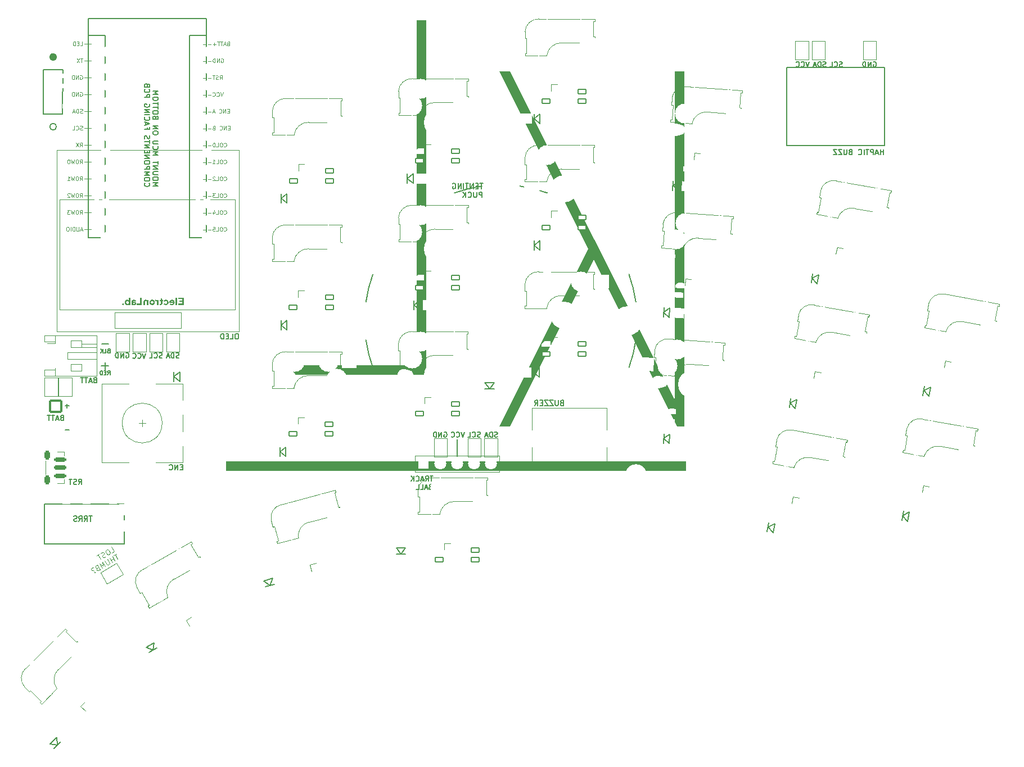
<source format=gbo>
G04 #@! TF.GenerationSoftware,KiCad,Pcbnew,8.0.4-8.0.4-0~ubuntu22.04.1*
G04 #@! TF.CreationDate,2024-08-28T05:24:08+02:00*
G04 #@! TF.ProjectId,klor1_4,6b6c6f72-315f-4342-9e6b-696361645f70,v1.4.0*
G04 #@! TF.SameCoordinates,Original*
G04 #@! TF.FileFunction,Legend,Bot*
G04 #@! TF.FilePolarity,Positive*
%FSLAX46Y46*%
G04 Gerber Fmt 4.6, Leading zero omitted, Abs format (unit mm)*
G04 Created by KiCad (PCBNEW 8.0.4-8.0.4-0~ubuntu22.04.1) date 2024-08-28 05:24:08*
%MOMM*%
%LPD*%
G01*
G04 APERTURE LIST*
G04 Aperture macros list*
%AMRoundRect*
0 Rectangle with rounded corners*
0 $1 Rounding radius*
0 $2 $3 $4 $5 $6 $7 $8 $9 X,Y pos of 4 corners*
0 Add a 4 corners polygon primitive as box body*
4,1,4,$2,$3,$4,$5,$6,$7,$8,$9,$2,$3,0*
0 Add four circle primitives for the rounded corners*
1,1,$1+$1,$2,$3*
1,1,$1+$1,$4,$5*
1,1,$1+$1,$6,$7*
1,1,$1+$1,$8,$9*
0 Add four rect primitives between the rounded corners*
20,1,$1+$1,$2,$3,$4,$5,0*
20,1,$1+$1,$4,$5,$6,$7,0*
20,1,$1+$1,$6,$7,$8,$9,0*
20,1,$1+$1,$8,$9,$2,$3,0*%
%AMRotRect*
0 Rectangle, with rotation*
0 The origin of the aperture is its center*
0 $1 length*
0 $2 width*
0 $3 Rotation angle, in degrees counterclockwise*
0 Add horizontal line*
21,1,$1,$2,0,0,$3*%
%AMFreePoly0*
4,1,18,-0.410000,0.593000,-0.403758,0.624380,-0.385983,0.650983,-0.359380,0.668758,-0.328000,0.675000,0.000000,0.675000,0.410000,0.265000,0.410000,-0.593000,0.403758,-0.624380,0.385983,-0.650983,0.359380,-0.668758,0.328000,-0.675000,-0.328000,-0.675000,-0.359380,-0.668758,-0.385983,-0.650983,-0.403758,-0.624380,-0.410000,-0.593000,-0.410000,0.593000,-0.410000,0.593000,$1*%
%AMFreePoly1*
4,1,6,1.000000,0.000000,0.500000,-0.750000,-0.500000,-0.750000,-0.500000,0.750000,0.500000,0.750000,1.000000,0.000000,1.000000,0.000000,$1*%
%AMFreePoly2*
4,1,6,0.500000,-0.750000,-0.650000,-0.750000,-0.150000,0.000000,-0.650000,0.750000,0.500000,0.750000,0.500000,-0.750000,0.500000,-0.750000,$1*%
G04 Aperture macros list end*
%ADD10C,0.000000*%
%ADD11C,0.150000*%
%ADD12C,0.127000*%
%ADD13C,0.569975*%
%ADD14C,0.100000*%
%ADD15C,0.120000*%
%ADD16C,0.200000*%
%ADD17O,2.500000X1.700000*%
%ADD18C,1.524000*%
%ADD19C,0.000001*%
%ADD20C,1.200000*%
%ADD21C,1.900000*%
%ADD22C,1.700000*%
%ADD23C,3.000000*%
%ADD24C,4.100000*%
%ADD25RoundRect,0.082000X0.651245X0.187383X0.187383X0.651245X-0.651245X-0.187383X-0.187383X-0.651245X0*%
%ADD26FreePoly0,135.000000*%
%ADD27RotRect,2.300000X2.000000X225.000000*%
%ADD28RoundRect,0.082000X0.593000X-0.328000X0.593000X0.328000X-0.593000X0.328000X-0.593000X-0.328000X0*%
%ADD29FreePoly0,90.000000*%
%ADD30R,2.300000X2.000000*%
%ADD31RoundRect,0.082000X0.568675X-0.368567X0.614436X0.285835X-0.568675X0.368567X-0.614436X-0.285835X0*%
%ADD32FreePoly0,86.000000*%
%ADD33RotRect,2.300000X2.000000X176.000000*%
%ADD34C,3.200000*%
%ADD35RotRect,1.800000X1.500000X350.000000*%
%ADD36R,1.800000X1.500000*%
%ADD37RotRect,1.800000X1.500000X356.000000*%
%ADD38RoundRect,0.082000X0.657687X-0.163344X0.487901X0.470303X-0.657687X0.163344X-0.487901X-0.470303X0*%
%ADD39FreePoly0,105.000000*%
%ADD40RotRect,2.300000X2.000000X195.000000*%
%ADD41RoundRect,0.082000X0.527034X-0.425990X0.640948X0.220044X-0.527034X0.425990X-0.640948X-0.220044X0*%
%ADD42FreePoly0,80.000000*%
%ADD43RotRect,2.300000X2.000000X170.000000*%
%ADD44RotRect,1.800000X1.500000X105.000000*%
%ADD45R,2.200000X2.200000*%
%ADD46C,2.200000*%
%ADD47C,2.000000*%
%ADD48R,3.200000X2.000000*%
%ADD49O,1.600000X2.000000*%
%ADD50RotRect,1.800000X1.500000X120.000000*%
%ADD51O,1.750000X1.200000*%
%ADD52C,0.900000*%
%ADD53RoundRect,0.187500X-0.712500X0.187500X-0.712500X-0.187500X0.712500X-0.187500X0.712500X0.187500X0*%
%ADD54RoundRect,0.150000X-0.750000X0.150000X-0.750000X-0.150000X0.750000X-0.150000X0.750000X0.150000X0*%
%ADD55RoundRect,0.225000X-0.225000X0.425000X-0.225000X-0.425000X0.225000X-0.425000X0.225000X0.425000X0*%
%ADD56C,4.400000*%
%ADD57RoundRect,0.082000X0.677553X0.012444X0.349553X0.580556X-0.677553X-0.012444X-0.349553X-0.580556X0*%
%ADD58FreePoly0,120.000000*%
%ADD59RotRect,2.300000X2.000000X210.000000*%
%ADD60RotRect,1.800000X1.500000X135.000000*%
%ADD61R,1.500000X1.800000*%
%ADD62RoundRect,0.142858X-0.857142X0.857142X-0.857142X-0.857142X0.857142X-0.857142X0.857142X0.857142X0*%
%ADD63R,1.000000X0.700000*%
%ADD64R,2.800000X1.000000*%
%ADD65R,1.524000X1.524000*%
%ADD66C,1.800000*%
%ADD67FreePoly1,270.000000*%
%ADD68FreePoly2,270.000000*%
%ADD69FreePoly1,90.000000*%
%ADD70FreePoly2,90.000000*%
%ADD71FreePoly1,210.000000*%
%ADD72FreePoly2,210.000000*%
%ADD73O,1.700000X1.700000*%
G04 APERTURE END LIST*
D10*
G36*
X98586526Y-95291221D02*
G01*
X98586625Y-95296907D01*
X98586923Y-95302457D01*
X98587419Y-95307871D01*
X98588113Y-95313148D01*
X98589006Y-95318289D01*
X98590098Y-95323293D01*
X98591387Y-95328161D01*
X98592876Y-95332893D01*
X98594562Y-95337488D01*
X98596448Y-95341946D01*
X98598531Y-95346268D01*
X98600813Y-95350454D01*
X98603294Y-95354504D01*
X98605973Y-95358417D01*
X98608850Y-95362193D01*
X98611926Y-95365833D01*
X98615144Y-95369293D01*
X98618449Y-95372531D01*
X98621841Y-95375544D01*
X98625320Y-95378335D01*
X98628886Y-95380902D01*
X98632538Y-95383246D01*
X98636278Y-95385367D01*
X98640104Y-95387265D01*
X98644017Y-95388939D01*
X98648016Y-95390390D01*
X98652103Y-95391618D01*
X98656276Y-95392622D01*
X98660537Y-95393404D01*
X98664884Y-95393962D01*
X98669317Y-95394297D01*
X98673838Y-95394408D01*
X98745275Y-95394408D01*
X98745275Y-95584908D01*
X98610338Y-95584908D01*
X98610338Y-95901880D01*
X98610099Y-95918483D01*
X98609383Y-95934560D01*
X98608188Y-95950109D01*
X98606516Y-95965132D01*
X98604365Y-95979627D01*
X98601736Y-95993595D01*
X98598628Y-96007036D01*
X98595042Y-96019950D01*
X98590976Y-96032337D01*
X98586431Y-96044197D01*
X98581407Y-96055530D01*
X98575903Y-96066335D01*
X98569919Y-96076614D01*
X98563455Y-96086365D01*
X98556511Y-96095589D01*
X98549087Y-96104286D01*
X98541182Y-96112456D01*
X98532796Y-96120099D01*
X98523929Y-96127215D01*
X98514581Y-96133804D01*
X98504752Y-96139866D01*
X98494441Y-96145400D01*
X98483649Y-96150408D01*
X98472374Y-96154888D01*
X98460618Y-96158841D01*
X98448379Y-96162267D01*
X98435657Y-96165166D01*
X98422453Y-96167538D01*
X98408765Y-96169383D01*
X98394595Y-96170701D01*
X98379942Y-96171491D01*
X98364804Y-96171755D01*
X98354851Y-96171755D01*
X98345034Y-96171557D01*
X98335352Y-96171163D01*
X98325803Y-96170572D01*
X98316388Y-96169786D01*
X98307106Y-96168806D01*
X98297955Y-96167632D01*
X98288935Y-96166265D01*
X98280046Y-96164705D01*
X98271286Y-96162954D01*
X98262654Y-96161013D01*
X98254151Y-96158881D01*
X98245775Y-96156560D01*
X98237525Y-96154052D01*
X98229400Y-96151355D01*
X98221400Y-96148472D01*
X98221400Y-95965379D01*
X98230925Y-95968555D01*
X98233479Y-95969744D01*
X98236374Y-95970927D01*
X98239604Y-95972098D01*
X98243162Y-95973250D01*
X98247043Y-95974378D01*
X98251240Y-95975474D01*
X98255748Y-95976534D01*
X98260559Y-95977550D01*
X98265543Y-95978491D01*
X98270572Y-95979328D01*
X98275637Y-95980052D01*
X98280733Y-95980659D01*
X98285854Y-95981141D01*
X98290994Y-95981494D01*
X98296146Y-95981710D01*
X98301304Y-95981783D01*
X98306402Y-95981684D01*
X98311377Y-95981386D01*
X98316231Y-95980890D01*
X98320966Y-95980196D01*
X98325583Y-95979303D01*
X98330084Y-95978212D01*
X98334470Y-95976922D01*
X98338743Y-95975434D01*
X98342904Y-95973747D01*
X98346955Y-95971862D01*
X98350898Y-95969778D01*
X98354734Y-95967496D01*
X98358464Y-95965016D01*
X98362090Y-95962337D01*
X98365614Y-95959459D01*
X98369038Y-95956383D01*
X98372306Y-95953165D01*
X98375363Y-95949860D01*
X98378209Y-95946468D01*
X98380845Y-95942989D01*
X98383269Y-95939424D01*
X98385483Y-95935771D01*
X98387486Y-95932032D01*
X98389278Y-95928206D01*
X98390860Y-95924293D01*
X98392230Y-95920293D01*
X98393390Y-95916206D01*
X98394338Y-95912033D01*
X98395076Y-95907773D01*
X98395603Y-95903426D01*
X98395920Y-95898992D01*
X98396025Y-95894471D01*
X98396025Y-95585438D01*
X98237804Y-95585438D01*
X98237804Y-95394938D01*
X98396025Y-95394938D01*
X98396025Y-95149405D01*
X98586525Y-95149405D01*
X98586526Y-95148346D01*
X98586526Y-95291221D01*
G37*
G36*
X96087781Y-95362782D02*
G01*
X96095661Y-95363154D01*
X96103501Y-95363771D01*
X96111299Y-95364635D01*
X96119053Y-95365743D01*
X96126762Y-95367095D01*
X96134425Y-95368691D01*
X96142040Y-95370530D01*
X96149605Y-95372610D01*
X96157119Y-95374932D01*
X96164580Y-95377494D01*
X96171987Y-95380295D01*
X96179338Y-95383335D01*
X96186632Y-95386613D01*
X96193867Y-95390128D01*
X96201042Y-95393880D01*
X96214709Y-95401420D01*
X96227136Y-95408564D01*
X96232885Y-95411987D01*
X96238323Y-95415310D01*
X96243452Y-95418535D01*
X96248270Y-95421660D01*
X96252778Y-95424687D01*
X96256977Y-95427613D01*
X96260865Y-95430441D01*
X96264443Y-95433170D01*
X96267711Y-95435799D01*
X96270669Y-95438329D01*
X96273317Y-95440760D01*
X96275655Y-95443091D01*
X96279873Y-95447557D01*
X96283807Y-95451831D01*
X96287468Y-95455918D01*
X96290868Y-95459826D01*
X96294020Y-95463560D01*
X96296937Y-95467127D01*
X96299630Y-95470532D01*
X96302113Y-95473783D01*
X96302113Y-95378004D01*
X96515896Y-95378004D01*
X96515896Y-96156408D01*
X96302113Y-96156408D01*
X96302113Y-95751595D01*
X96301946Y-95740743D01*
X96301443Y-95730213D01*
X96300606Y-95720003D01*
X96299434Y-95710114D01*
X96297927Y-95700544D01*
X96296085Y-95691292D01*
X96293909Y-95682359D01*
X96291397Y-95673742D01*
X96288551Y-95665442D01*
X96285370Y-95657457D01*
X96281854Y-95649787D01*
X96278003Y-95642431D01*
X96273817Y-95635387D01*
X96269296Y-95628657D01*
X96264441Y-95622237D01*
X96259251Y-95616129D01*
X96253775Y-95610362D01*
X96248064Y-95604967D01*
X96242117Y-95599944D01*
X96235934Y-95595293D01*
X96229516Y-95591015D01*
X96222862Y-95587108D01*
X96215972Y-95583573D01*
X96208847Y-95580410D01*
X96201486Y-95577620D01*
X96193890Y-95575201D01*
X96186058Y-95573155D01*
X96177990Y-95571481D01*
X96169687Y-95570178D01*
X96161148Y-95569248D01*
X96152373Y-95568690D01*
X96143363Y-95568504D01*
X96135122Y-95568678D01*
X96127067Y-95569198D01*
X96119200Y-95570063D01*
X96111522Y-95571274D01*
X96104033Y-95572829D01*
X96096733Y-95574727D01*
X96089625Y-95576968D01*
X96082707Y-95579551D01*
X96075982Y-95582474D01*
X96069450Y-95585738D01*
X96063112Y-95589342D01*
X96056968Y-95593284D01*
X96051020Y-95597564D01*
X96045268Y-95602182D01*
X96039712Y-95607136D01*
X96034355Y-95612425D01*
X96029257Y-95617988D01*
X96024483Y-95623762D01*
X96020033Y-95629749D01*
X96015908Y-95635948D01*
X96012108Y-95642362D01*
X96008635Y-95648990D01*
X96005489Y-95655834D01*
X96002671Y-95662895D01*
X96000181Y-95670172D01*
X95998021Y-95677667D01*
X95996191Y-95685380D01*
X95994692Y-95693313D01*
X95993525Y-95701466D01*
X95992690Y-95709840D01*
X95992188Y-95718436D01*
X95992021Y-95727254D01*
X95992021Y-96155880D01*
X95778238Y-96155880D01*
X95778238Y-95703442D01*
X95778567Y-95684144D01*
X95779553Y-95665343D01*
X95781196Y-95647040D01*
X95783496Y-95629235D01*
X95786454Y-95611929D01*
X95790070Y-95595123D01*
X95794342Y-95578818D01*
X95799272Y-95563015D01*
X95804859Y-95547714D01*
X95811104Y-95532915D01*
X95818006Y-95518621D01*
X95825565Y-95504831D01*
X95833782Y-95491547D01*
X95842656Y-95478769D01*
X95852187Y-95466497D01*
X95862375Y-95454734D01*
X95873085Y-95443584D01*
X95884178Y-95433154D01*
X95895657Y-95423443D01*
X95907520Y-95414451D01*
X95919767Y-95406178D01*
X95932399Y-95398625D01*
X95945415Y-95391792D01*
X95958816Y-95385677D01*
X95972601Y-95380282D01*
X95986771Y-95375607D01*
X96001325Y-95371650D01*
X96016263Y-95368413D01*
X96031586Y-95365896D01*
X96047294Y-95364097D01*
X96063386Y-95363018D01*
X96079863Y-95362659D01*
X96087781Y-95362782D01*
G37*
D11*
X192600000Y-60375000D02*
X207375000Y-60375000D01*
X207375000Y-72150000D01*
X192600000Y-72150000D01*
X192600000Y-60375000D01*
D10*
G36*
X95524767Y-96156408D02*
G01*
X94770705Y-96156408D01*
X94770705Y-95942624D01*
X95286114Y-95942624D01*
X95286114Y-95045158D01*
X95524767Y-95045158D01*
X95524767Y-96156408D01*
G37*
D11*
X82669975Y-69294975D02*
G75*
G02*
X81680025Y-69294975I-494975J0D01*
G01*
X81680025Y-69294975D02*
G75*
G02*
X82669975Y-69294975I494975J0D01*
G01*
D12*
X143042000Y-116438500D02*
X143042000Y-118995500D01*
D10*
G36*
X100463524Y-95706638D02*
G01*
X100465852Y-95726543D01*
X100467248Y-95746821D01*
X100467713Y-95767471D01*
X100467236Y-95788121D01*
X100465805Y-95808399D01*
X100463423Y-95828305D01*
X100460090Y-95847838D01*
X100455808Y-95867000D01*
X100450579Y-95885790D01*
X100444405Y-95904207D01*
X100437286Y-95922252D01*
X100429225Y-95939926D01*
X100420222Y-95957227D01*
X100410281Y-95974156D01*
X100399401Y-95990713D01*
X100387585Y-96006898D01*
X100374834Y-96022711D01*
X100361150Y-96038152D01*
X100346534Y-96053221D01*
X100331254Y-96067639D01*
X100315577Y-96081126D01*
X100299504Y-96093684D01*
X100283034Y-96105311D01*
X100266167Y-96116008D01*
X100248902Y-96125775D01*
X100231242Y-96134612D01*
X100213184Y-96142518D01*
X100194729Y-96149494D01*
X100175877Y-96155541D01*
X100156629Y-96160657D01*
X100136984Y-96164842D01*
X100116941Y-96168098D01*
X100096502Y-96170423D01*
X100075666Y-96171819D01*
X100054434Y-96172284D01*
X100039402Y-96172083D01*
X100024470Y-96171473D01*
X100009636Y-96170442D01*
X99994902Y-96168976D01*
X99980268Y-96167064D01*
X99965732Y-96164694D01*
X99951296Y-96161851D01*
X99936959Y-96158526D01*
X99922996Y-96154903D01*
X99909690Y-96151175D01*
X99897054Y-96147335D01*
X99885100Y-96143378D01*
X99873841Y-96139297D01*
X99863289Y-96135085D01*
X99853456Y-96130737D01*
X99848813Y-96128510D01*
X99844354Y-96126246D01*
X99835650Y-96121608D01*
X99827008Y-96116821D01*
X99818440Y-96111885D01*
X99809959Y-96106800D01*
X99801577Y-96101566D01*
X99793307Y-96096183D01*
X99785160Y-96090652D01*
X99777150Y-96084971D01*
X99769560Y-96079416D01*
X99762664Y-96074264D01*
X99756463Y-96069521D01*
X99750957Y-96065194D01*
X99746144Y-96061288D01*
X99742027Y-96057811D01*
X99738604Y-96054767D01*
X99735875Y-96052164D01*
X99721588Y-96037876D01*
X99832184Y-95895001D01*
X99854409Y-95918813D01*
X99857112Y-95921790D01*
X99860063Y-95924766D01*
X99863260Y-95927743D01*
X99866703Y-95930719D01*
X99870391Y-95933696D01*
X99874324Y-95936672D01*
X99878499Y-95939649D01*
X99882917Y-95942625D01*
X99887577Y-95945602D01*
X99892479Y-95948579D01*
X99897620Y-95951555D01*
X99903001Y-95954532D01*
X99914478Y-95960485D01*
X99926904Y-95966438D01*
X99933391Y-95969322D01*
X99939951Y-95972019D01*
X99946583Y-95974531D01*
X99953288Y-95976856D01*
X99960064Y-95978995D01*
X99966911Y-95980949D01*
X99973828Y-95982716D01*
X99980813Y-95984297D01*
X99987867Y-95985693D01*
X99994988Y-95986902D01*
X100002176Y-95987925D01*
X100009430Y-95988762D01*
X100016748Y-95989413D01*
X100024131Y-95989878D01*
X100031578Y-95990157D01*
X100039088Y-95990250D01*
X100049400Y-95990077D01*
X100059500Y-95989557D01*
X100069386Y-95988691D01*
X100079056Y-95987480D01*
X100088510Y-95985926D01*
X100097745Y-95984027D01*
X100106759Y-95981787D01*
X100115552Y-95979204D01*
X100124122Y-95976280D01*
X100132467Y-95973016D01*
X100140586Y-95969413D01*
X100148476Y-95965470D01*
X100156138Y-95961190D01*
X100163568Y-95956573D01*
X100170766Y-95951619D01*
X100177729Y-95946329D01*
X100184408Y-95940792D01*
X100190753Y-95935094D01*
X100196764Y-95929236D01*
X100202443Y-95923219D01*
X100207790Y-95917045D01*
X100212806Y-95910713D01*
X100217492Y-95904224D01*
X100221848Y-95897580D01*
X100225876Y-95890780D01*
X100229576Y-95883827D01*
X100232949Y-95876719D01*
X100235995Y-95869460D01*
X100238716Y-95862048D01*
X100241113Y-95854485D01*
X100243185Y-95846771D01*
X100244934Y-95838908D01*
X100245462Y-95838380D01*
X99681901Y-95838380D01*
X99673963Y-95751597D01*
X99674397Y-95730978D01*
X99675698Y-95710793D01*
X99677866Y-95691043D01*
X99678246Y-95688625D01*
X99888275Y-95688625D01*
X100245463Y-95688625D01*
X100242877Y-95680781D01*
X100240079Y-95673122D01*
X100237069Y-95665650D01*
X100233846Y-95658364D01*
X100230409Y-95651263D01*
X100226757Y-95644349D01*
X100222890Y-95637621D01*
X100218806Y-95631079D01*
X100214505Y-95624722D01*
X100209987Y-95618552D01*
X100205250Y-95612568D01*
X100200293Y-95606770D01*
X100195117Y-95601158D01*
X100189719Y-95595732D01*
X100184100Y-95590492D01*
X100178259Y-95585438D01*
X100178788Y-95585968D01*
X100172754Y-95581162D01*
X100166559Y-95576666D01*
X100160203Y-95572480D01*
X100153685Y-95568604D01*
X100147007Y-95565039D01*
X100140167Y-95561783D01*
X100133166Y-95558838D01*
X100126003Y-95556202D01*
X100118680Y-95553877D01*
X100111195Y-95551861D01*
X100103549Y-95550156D01*
X100095742Y-95548761D01*
X100087773Y-95547676D01*
X100079643Y-95546901D01*
X100071352Y-95546436D01*
X100062900Y-95546280D01*
X100054448Y-95546436D01*
X100046158Y-95546902D01*
X100038031Y-95547679D01*
X100030067Y-95548769D01*
X100022268Y-95550172D01*
X100014633Y-95551889D01*
X100007165Y-95553921D01*
X99999863Y-95556268D01*
X99992729Y-95558932D01*
X99985763Y-95561912D01*
X99978966Y-95565211D01*
X99972338Y-95568827D01*
X99965881Y-95572764D01*
X99959596Y-95577020D01*
X99953482Y-95581598D01*
X99947542Y-95586497D01*
X99941824Y-95591550D01*
X99936379Y-95596789D01*
X99931204Y-95602210D01*
X99926301Y-95607812D01*
X99921667Y-95613594D01*
X99917302Y-95619555D01*
X99913205Y-95625692D01*
X99909376Y-95632005D01*
X99905813Y-95638491D01*
X99902516Y-95645149D01*
X99899484Y-95651978D01*
X99896717Y-95658975D01*
X99894213Y-95666141D01*
X99891972Y-95673472D01*
X99889993Y-95680967D01*
X99888275Y-95688625D01*
X99678246Y-95688625D01*
X99680900Y-95671726D01*
X99684799Y-95652843D01*
X99689562Y-95634395D01*
X99695189Y-95616380D01*
X99701678Y-95598800D01*
X99709030Y-95581654D01*
X99717242Y-95564941D01*
X99726315Y-95548663D01*
X99736248Y-95532819D01*
X99747039Y-95517410D01*
X99758689Y-95502434D01*
X99771196Y-95487892D01*
X99784559Y-95473784D01*
X99798574Y-95460328D01*
X99813034Y-95447739D01*
X99827939Y-95436019D01*
X99843288Y-95425167D01*
X99859081Y-95415183D01*
X99875316Y-95406067D01*
X99891993Y-95397820D01*
X99909112Y-95390440D01*
X99926670Y-95383929D01*
X99944668Y-95378286D01*
X99963105Y-95373511D01*
X99981979Y-95369605D01*
X100001291Y-95366566D01*
X100021040Y-95364396D01*
X100041223Y-95363093D01*
X100061842Y-95362659D01*
X100082492Y-95363124D01*
X100102771Y-95364520D01*
X100122679Y-95366845D01*
X100142218Y-95370101D01*
X100161387Y-95374286D01*
X100180188Y-95379402D01*
X100198622Y-95385449D01*
X100216690Y-95392425D01*
X100234391Y-95400331D01*
X100251727Y-95409168D01*
X100268699Y-95418935D01*
X100285308Y-95429632D01*
X100301553Y-95441259D01*
X100317437Y-95453817D01*
X100332959Y-95467304D01*
X100348121Y-95481722D01*
X100362632Y-95496791D01*
X100376201Y-95512232D01*
X100388829Y-95528045D01*
X100400517Y-95544230D01*
X100411265Y-95560787D01*
X100421075Y-95577716D01*
X100429947Y-95595017D01*
X100437881Y-95612690D01*
X100444879Y-95630736D01*
X100450942Y-95649153D01*
X100456070Y-95667942D01*
X100460263Y-95687104D01*
X100460517Y-95688625D01*
X100463524Y-95706638D01*
G37*
D11*
X84550000Y-111375000D02*
X83965000Y-111375000D01*
X90498000Y-105359000D02*
X89429000Y-105359000D01*
D10*
G36*
X177481312Y-121146755D02*
G01*
X108221313Y-121146755D01*
X108221313Y-119700160D01*
X177481312Y-119700160D01*
X177481312Y-121146755D01*
G37*
G36*
X92706568Y-95934824D02*
G01*
X92712948Y-95935234D01*
X92719215Y-95935919D01*
X92725368Y-95936879D01*
X92731406Y-95938114D01*
X92737329Y-95939627D01*
X92743135Y-95941417D01*
X92748825Y-95943485D01*
X92754396Y-95945832D01*
X92759849Y-95948459D01*
X92765183Y-95951367D01*
X92770397Y-95954556D01*
X92775489Y-95958027D01*
X92780460Y-95961781D01*
X92785309Y-95965819D01*
X92790034Y-95970141D01*
X92794548Y-95974656D01*
X92798766Y-95979269D01*
X92802688Y-95983979D01*
X92806314Y-95988786D01*
X92809646Y-95993690D01*
X92812684Y-95998689D01*
X92815428Y-96003782D01*
X92817881Y-96008969D01*
X92820042Y-96014249D01*
X92821913Y-96019622D01*
X92823493Y-96025086D01*
X92824785Y-96030640D01*
X92825788Y-96036285D01*
X92826504Y-96042018D01*
X92826932Y-96047840D01*
X92827075Y-96053750D01*
X92826932Y-96059653D01*
X92826504Y-96065459D01*
X92825788Y-96071166D01*
X92824785Y-96076777D01*
X92823493Y-96082292D01*
X92821913Y-96087711D01*
X92820042Y-96093035D01*
X92817881Y-96098266D01*
X92815428Y-96103404D01*
X92812684Y-96108450D01*
X92809646Y-96113404D01*
X92806314Y-96118267D01*
X92802688Y-96123041D01*
X92798766Y-96127725D01*
X92794548Y-96132321D01*
X92790034Y-96136829D01*
X92785309Y-96141152D01*
X92780460Y-96145190D01*
X92775489Y-96148944D01*
X92770397Y-96152415D01*
X92765183Y-96155604D01*
X92759849Y-96158512D01*
X92754396Y-96161139D01*
X92748825Y-96163486D01*
X92743135Y-96165555D01*
X92737329Y-96167344D01*
X92731406Y-96168857D01*
X92725368Y-96170093D01*
X92719215Y-96171052D01*
X92712948Y-96171737D01*
X92706568Y-96172147D01*
X92700076Y-96172284D01*
X92693583Y-96172147D01*
X92687203Y-96171737D01*
X92680936Y-96171052D01*
X92674783Y-96170093D01*
X92668745Y-96168857D01*
X92662822Y-96167344D01*
X92657016Y-96165555D01*
X92651326Y-96163486D01*
X92645755Y-96161139D01*
X92640302Y-96158512D01*
X92634968Y-96155604D01*
X92629754Y-96152415D01*
X92624662Y-96148944D01*
X92619691Y-96145190D01*
X92614843Y-96141152D01*
X92610117Y-96136829D01*
X92605603Y-96132327D01*
X92601385Y-96127746D01*
X92597463Y-96123086D01*
X92593837Y-96118341D01*
X92590505Y-96113510D01*
X92587468Y-96108589D01*
X92584723Y-96103575D01*
X92582270Y-96098464D01*
X92580109Y-96093255D01*
X92578238Y-96087943D01*
X92576658Y-96082526D01*
X92575366Y-96077000D01*
X92574363Y-96071363D01*
X92573647Y-96065610D01*
X92573219Y-96059741D01*
X92573076Y-96053750D01*
X92573219Y-96047753D01*
X92573647Y-96041866D01*
X92574363Y-96036088D01*
X92575366Y-96030417D01*
X92576658Y-96024851D01*
X92578238Y-96019389D01*
X92580109Y-96014029D01*
X92582270Y-96008771D01*
X92584723Y-96003611D01*
X92587468Y-95998549D01*
X92590505Y-95993583D01*
X92593837Y-95988712D01*
X92597463Y-95983934D01*
X92601385Y-95979247D01*
X92605603Y-95974650D01*
X92610117Y-95970141D01*
X92614843Y-95965819D01*
X92619691Y-95961781D01*
X92624662Y-95958027D01*
X92629754Y-95954556D01*
X92634968Y-95951367D01*
X92640302Y-95948459D01*
X92645755Y-95945832D01*
X92651326Y-95943485D01*
X92657016Y-95941417D01*
X92662822Y-95939627D01*
X92668745Y-95938114D01*
X92674783Y-95936879D01*
X92680936Y-95935919D01*
X92687203Y-95935234D01*
X92693583Y-95934824D01*
X92700076Y-95934688D01*
X92706568Y-95934824D01*
G37*
D13*
X82459987Y-58794975D02*
G75*
G02*
X81890013Y-58794975I-284987J0D01*
G01*
X81890013Y-58794975D02*
G75*
G02*
X82459987Y-58794975I284987J0D01*
G01*
D10*
G36*
X138388054Y-106680812D02*
G01*
X117606522Y-106680812D01*
X117606522Y-105234218D01*
X136941460Y-105234233D01*
X136941460Y-53262767D01*
X138388054Y-53262767D01*
X138388054Y-106680812D01*
G37*
D11*
X90531000Y-101998000D02*
X89462000Y-101998000D01*
D10*
G36*
X101863654Y-96156937D02*
G01*
X101029687Y-96156937D01*
X101029687Y-95942624D01*
X101625000Y-95942624D01*
X101625000Y-95696033D01*
X101173092Y-95696033D01*
X101173092Y-95482250D01*
X101625000Y-95482250D01*
X101625000Y-95260000D01*
X101046092Y-95260000D01*
X101046092Y-95045158D01*
X101863654Y-95045158D01*
X101863654Y-96156937D01*
G37*
G36*
X97611252Y-95371236D02*
G01*
X97619132Y-95371571D01*
X97626971Y-95372129D01*
X97634769Y-95372911D01*
X97642524Y-95373915D01*
X97650233Y-95375143D01*
X97657896Y-95376594D01*
X97665510Y-95378268D01*
X97673076Y-95380166D01*
X97680590Y-95382287D01*
X97688051Y-95384631D01*
X97695458Y-95387198D01*
X97702809Y-95389988D01*
X97710103Y-95393002D01*
X97717338Y-95396239D01*
X97724512Y-95399699D01*
X97738180Y-95406669D01*
X97750607Y-95413292D01*
X97756356Y-95416473D01*
X97761794Y-95419568D01*
X97766923Y-95422575D01*
X97771741Y-95425496D01*
X97776249Y-95428330D01*
X97780447Y-95431077D01*
X97784335Y-95433737D01*
X97787914Y-95436311D01*
X97791182Y-95438797D01*
X97794140Y-95441197D01*
X97796787Y-95443510D01*
X97799125Y-95445737D01*
X97803344Y-95449980D01*
X97807278Y-95453988D01*
X97810939Y-95457773D01*
X97814339Y-95461347D01*
X97817491Y-95464722D01*
X97820408Y-95467912D01*
X97823101Y-95470928D01*
X97825584Y-95473782D01*
X97825584Y-95378532D01*
X98039367Y-95378532D01*
X98039367Y-96156936D01*
X97825584Y-96156936D01*
X97825584Y-95783874D01*
X97825391Y-95771552D01*
X97824815Y-95759591D01*
X97823854Y-95747991D01*
X97822508Y-95736753D01*
X97820778Y-95725878D01*
X97818663Y-95715367D01*
X97816164Y-95705219D01*
X97813281Y-95695437D01*
X97810013Y-95686021D01*
X97806360Y-95676971D01*
X97802323Y-95668289D01*
X97797902Y-95659975D01*
X97793096Y-95652030D01*
X97787905Y-95644454D01*
X97782330Y-95637249D01*
X97776371Y-95630416D01*
X97770077Y-95623973D01*
X97763500Y-95617940D01*
X97756640Y-95612318D01*
X97749499Y-95607108D01*
X97742080Y-95602310D01*
X97734383Y-95597925D01*
X97726410Y-95593954D01*
X97718163Y-95590398D01*
X97709643Y-95587257D01*
X97700851Y-95584533D01*
X97691790Y-95582225D01*
X97682461Y-95580336D01*
X97672865Y-95578865D01*
X97663003Y-95577813D01*
X97652879Y-95577181D01*
X97642492Y-95576970D01*
X97630958Y-95577269D01*
X97620168Y-95577773D01*
X97610122Y-95578487D01*
X97600820Y-95579418D01*
X97596448Y-95579967D01*
X97592263Y-95580572D01*
X97588263Y-95581235D01*
X97584449Y-95581956D01*
X97580822Y-95582736D01*
X97577380Y-95583576D01*
X97574124Y-95584476D01*
X97571584Y-95585272D01*
X97571584Y-95371125D01*
X97603333Y-95371125D01*
X97611252Y-95371236D01*
G37*
G36*
X100848183Y-96156937D02*
G01*
X100633342Y-96156937D01*
X100633342Y-95045158D01*
X100848183Y-95045158D01*
X100848183Y-96156937D01*
G37*
D11*
X84256000Y-111668500D02*
X84256000Y-111083500D01*
X89975000Y-105877000D02*
X89975000Y-104808000D01*
D10*
G36*
X99163401Y-95363659D02*
G01*
X99184292Y-95365073D01*
X99204822Y-95367432D01*
X99224989Y-95370736D01*
X99244794Y-95374986D01*
X99264236Y-95380182D01*
X99283313Y-95386325D01*
X99302025Y-95393416D01*
X99320371Y-95401456D01*
X99338350Y-95410445D01*
X99355962Y-95420385D01*
X99373206Y-95431276D01*
X99390081Y-95443119D01*
X99406586Y-95455914D01*
X99422720Y-95469663D01*
X99438483Y-95484366D01*
X99438483Y-95485426D01*
X99453576Y-95500675D01*
X99467702Y-95516256D01*
X99480858Y-95532170D01*
X99493045Y-95548414D01*
X99504261Y-95564986D01*
X99514506Y-95581886D01*
X99523779Y-95599111D01*
X99532079Y-95616660D01*
X99539406Y-95634531D01*
X99545758Y-95652724D01*
X99551135Y-95671236D01*
X99555536Y-95690065D01*
X99558961Y-95709211D01*
X99561408Y-95728672D01*
X99562876Y-95748446D01*
X99563366Y-95768531D01*
X99562882Y-95788610D01*
X99561429Y-95808368D01*
X99559006Y-95827805D01*
X99555611Y-95846922D01*
X99551242Y-95865720D01*
X99545897Y-95884199D01*
X99539577Y-95902360D01*
X99532278Y-95920204D01*
X99523999Y-95937732D01*
X99514739Y-95954944D01*
X99504496Y-95971841D01*
X99493268Y-95988425D01*
X99481055Y-96004695D01*
X99467854Y-96020654D01*
X99453664Y-96036300D01*
X99438483Y-96051636D01*
X99422632Y-96066339D01*
X99406433Y-96080088D01*
X99389884Y-96092883D01*
X99372982Y-96104726D01*
X99355727Y-96115617D01*
X99338117Y-96125556D01*
X99320150Y-96134546D01*
X99301826Y-96142586D01*
X99283141Y-96149677D01*
X99264096Y-96155820D01*
X99244687Y-96161016D01*
X99224915Y-96165265D01*
X99204776Y-96168569D01*
X99184270Y-96170928D01*
X99163395Y-96172343D01*
X99142150Y-96172814D01*
X99127166Y-96172541D01*
X99112376Y-96171723D01*
X99097771Y-96170358D01*
X99083346Y-96168449D01*
X99069094Y-96165993D01*
X99055011Y-96162992D01*
X99041088Y-96159445D01*
X99027320Y-96155352D01*
X99013951Y-96150937D01*
X99001226Y-96146422D01*
X98989146Y-96141808D01*
X98977711Y-96137095D01*
X98966921Y-96132283D01*
X98956776Y-96127372D01*
X98947275Y-96122361D01*
X98938420Y-96117251D01*
X98929962Y-96112016D01*
X98921652Y-96106619D01*
X98913491Y-96101048D01*
X98905480Y-96095291D01*
X98897617Y-96089336D01*
X98889902Y-96083170D01*
X98882337Y-96076781D01*
X98874920Y-96070156D01*
X98867902Y-96063657D01*
X98861534Y-96057654D01*
X98855824Y-96052148D01*
X98850777Y-96047137D01*
X98846400Y-96042622D01*
X98844465Y-96040551D01*
X98842699Y-96038604D01*
X98841104Y-96036781D01*
X98839680Y-96035082D01*
X98838428Y-96033507D01*
X98837349Y-96032055D01*
X98833579Y-96026797D01*
X98830206Y-96022134D01*
X98827229Y-96018066D01*
X98824649Y-96014593D01*
X98951649Y-95879655D01*
X98972816Y-95906114D01*
X98975601Y-95909382D01*
X98978595Y-95912639D01*
X98981799Y-95915884D01*
X98985211Y-95919120D01*
X98988830Y-95922346D01*
X98992657Y-95925564D01*
X98996690Y-95928774D01*
X99000929Y-95931977D01*
X99005372Y-95935173D01*
X99010018Y-95938365D01*
X99014868Y-95941551D01*
X99019921Y-95944734D01*
X99030629Y-95951092D01*
X99042137Y-95957443D01*
X99048115Y-95960519D01*
X99054141Y-95963396D01*
X99060213Y-95966075D01*
X99066330Y-95968555D01*
X99072491Y-95970837D01*
X99078693Y-95972921D01*
X99084936Y-95974806D01*
X99091218Y-95976493D01*
X99097536Y-95977981D01*
X99103891Y-95979271D01*
X99110279Y-95980362D01*
X99116700Y-95981255D01*
X99123152Y-95981950D01*
X99129634Y-95982446D01*
X99136143Y-95982744D01*
X99142679Y-95982843D01*
X99153103Y-95982595D01*
X99163342Y-95981852D01*
X99173397Y-95980614D01*
X99183268Y-95978882D01*
X99192956Y-95976658D01*
X99202461Y-95973941D01*
X99211786Y-95970733D01*
X99220930Y-95967034D01*
X99229894Y-95962845D01*
X99238678Y-95958167D01*
X99247285Y-95953001D01*
X99255714Y-95947347D01*
X99263966Y-95941207D01*
X99272043Y-95934580D01*
X99279944Y-95927468D01*
X99287671Y-95919872D01*
X99295075Y-95911929D01*
X99302007Y-95903776D01*
X99308466Y-95895415D01*
X99314452Y-95886849D01*
X99319963Y-95878077D01*
X99324999Y-95869103D01*
X99329559Y-95859927D01*
X99333642Y-95850551D01*
X99337248Y-95840976D01*
X99340376Y-95831205D01*
X99343024Y-95821239D01*
X99345193Y-95811078D01*
X99346881Y-95800726D01*
X99348088Y-95790182D01*
X99348812Y-95779450D01*
X99349054Y-95768530D01*
X99348818Y-95757610D01*
X99348111Y-95746878D01*
X99346930Y-95736334D01*
X99345276Y-95725981D01*
X99343147Y-95715821D01*
X99340543Y-95705854D01*
X99337463Y-95696083D01*
X99333907Y-95686509D01*
X99329873Y-95677133D01*
X99325360Y-95667957D01*
X99320369Y-95658982D01*
X99314898Y-95650211D01*
X99308946Y-95641645D01*
X99302513Y-95633284D01*
X99295598Y-95625131D01*
X99288200Y-95617188D01*
X99280467Y-95609592D01*
X99272549Y-95602480D01*
X99264447Y-95595853D01*
X99256160Y-95589713D01*
X99247691Y-95584059D01*
X99239040Y-95578893D01*
X99230207Y-95574215D01*
X99221194Y-95570026D01*
X99212001Y-95566327D01*
X99202629Y-95563119D01*
X99193078Y-95560402D01*
X99183350Y-95558178D01*
X99173446Y-95556446D01*
X99163365Y-95555208D01*
X99153109Y-95554465D01*
X99142679Y-95554217D01*
X99136056Y-95554329D01*
X99129482Y-95554664D01*
X99122956Y-95555222D01*
X99116477Y-95556003D01*
X99110045Y-95557008D01*
X99103658Y-95558236D01*
X99097316Y-95559687D01*
X99091019Y-95561361D01*
X99084765Y-95563258D01*
X99078554Y-95565379D01*
X99072384Y-95567723D01*
X99066256Y-95570290D01*
X99060168Y-95573081D01*
X99054119Y-95576095D01*
X99048109Y-95579331D01*
X99042137Y-95582792D01*
X99036314Y-95586320D01*
X99030752Y-95589762D01*
X99025450Y-95593117D01*
X99020408Y-95596385D01*
X99015627Y-95599566D01*
X99011107Y-95602660D01*
X99006847Y-95605668D01*
X99002847Y-95608589D01*
X98999107Y-95611423D01*
X98995629Y-95614170D01*
X98992410Y-95616830D01*
X98989452Y-95619403D01*
X98986755Y-95621890D01*
X98984318Y-95624290D01*
X98982141Y-95626603D01*
X98980225Y-95628829D01*
X98976777Y-95633095D01*
X98973577Y-95637163D01*
X98970625Y-95641032D01*
X98967922Y-95644704D01*
X98965466Y-95648176D01*
X98963258Y-95651451D01*
X98961299Y-95654527D01*
X98959587Y-95657404D01*
X98824650Y-95522466D01*
X98836291Y-95506062D01*
X98839690Y-95501773D01*
X98843535Y-95497248D01*
X98847826Y-95492500D01*
X98852564Y-95487541D01*
X98857748Y-95482384D01*
X98863378Y-95477041D01*
X98869456Y-95471524D01*
X98875979Y-95465846D01*
X98882850Y-95460091D01*
X98889969Y-95454337D01*
X98897336Y-95448582D01*
X98904951Y-95442827D01*
X98912814Y-95437072D01*
X98920925Y-95431318D01*
X98929285Y-95425563D01*
X98937892Y-95419809D01*
X98946943Y-95414153D01*
X98956628Y-95408696D01*
X98966932Y-95403438D01*
X98977844Y-95398378D01*
X98989351Y-95393516D01*
X99001441Y-95388853D01*
X99014102Y-95384388D01*
X99027321Y-95380121D01*
X99040937Y-95376203D01*
X99054788Y-95372787D01*
X99068863Y-95369880D01*
X99083148Y-95367487D01*
X99097632Y-95365615D01*
X99112302Y-95364270D01*
X99127145Y-95363459D01*
X99142150Y-95363187D01*
X99163401Y-95363659D01*
G37*
G36*
X97500192Y-95788079D02*
G01*
X97498742Y-95807837D01*
X97496326Y-95827274D01*
X97492945Y-95846391D01*
X97488600Y-95865188D01*
X97483291Y-95883667D01*
X97477019Y-95901828D01*
X97469786Y-95919672D01*
X97461591Y-95937200D01*
X97452436Y-95954412D01*
X97442321Y-95971310D01*
X97431248Y-95987893D01*
X97419216Y-96004164D01*
X97406227Y-96020122D01*
X97392281Y-96035768D01*
X97377380Y-96051104D01*
X97361828Y-96065807D01*
X97345929Y-96079556D01*
X97329684Y-96092351D01*
X97313094Y-96104194D01*
X97296161Y-96115085D01*
X97278884Y-96125025D01*
X97261264Y-96134014D01*
X97243302Y-96142054D01*
X97225000Y-96149145D01*
X97206357Y-96155289D01*
X97187374Y-96160485D01*
X97168053Y-96164734D01*
X97148394Y-96168038D01*
X97128397Y-96170397D01*
X97108065Y-96171812D01*
X97087396Y-96172283D01*
X97066734Y-96171812D01*
X97046418Y-96170397D01*
X97026448Y-96168038D01*
X97006822Y-96164734D01*
X96987541Y-96160485D01*
X96968604Y-96155289D01*
X96950009Y-96149145D01*
X96931755Y-96142054D01*
X96913843Y-96134014D01*
X96896271Y-96125025D01*
X96879039Y-96115085D01*
X96862145Y-96104194D01*
X96845589Y-96092351D01*
X96829371Y-96079556D01*
X96813489Y-96065807D01*
X96797942Y-96051104D01*
X96783047Y-96035855D01*
X96769118Y-96020274D01*
X96756155Y-96004360D01*
X96744157Y-95988116D01*
X96733124Y-95971544D01*
X96723054Y-95954644D01*
X96713946Y-95937419D01*
X96705801Y-95919870D01*
X96698617Y-95901999D01*
X96692393Y-95883806D01*
X96687129Y-95865294D01*
X96682824Y-95846465D01*
X96679476Y-95827319D01*
X96677086Y-95807859D01*
X96675653Y-95788085D01*
X96675175Y-95768000D01*
X96896896Y-95768000D01*
X96897119Y-95778802D01*
X96897788Y-95789383D01*
X96898902Y-95799741D01*
X96900460Y-95809878D01*
X96902461Y-95819796D01*
X96904905Y-95829494D01*
X96907791Y-95838973D01*
X96911118Y-95848235D01*
X96914885Y-95857279D01*
X96919091Y-95866108D01*
X96923737Y-95874720D01*
X96928820Y-95883118D01*
X96934341Y-95891302D01*
X96940297Y-95899273D01*
X96946690Y-95907032D01*
X96953517Y-95914579D01*
X96960648Y-95921785D01*
X96967951Y-95928520D01*
X96975425Y-95934786D01*
X96983068Y-95940582D01*
X96990878Y-95945911D01*
X96998854Y-95950772D01*
X97006994Y-95955166D01*
X97015297Y-95959095D01*
X97023762Y-95962558D01*
X97032386Y-95965558D01*
X97041168Y-95968093D01*
X97050107Y-95970166D01*
X97059200Y-95971777D01*
X97068448Y-95972927D01*
X97077847Y-95973616D01*
X97087396Y-95973845D01*
X97096946Y-95973616D01*
X97106345Y-95972927D01*
X97115592Y-95971777D01*
X97124686Y-95970166D01*
X97133625Y-95968093D01*
X97142407Y-95965558D01*
X97151031Y-95962558D01*
X97159495Y-95959095D01*
X97167798Y-95955166D01*
X97175939Y-95950772D01*
X97183915Y-95945911D01*
X97191725Y-95940582D01*
X97199367Y-95934786D01*
X97206841Y-95928520D01*
X97214144Y-95921785D01*
X97221275Y-95914579D01*
X97228103Y-95907032D01*
X97234495Y-95899273D01*
X97240452Y-95891302D01*
X97245973Y-95883118D01*
X97251056Y-95874720D01*
X97255701Y-95866108D01*
X97259908Y-95857279D01*
X97263675Y-95848235D01*
X97267002Y-95838973D01*
X97269887Y-95829494D01*
X97272331Y-95819796D01*
X97274333Y-95809878D01*
X97275890Y-95799741D01*
X97277004Y-95789383D01*
X97277673Y-95778802D01*
X97277896Y-95768000D01*
X97277673Y-95757191D01*
X97277004Y-95746594D01*
X97275890Y-95736210D01*
X97274333Y-95726038D01*
X97272331Y-95716081D01*
X97269887Y-95706338D01*
X97267002Y-95696811D01*
X97263675Y-95687500D01*
X97259908Y-95678406D01*
X97255701Y-95669530D01*
X97251056Y-95660873D01*
X97245973Y-95652435D01*
X97240452Y-95644217D01*
X97234495Y-95636220D01*
X97228103Y-95628444D01*
X97221275Y-95620891D01*
X97214144Y-95613680D01*
X97206841Y-95606927D01*
X97199367Y-95600636D01*
X97191725Y-95594805D01*
X97183915Y-95589437D01*
X97175939Y-95584531D01*
X97167798Y-95580089D01*
X97159495Y-95576111D01*
X97151031Y-95572598D01*
X97142407Y-95569551D01*
X97133625Y-95566970D01*
X97124686Y-95564857D01*
X97115592Y-95563213D01*
X97106345Y-95562037D01*
X97096946Y-95561331D01*
X97087396Y-95561095D01*
X97077847Y-95561325D01*
X97068448Y-95562015D01*
X97059200Y-95563167D01*
X97050107Y-95564783D01*
X97041168Y-95566864D01*
X97032386Y-95569411D01*
X97023762Y-95572427D01*
X97015297Y-95575912D01*
X97006994Y-95579869D01*
X96998854Y-95584298D01*
X96990878Y-95589202D01*
X96983068Y-95594582D01*
X96975425Y-95600439D01*
X96967951Y-95606775D01*
X96960648Y-95613592D01*
X96953517Y-95620891D01*
X96946690Y-95628531D01*
X96940297Y-95636371D01*
X96934341Y-95644413D01*
X96928820Y-95652658D01*
X96923737Y-95661107D01*
X96919091Y-95669762D01*
X96914885Y-95678626D01*
X96911118Y-95687698D01*
X96907791Y-95696982D01*
X96904905Y-95706477D01*
X96902461Y-95716187D01*
X96900460Y-95726113D01*
X96898902Y-95736255D01*
X96897788Y-95746616D01*
X96897119Y-95757197D01*
X96896896Y-95768000D01*
X96675175Y-95768000D01*
X96675653Y-95747920D01*
X96677086Y-95728162D01*
X96679476Y-95708725D01*
X96682824Y-95689608D01*
X96687129Y-95670811D01*
X96692393Y-95652332D01*
X96698617Y-95634171D01*
X96705801Y-95616327D01*
X96713946Y-95598799D01*
X96723054Y-95581587D01*
X96733124Y-95564689D01*
X96744157Y-95548106D01*
X96756155Y-95531835D01*
X96769118Y-95515877D01*
X96783047Y-95500231D01*
X96797942Y-95484895D01*
X96813489Y-95470192D01*
X96829371Y-95456443D01*
X96845589Y-95443648D01*
X96862145Y-95431805D01*
X96879039Y-95420914D01*
X96896271Y-95410974D01*
X96913843Y-95401985D01*
X96931755Y-95393945D01*
X96950009Y-95386853D01*
X96968604Y-95380710D01*
X96987541Y-95375514D01*
X97006822Y-95371265D01*
X97026448Y-95367961D01*
X97046418Y-95365602D01*
X97066734Y-95364187D01*
X97087396Y-95363716D01*
X97108065Y-95364193D01*
X97128398Y-95365624D01*
X97148394Y-95368006D01*
X97168053Y-95371339D01*
X97187374Y-95375621D01*
X97206357Y-95380850D01*
X97225000Y-95387024D01*
X97243302Y-95394143D01*
X97261264Y-95402204D01*
X97278884Y-95411206D01*
X97296161Y-95421148D01*
X97313094Y-95432028D01*
X97329684Y-95443844D01*
X97345929Y-95456595D01*
X97361828Y-95470279D01*
X97377380Y-95484895D01*
X97392281Y-95500144D01*
X97406227Y-95515725D01*
X97419216Y-95531639D01*
X97431248Y-95547883D01*
X97442321Y-95564455D01*
X97452436Y-95581355D01*
X97461591Y-95598580D01*
X97469786Y-95616129D01*
X97477019Y-95634000D01*
X97483291Y-95652193D01*
X97488600Y-95670705D01*
X97492945Y-95689534D01*
X97496326Y-95708680D01*
X97498742Y-95728141D01*
X97500192Y-95747915D01*
X97500676Y-95768000D01*
X97500192Y-95788079D01*
G37*
D11*
X84560000Y-115000000D02*
X83975000Y-115000000D01*
D10*
G36*
X93779047Y-96157466D02*
G01*
X93564206Y-96157466D01*
X93564206Y-96062216D01*
X93540922Y-96090790D01*
X93537809Y-96094164D01*
X93534424Y-96097538D01*
X93530768Y-96100914D01*
X93526841Y-96104292D01*
X93522645Y-96107674D01*
X93518179Y-96111059D01*
X93513446Y-96114449D01*
X93508444Y-96117844D01*
X93503177Y-96121246D01*
X93497643Y-96124654D01*
X93485781Y-96131495D01*
X93472865Y-96138373D01*
X93458901Y-96145295D01*
X93451621Y-96148656D01*
X93444267Y-96151795D01*
X93436841Y-96154712D01*
X93429342Y-96157408D01*
X93421772Y-96159884D01*
X93414132Y-96162140D01*
X93406422Y-96164178D01*
X93398642Y-96165999D01*
X93390795Y-96167602D01*
X93382880Y-96168989D01*
X93374898Y-96170160D01*
X93366851Y-96171117D01*
X93358738Y-96171859D01*
X93350562Y-96172389D01*
X93342321Y-96172706D01*
X93334018Y-96172812D01*
X93315414Y-96172353D01*
X93297109Y-96170976D01*
X93279104Y-96168682D01*
X93261398Y-96165469D01*
X93243993Y-96161339D01*
X93226889Y-96156292D01*
X93210088Y-96150326D01*
X93193590Y-96143443D01*
X93177396Y-96135642D01*
X93161506Y-96126923D01*
X93145922Y-96117286D01*
X93130644Y-96106732D01*
X93115673Y-96095260D01*
X93101010Y-96082870D01*
X93086655Y-96069562D01*
X93072610Y-96055337D01*
X93059153Y-96040448D01*
X93046564Y-96025149D01*
X93034844Y-96009442D01*
X93023992Y-95993325D01*
X93014008Y-95976799D01*
X93004892Y-95959864D01*
X92996644Y-95942519D01*
X92989265Y-95924765D01*
X92982754Y-95906602D01*
X92977111Y-95888029D01*
X92972336Y-95869048D01*
X92968429Y-95849657D01*
X92965390Y-95829856D01*
X92963220Y-95809647D01*
X92961918Y-95789028D01*
X92961484Y-95768000D01*
X92961495Y-95767470D01*
X93183204Y-95767470D01*
X93183421Y-95779141D01*
X93184072Y-95790540D01*
X93185157Y-95801667D01*
X93186677Y-95812524D01*
X93188630Y-95823111D01*
X93191017Y-95833430D01*
X93193839Y-95843479D01*
X93197095Y-95853262D01*
X93200784Y-95862778D01*
X93204908Y-95872028D01*
X93209466Y-95881012D01*
X93214458Y-95889733D01*
X93219884Y-95898190D01*
X93225744Y-95906384D01*
X93232038Y-95914316D01*
X93238766Y-95921987D01*
X93245805Y-95929292D01*
X93253029Y-95936126D01*
X93260440Y-95942488D01*
X93268036Y-95948379D01*
X93275819Y-95953799D01*
X93283787Y-95958748D01*
X93291942Y-95963225D01*
X93300283Y-95967231D01*
X93308809Y-95970765D01*
X93317522Y-95973829D01*
X93326421Y-95976421D01*
X93335505Y-95978542D01*
X93344776Y-95980191D01*
X93354233Y-95981369D01*
X93363876Y-95982076D01*
X93373705Y-95982312D01*
X93383533Y-95982082D01*
X93393176Y-95981391D01*
X93402633Y-95980236D01*
X93411904Y-95978616D01*
X93420988Y-95976527D01*
X93429887Y-95973968D01*
X93438600Y-95970936D01*
X93447126Y-95967429D01*
X93455467Y-95963445D01*
X93463621Y-95958980D01*
X93471590Y-95954034D01*
X93479372Y-95948603D01*
X93486969Y-95942685D01*
X93494379Y-95936278D01*
X93501604Y-95929379D01*
X93508642Y-95921987D01*
X93515370Y-95914223D01*
X93521664Y-95906210D01*
X93527524Y-95897948D01*
X93532950Y-95889435D01*
X93537942Y-95880671D01*
X93542500Y-95871655D01*
X93546624Y-95862387D01*
X93550314Y-95852865D01*
X93553570Y-95843088D01*
X93556391Y-95833057D01*
X93558779Y-95822770D01*
X93560732Y-95812226D01*
X93562252Y-95801425D01*
X93563337Y-95790366D01*
X93563988Y-95779048D01*
X93564205Y-95767470D01*
X93563988Y-95755893D01*
X93563337Y-95744576D01*
X93562252Y-95733519D01*
X93560732Y-95722723D01*
X93558779Y-95712187D01*
X93556391Y-95701911D01*
X93553570Y-95691897D01*
X93550314Y-95682142D01*
X93546624Y-95672648D01*
X93542500Y-95663415D01*
X93537942Y-95654442D01*
X93532950Y-95645729D01*
X93527524Y-95637277D01*
X93521664Y-95629085D01*
X93515370Y-95621154D01*
X93508642Y-95613483D01*
X93501604Y-95606178D01*
X93494379Y-95599345D01*
X93486969Y-95592982D01*
X93479372Y-95587091D01*
X93471590Y-95581671D01*
X93463621Y-95576723D01*
X93455467Y-95572245D01*
X93447126Y-95568240D01*
X93438600Y-95564705D01*
X93429887Y-95561642D01*
X93420988Y-95559049D01*
X93411904Y-95556929D01*
X93402633Y-95555279D01*
X93393176Y-95554101D01*
X93383533Y-95553394D01*
X93373705Y-95553158D01*
X93363876Y-95553394D01*
X93354233Y-95554101D01*
X93344776Y-95555279D01*
X93335505Y-95556929D01*
X93326421Y-95559049D01*
X93317522Y-95561642D01*
X93308809Y-95564705D01*
X93300283Y-95568240D01*
X93291942Y-95572245D01*
X93283787Y-95576723D01*
X93275819Y-95581671D01*
X93268036Y-95587091D01*
X93260440Y-95592982D01*
X93253029Y-95599345D01*
X93245805Y-95606178D01*
X93238766Y-95613483D01*
X93232038Y-95621148D01*
X93225744Y-95629064D01*
X93219884Y-95637232D01*
X93214458Y-95645655D01*
X93209466Y-95654335D01*
X93204908Y-95663276D01*
X93200784Y-95672478D01*
X93197095Y-95681944D01*
X93193839Y-95691677D01*
X93191017Y-95701679D01*
X93188630Y-95711953D01*
X93186677Y-95722500D01*
X93185157Y-95733323D01*
X93184072Y-95744424D01*
X93183421Y-95755806D01*
X93183204Y-95767470D01*
X92961495Y-95767470D01*
X92961912Y-95746972D01*
X92963197Y-95726353D01*
X92965342Y-95706143D01*
X92968346Y-95686343D01*
X92972213Y-95666952D01*
X92976943Y-95647970D01*
X92982539Y-95629397D01*
X92989001Y-95611234D01*
X92996331Y-95593480D01*
X93004530Y-95576136D01*
X93013601Y-95559200D01*
X93023545Y-95542674D01*
X93034363Y-95526557D01*
X93046057Y-95510850D01*
X93058629Y-95495551D01*
X93072079Y-95480662D01*
X93072081Y-95481192D01*
X93086127Y-95466966D01*
X93100482Y-95453659D01*
X93115148Y-95441269D01*
X93130124Y-95429797D01*
X93145410Y-95419242D01*
X93161006Y-95409606D01*
X93176912Y-95400887D01*
X93193128Y-95393086D01*
X93209654Y-95386202D01*
X93226490Y-95380237D01*
X93243636Y-95375189D01*
X93261093Y-95371059D01*
X93278859Y-95367847D01*
X93296936Y-95365552D01*
X93315322Y-95364176D01*
X93334019Y-95363717D01*
X93344685Y-95363914D01*
X93355251Y-95364502D01*
X93365719Y-95365475D01*
X93376087Y-95366826D01*
X93386356Y-95368549D01*
X93396526Y-95370637D01*
X93406597Y-95373086D01*
X93416569Y-95375888D01*
X93426266Y-95378914D01*
X93435511Y-95382039D01*
X93444297Y-95385264D01*
X93452618Y-95388587D01*
X93460468Y-95392010D01*
X93467840Y-95395532D01*
X93471345Y-95397331D01*
X93474729Y-95399154D01*
X93477990Y-95401002D01*
X93481127Y-95402875D01*
X93487229Y-95406696D01*
X93493232Y-95410622D01*
X93499135Y-95414660D01*
X93504939Y-95418816D01*
X93510644Y-95423096D01*
X93516250Y-95427506D01*
X93521757Y-95432052D01*
X93527164Y-95436741D01*
X93532275Y-95441307D01*
X93536896Y-95445481D01*
X93541033Y-95449271D01*
X93544693Y-95452683D01*
X93547881Y-95455723D01*
X93550605Y-95458396D01*
X93552869Y-95460710D01*
X93554681Y-95462671D01*
X93557657Y-95466052D01*
X93558997Y-95467610D01*
X93560237Y-95469087D01*
X93561378Y-95470489D01*
X93562420Y-95471824D01*
X93563363Y-95473096D01*
X93564206Y-95474312D01*
X93564206Y-95045688D01*
X93779047Y-95045688D01*
X93779047Y-95767470D01*
X93779047Y-96157466D01*
G37*
G36*
X94682427Y-95928230D02*
G01*
X94683151Y-95939570D01*
X94683393Y-95951091D01*
X94683102Y-95962588D01*
X94682230Y-95973862D01*
X94680780Y-95984912D01*
X94678755Y-95995739D01*
X94676155Y-96006343D01*
X94672984Y-96016724D01*
X94669245Y-96026881D01*
X94664938Y-96036816D01*
X94660068Y-96046527D01*
X94654635Y-96056015D01*
X94648643Y-96065279D01*
X94642093Y-96074320D01*
X94634988Y-96083138D01*
X94627331Y-96091733D01*
X94619123Y-96100105D01*
X94610368Y-96108253D01*
X94601159Y-96116042D01*
X94591593Y-96123334D01*
X94581673Y-96130128D01*
X94571399Y-96136423D01*
X94560775Y-96142220D01*
X94549804Y-96147516D01*
X94538486Y-96152312D01*
X94526825Y-96156606D01*
X94514823Y-96160398D01*
X94502482Y-96163687D01*
X94489805Y-96166472D01*
X94476794Y-96168752D01*
X94463451Y-96170527D01*
X94449778Y-96171796D01*
X94435779Y-96172558D01*
X94421455Y-96172812D01*
X94413927Y-96172712D01*
X94406425Y-96172414D01*
X94398952Y-96171915D01*
X94391507Y-96171216D01*
X94384094Y-96170315D01*
X94376714Y-96169212D01*
X94369367Y-96167906D01*
X94362056Y-96166395D01*
X94354782Y-96164681D01*
X94347547Y-96162760D01*
X94340353Y-96160634D01*
X94333200Y-96158301D01*
X94326091Y-96155760D01*
X94319026Y-96153010D01*
X94312008Y-96150051D01*
X94305038Y-96146882D01*
X94291744Y-96140507D01*
X94279647Y-96134472D01*
X94268752Y-96128772D01*
X94263758Y-96126046D01*
X94259067Y-96123401D01*
X94254680Y-96120836D01*
X94250597Y-96118352D01*
X94246820Y-96115947D01*
X94243349Y-96113620D01*
X94240185Y-96111370D01*
X94237329Y-96109197D01*
X94234781Y-96107100D01*
X94232542Y-96105079D01*
X94228498Y-96101184D01*
X94224696Y-96097439D01*
X94221129Y-96093842D01*
X94217792Y-96090394D01*
X94214678Y-96087095D01*
X94211781Y-96083945D01*
X94209095Y-96080944D01*
X94206613Y-96078091D01*
X94206614Y-96156936D01*
X93992831Y-96156936D01*
X93992831Y-95800279D01*
X94207143Y-95800279D01*
X94207143Y-95824091D01*
X94207310Y-95834174D01*
X94207812Y-95843984D01*
X94208650Y-95853518D01*
X94209822Y-95862778D01*
X94211328Y-95871762D01*
X94213170Y-95880469D01*
X94215347Y-95888899D01*
X94217858Y-95897050D01*
X94220705Y-95904922D01*
X94223886Y-95912514D01*
X94227402Y-95919826D01*
X94231253Y-95926857D01*
X94235439Y-95933605D01*
X94239959Y-95940070D01*
X94244815Y-95946252D01*
X94250005Y-95952149D01*
X94250535Y-95952680D01*
X94256010Y-95958255D01*
X94261722Y-95963470D01*
X94267669Y-95968326D01*
X94273851Y-95972821D01*
X94280270Y-95976958D01*
X94286923Y-95980734D01*
X94293813Y-95984151D01*
X94300938Y-95987208D01*
X94308299Y-95989905D01*
X94315895Y-95992243D01*
X94323727Y-95994221D01*
X94331795Y-95995840D01*
X94340098Y-95997099D01*
X94348637Y-95997998D01*
X94357412Y-95998537D01*
X94366422Y-95998717D01*
X94378918Y-95998413D01*
X94384863Y-95998033D01*
X94390607Y-95997500D01*
X94396149Y-95996814D01*
X94401490Y-95995976D01*
X94406629Y-95994984D01*
X94411567Y-95993839D01*
X94416303Y-95992540D01*
X94420838Y-95991088D01*
X94425171Y-95989482D01*
X94429302Y-95987722D01*
X94433232Y-95985808D01*
X94436961Y-95983739D01*
X94440488Y-95981516D01*
X94443813Y-95979138D01*
X94446937Y-95976604D01*
X94449859Y-95973916D01*
X94452580Y-95971072D01*
X94455099Y-95968073D01*
X94457417Y-95964917D01*
X94459533Y-95961606D01*
X94461448Y-95958138D01*
X94463161Y-95954515D01*
X94464672Y-95950734D01*
X94465982Y-95946797D01*
X94467091Y-95942703D01*
X94467998Y-95938451D01*
X94468703Y-95934043D01*
X94469207Y-95929476D01*
X94469509Y-95924752D01*
X94469610Y-95919871D01*
X94469523Y-95915316D01*
X94469263Y-95910879D01*
X94468829Y-95906559D01*
X94468223Y-95902357D01*
X94467443Y-95898273D01*
X94466491Y-95894306D01*
X94465367Y-95890456D01*
X94464070Y-95886723D01*
X94462601Y-95883107D01*
X94460960Y-95879609D01*
X94459148Y-95876227D01*
X94457164Y-95872962D01*
X94455009Y-95869813D01*
X94452682Y-95866781D01*
X94450185Y-95863866D01*
X94447517Y-95861067D01*
X94444679Y-95858384D01*
X94441670Y-95855817D01*
X94438491Y-95853367D01*
X94435142Y-95851032D01*
X94431623Y-95848813D01*
X94427935Y-95846710D01*
X94424077Y-95844723D01*
X94420050Y-95842852D01*
X94411490Y-95839455D01*
X94402255Y-95836519D01*
X94392347Y-95834044D01*
X94381768Y-95832029D01*
X94207143Y-95800279D01*
X93992831Y-95800279D01*
X93992831Y-95672220D01*
X93993196Y-95655731D01*
X93994293Y-95639601D01*
X93996120Y-95623829D01*
X93998676Y-95608414D01*
X94001961Y-95593356D01*
X94005974Y-95578654D01*
X94010714Y-95564307D01*
X94016180Y-95550313D01*
X94022372Y-95536674D01*
X94029289Y-95523387D01*
X94036929Y-95510452D01*
X94045293Y-95497868D01*
X94054379Y-95485634D01*
X94064187Y-95473751D01*
X94074715Y-95462215D01*
X94085964Y-95451028D01*
X94097784Y-95440362D01*
X94110026Y-95430390D01*
X94122691Y-95421110D01*
X94135780Y-95412523D01*
X94149294Y-95404627D01*
X94163233Y-95397422D01*
X94177599Y-95390907D01*
X94192392Y-95385081D01*
X94207613Y-95379943D01*
X94223263Y-95375493D01*
X94239342Y-95371729D01*
X94255851Y-95368652D01*
X94272791Y-95366260D01*
X94290163Y-95364552D01*
X94307968Y-95363528D01*
X94326205Y-95363186D01*
X94340247Y-95363458D01*
X94354201Y-95364270D01*
X94368082Y-95365614D01*
X94381900Y-95367486D01*
X94395669Y-95369879D01*
X94409400Y-95372786D01*
X94423107Y-95376202D01*
X94436801Y-95380121D01*
X94450147Y-95384337D01*
X94462805Y-95388653D01*
X94474780Y-95393069D01*
X94486080Y-95397583D01*
X94496710Y-95402197D01*
X94506676Y-95406909D01*
X94515985Y-95411722D01*
X94524643Y-95416633D01*
X94532903Y-95421692D01*
X94541014Y-95426943D01*
X94548976Y-95432381D01*
X94556789Y-95437998D01*
X94564454Y-95443789D01*
X94571970Y-95449747D01*
X94579337Y-95455867D01*
X94586555Y-95462141D01*
X94593377Y-95468267D01*
X94599553Y-95473940D01*
X94605084Y-95479154D01*
X94609971Y-95483903D01*
X94614212Y-95488181D01*
X94617809Y-95491981D01*
X94619365Y-95493700D01*
X94620761Y-95495298D01*
X94621995Y-95496773D01*
X94623067Y-95498125D01*
X94626838Y-95502995D01*
X94630212Y-95507319D01*
X94633189Y-95511147D01*
X94635768Y-95514528D01*
X94517235Y-95633062D01*
X94499243Y-95614541D01*
X94496868Y-95611874D01*
X94494305Y-95609230D01*
X94491553Y-95606609D01*
X94488610Y-95604007D01*
X94485475Y-95601424D01*
X94482146Y-95598858D01*
X94478622Y-95596307D01*
X94474901Y-95593771D01*
X94470982Y-95591247D01*
X94466862Y-95588733D01*
X94462541Y-95586229D01*
X94458017Y-95583733D01*
X94453289Y-95581243D01*
X94448354Y-95578757D01*
X94437859Y-95573794D01*
X94432365Y-95571394D01*
X94426798Y-95569155D01*
X94421157Y-95567075D01*
X94415444Y-95565154D01*
X94409660Y-95563392D01*
X94403806Y-95561786D01*
X94397881Y-95560337D01*
X94391888Y-95559044D01*
X94385827Y-95557906D01*
X94379698Y-95556923D01*
X94373502Y-95556092D01*
X94367240Y-95555415D01*
X94360914Y-95554889D01*
X94354523Y-95554515D01*
X94348068Y-95554290D01*
X94341550Y-95554216D01*
X94333631Y-95554340D01*
X94325946Y-95554711D01*
X94318494Y-95555329D01*
X94311272Y-95556192D01*
X94304280Y-95557300D01*
X94297516Y-95558653D01*
X94290978Y-95560249D01*
X94284665Y-95562087D01*
X94278575Y-95564168D01*
X94272707Y-95566489D01*
X94267059Y-95569051D01*
X94261630Y-95571852D01*
X94256417Y-95574892D01*
X94251421Y-95578170D01*
X94246638Y-95581685D01*
X94242067Y-95585436D01*
X94237745Y-95589374D01*
X94233707Y-95593449D01*
X94229953Y-95597662D01*
X94226482Y-95602014D01*
X94223293Y-95606505D01*
X94220385Y-95611137D01*
X94217758Y-95615910D01*
X94215411Y-95620824D01*
X94213342Y-95625881D01*
X94211552Y-95631082D01*
X94210040Y-95636427D01*
X94208804Y-95641917D01*
X94207844Y-95647552D01*
X94207160Y-95653334D01*
X94206750Y-95659263D01*
X94206613Y-95665340D01*
X94453205Y-95709261D01*
X94466426Y-95711909D01*
X94479298Y-95714893D01*
X94491819Y-95718213D01*
X94503989Y-95721870D01*
X94515805Y-95725866D01*
X94527266Y-95730200D01*
X94538370Y-95734873D01*
X94549117Y-95739887D01*
X94559503Y-95745242D01*
X94569529Y-95750939D01*
X94579191Y-95756978D01*
X94588490Y-95763361D01*
X94597422Y-95770087D01*
X94605987Y-95777159D01*
X94614184Y-95784577D01*
X94622009Y-95792341D01*
X94629413Y-95800420D01*
X94636346Y-95808777D01*
X94642805Y-95817405D01*
X94648790Y-95826298D01*
X94654302Y-95835448D01*
X94659338Y-95844849D01*
X94663898Y-95854493D01*
X94667981Y-95864374D01*
X94671587Y-95874483D01*
X94674715Y-95884816D01*
X94677363Y-95895364D01*
X94679532Y-95906120D01*
X94681220Y-95917078D01*
X94681522Y-95919871D01*
X94682427Y-95928230D01*
G37*
G36*
X175787743Y-110456066D02*
G01*
X175787743Y-60954402D01*
X177234333Y-60954402D01*
X177234333Y-114443019D01*
X176140568Y-114443019D01*
X163544632Y-89357006D01*
X150948700Y-114443019D01*
X149325699Y-114443019D01*
X162733131Y-87733997D01*
X149325699Y-60954402D01*
X150948700Y-60954402D01*
X175787743Y-110456066D01*
G37*
D14*
X88039923Y-69553800D02*
X87582781Y-69553800D01*
X87297066Y-69553800D02*
X86839924Y-69553800D01*
X86582781Y-69753800D02*
X86497067Y-69782371D01*
X86497067Y-69782371D02*
X86354209Y-69782371D01*
X86354209Y-69782371D02*
X86297067Y-69753800D01*
X86297067Y-69753800D02*
X86268495Y-69725228D01*
X86268495Y-69725228D02*
X86239924Y-69668085D01*
X86239924Y-69668085D02*
X86239924Y-69610942D01*
X86239924Y-69610942D02*
X86268495Y-69553800D01*
X86268495Y-69553800D02*
X86297067Y-69525228D01*
X86297067Y-69525228D02*
X86354209Y-69496657D01*
X86354209Y-69496657D02*
X86468495Y-69468085D01*
X86468495Y-69468085D02*
X86525638Y-69439514D01*
X86525638Y-69439514D02*
X86554209Y-69410942D01*
X86554209Y-69410942D02*
X86582781Y-69353800D01*
X86582781Y-69353800D02*
X86582781Y-69296657D01*
X86582781Y-69296657D02*
X86554209Y-69239514D01*
X86554209Y-69239514D02*
X86525638Y-69210942D01*
X86525638Y-69210942D02*
X86468495Y-69182371D01*
X86468495Y-69182371D02*
X86325638Y-69182371D01*
X86325638Y-69182371D02*
X86239924Y-69210942D01*
X85639923Y-69725228D02*
X85668495Y-69753800D01*
X85668495Y-69753800D02*
X85754209Y-69782371D01*
X85754209Y-69782371D02*
X85811352Y-69782371D01*
X85811352Y-69782371D02*
X85897066Y-69753800D01*
X85897066Y-69753800D02*
X85954209Y-69696657D01*
X85954209Y-69696657D02*
X85982780Y-69639514D01*
X85982780Y-69639514D02*
X86011352Y-69525228D01*
X86011352Y-69525228D02*
X86011352Y-69439514D01*
X86011352Y-69439514D02*
X85982780Y-69325228D01*
X85982780Y-69325228D02*
X85954209Y-69268085D01*
X85954209Y-69268085D02*
X85897066Y-69210942D01*
X85897066Y-69210942D02*
X85811352Y-69182371D01*
X85811352Y-69182371D02*
X85754209Y-69182371D01*
X85754209Y-69182371D02*
X85668495Y-69210942D01*
X85668495Y-69210942D02*
X85639923Y-69239514D01*
X85097066Y-69782371D02*
X85382780Y-69782371D01*
X85382780Y-69782371D02*
X85382780Y-69182371D01*
D11*
X101690475Y-120593247D02*
X101423809Y-120593247D01*
X101309523Y-121012295D02*
X101690475Y-121012295D01*
X101690475Y-121012295D02*
X101690475Y-120212295D01*
X101690475Y-120212295D02*
X101309523Y-120212295D01*
X100966665Y-121012295D02*
X100966665Y-120212295D01*
X100966665Y-120212295D02*
X100509522Y-121012295D01*
X100509522Y-121012295D02*
X100509522Y-120212295D01*
X99671427Y-120936104D02*
X99709523Y-120974200D01*
X99709523Y-120974200D02*
X99823808Y-121012295D01*
X99823808Y-121012295D02*
X99899999Y-121012295D01*
X99899999Y-121012295D02*
X100014285Y-120974200D01*
X100014285Y-120974200D02*
X100090475Y-120898009D01*
X100090475Y-120898009D02*
X100128570Y-120821819D01*
X100128570Y-120821819D02*
X100166666Y-120669438D01*
X100166666Y-120669438D02*
X100166666Y-120555152D01*
X100166666Y-120555152D02*
X100128570Y-120402771D01*
X100128570Y-120402771D02*
X100090475Y-120326580D01*
X100090475Y-120326580D02*
X100014285Y-120250390D01*
X100014285Y-120250390D02*
X99899999Y-120212295D01*
X99899999Y-120212295D02*
X99823808Y-120212295D01*
X99823808Y-120212295D02*
X99709523Y-120250390D01*
X99709523Y-120250390D02*
X99671427Y-120288485D01*
D14*
X88039923Y-67013800D02*
X87582781Y-67013800D01*
X87297066Y-67013800D02*
X86839924Y-67013800D01*
X86582781Y-67213800D02*
X86497067Y-67242371D01*
X86497067Y-67242371D02*
X86354209Y-67242371D01*
X86354209Y-67242371D02*
X86297067Y-67213800D01*
X86297067Y-67213800D02*
X86268495Y-67185228D01*
X86268495Y-67185228D02*
X86239924Y-67128085D01*
X86239924Y-67128085D02*
X86239924Y-67070942D01*
X86239924Y-67070942D02*
X86268495Y-67013800D01*
X86268495Y-67013800D02*
X86297067Y-66985228D01*
X86297067Y-66985228D02*
X86354209Y-66956657D01*
X86354209Y-66956657D02*
X86468495Y-66928085D01*
X86468495Y-66928085D02*
X86525638Y-66899514D01*
X86525638Y-66899514D02*
X86554209Y-66870942D01*
X86554209Y-66870942D02*
X86582781Y-66813800D01*
X86582781Y-66813800D02*
X86582781Y-66756657D01*
X86582781Y-66756657D02*
X86554209Y-66699514D01*
X86554209Y-66699514D02*
X86525638Y-66670942D01*
X86525638Y-66670942D02*
X86468495Y-66642371D01*
X86468495Y-66642371D02*
X86325638Y-66642371D01*
X86325638Y-66642371D02*
X86239924Y-66670942D01*
X85982780Y-67242371D02*
X85982780Y-66642371D01*
X85982780Y-66642371D02*
X85839923Y-66642371D01*
X85839923Y-66642371D02*
X85754209Y-66670942D01*
X85754209Y-66670942D02*
X85697066Y-66728085D01*
X85697066Y-66728085D02*
X85668495Y-66785228D01*
X85668495Y-66785228D02*
X85639923Y-66899514D01*
X85639923Y-66899514D02*
X85639923Y-66985228D01*
X85639923Y-66985228D02*
X85668495Y-67099514D01*
X85668495Y-67099514D02*
X85697066Y-67156657D01*
X85697066Y-67156657D02*
X85754209Y-67213800D01*
X85754209Y-67213800D02*
X85839923Y-67242371D01*
X85839923Y-67242371D02*
X85982780Y-67242371D01*
X85411352Y-67070942D02*
X85125638Y-67070942D01*
X85468495Y-67242371D02*
X85268495Y-66642371D01*
X85268495Y-66642371D02*
X85068495Y-67242371D01*
X107900072Y-84975228D02*
X107928644Y-85003800D01*
X107928644Y-85003800D02*
X108014358Y-85032371D01*
X108014358Y-85032371D02*
X108071501Y-85032371D01*
X108071501Y-85032371D02*
X108157215Y-85003800D01*
X108157215Y-85003800D02*
X108214358Y-84946657D01*
X108214358Y-84946657D02*
X108242929Y-84889514D01*
X108242929Y-84889514D02*
X108271501Y-84775228D01*
X108271501Y-84775228D02*
X108271501Y-84689514D01*
X108271501Y-84689514D02*
X108242929Y-84575228D01*
X108242929Y-84575228D02*
X108214358Y-84518085D01*
X108214358Y-84518085D02*
X108157215Y-84460942D01*
X108157215Y-84460942D02*
X108071501Y-84432371D01*
X108071501Y-84432371D02*
X108014358Y-84432371D01*
X108014358Y-84432371D02*
X107928644Y-84460942D01*
X107928644Y-84460942D02*
X107900072Y-84489514D01*
X107528644Y-84432371D02*
X107414358Y-84432371D01*
X107414358Y-84432371D02*
X107357215Y-84460942D01*
X107357215Y-84460942D02*
X107300072Y-84518085D01*
X107300072Y-84518085D02*
X107271501Y-84632371D01*
X107271501Y-84632371D02*
X107271501Y-84832371D01*
X107271501Y-84832371D02*
X107300072Y-84946657D01*
X107300072Y-84946657D02*
X107357215Y-85003800D01*
X107357215Y-85003800D02*
X107414358Y-85032371D01*
X107414358Y-85032371D02*
X107528644Y-85032371D01*
X107528644Y-85032371D02*
X107585787Y-85003800D01*
X107585787Y-85003800D02*
X107642929Y-84946657D01*
X107642929Y-84946657D02*
X107671501Y-84832371D01*
X107671501Y-84832371D02*
X107671501Y-84632371D01*
X107671501Y-84632371D02*
X107642929Y-84518085D01*
X107642929Y-84518085D02*
X107585787Y-84460942D01*
X107585787Y-84460942D02*
X107528644Y-84432371D01*
X106728644Y-85032371D02*
X107014358Y-85032371D01*
X107014358Y-85032371D02*
X107014358Y-84432371D01*
X106242930Y-84432371D02*
X106528644Y-84432371D01*
X106528644Y-84432371D02*
X106557216Y-84718085D01*
X106557216Y-84718085D02*
X106528644Y-84689514D01*
X106528644Y-84689514D02*
X106471502Y-84660942D01*
X106471502Y-84660942D02*
X106328644Y-84660942D01*
X106328644Y-84660942D02*
X106271502Y-84689514D01*
X106271502Y-84689514D02*
X106242930Y-84718085D01*
X106242930Y-84718085D02*
X106214359Y-84775228D01*
X106214359Y-84775228D02*
X106214359Y-84918085D01*
X106214359Y-84918085D02*
X106242930Y-84975228D01*
X106242930Y-84975228D02*
X106271502Y-85003800D01*
X106271502Y-85003800D02*
X106328644Y-85032371D01*
X106328644Y-85032371D02*
X106471502Y-85032371D01*
X106471502Y-85032371D02*
X106528644Y-85003800D01*
X106528644Y-85003800D02*
X106557216Y-84975228D01*
X105957215Y-84803800D02*
X105500073Y-84803800D01*
X105214358Y-84803800D02*
X104757216Y-84803800D01*
D11*
X86013094Y-123187295D02*
X86279761Y-122806342D01*
X86470237Y-123187295D02*
X86470237Y-122387295D01*
X86470237Y-122387295D02*
X86165475Y-122387295D01*
X86165475Y-122387295D02*
X86089285Y-122425390D01*
X86089285Y-122425390D02*
X86051190Y-122463485D01*
X86051190Y-122463485D02*
X86013094Y-122539676D01*
X86013094Y-122539676D02*
X86013094Y-122653961D01*
X86013094Y-122653961D02*
X86051190Y-122730152D01*
X86051190Y-122730152D02*
X86089285Y-122768247D01*
X86089285Y-122768247D02*
X86165475Y-122806342D01*
X86165475Y-122806342D02*
X86470237Y-122806342D01*
X85708333Y-123149200D02*
X85594047Y-123187295D01*
X85594047Y-123187295D02*
X85403571Y-123187295D01*
X85403571Y-123187295D02*
X85327380Y-123149200D01*
X85327380Y-123149200D02*
X85289285Y-123111104D01*
X85289285Y-123111104D02*
X85251190Y-123034914D01*
X85251190Y-123034914D02*
X85251190Y-122958723D01*
X85251190Y-122958723D02*
X85289285Y-122882533D01*
X85289285Y-122882533D02*
X85327380Y-122844438D01*
X85327380Y-122844438D02*
X85403571Y-122806342D01*
X85403571Y-122806342D02*
X85555952Y-122768247D01*
X85555952Y-122768247D02*
X85632142Y-122730152D01*
X85632142Y-122730152D02*
X85670237Y-122692057D01*
X85670237Y-122692057D02*
X85708333Y-122615866D01*
X85708333Y-122615866D02*
X85708333Y-122539676D01*
X85708333Y-122539676D02*
X85670237Y-122463485D01*
X85670237Y-122463485D02*
X85632142Y-122425390D01*
X85632142Y-122425390D02*
X85555952Y-122387295D01*
X85555952Y-122387295D02*
X85365475Y-122387295D01*
X85365475Y-122387295D02*
X85251190Y-122425390D01*
X85022618Y-122387295D02*
X84565475Y-122387295D01*
X84794047Y-123187295D02*
X84794047Y-122387295D01*
D12*
X144106286Y-115303911D02*
X143852286Y-116065911D01*
X143852286Y-116065911D02*
X143598286Y-115303911D01*
X142908857Y-115993340D02*
X142945143Y-116029626D01*
X142945143Y-116029626D02*
X143054000Y-116065911D01*
X143054000Y-116065911D02*
X143126572Y-116065911D01*
X143126572Y-116065911D02*
X143235429Y-116029626D01*
X143235429Y-116029626D02*
X143308000Y-115957054D01*
X143308000Y-115957054D02*
X143344286Y-115884483D01*
X143344286Y-115884483D02*
X143380572Y-115739340D01*
X143380572Y-115739340D02*
X143380572Y-115630483D01*
X143380572Y-115630483D02*
X143344286Y-115485340D01*
X143344286Y-115485340D02*
X143308000Y-115412768D01*
X143308000Y-115412768D02*
X143235429Y-115340197D01*
X143235429Y-115340197D02*
X143126572Y-115303911D01*
X143126572Y-115303911D02*
X143054000Y-115303911D01*
X143054000Y-115303911D02*
X142945143Y-115340197D01*
X142945143Y-115340197D02*
X142908857Y-115376483D01*
X142146857Y-115993340D02*
X142183143Y-116029626D01*
X142183143Y-116029626D02*
X142292000Y-116065911D01*
X142292000Y-116065911D02*
X142364572Y-116065911D01*
X142364572Y-116065911D02*
X142473429Y-116029626D01*
X142473429Y-116029626D02*
X142546000Y-115957054D01*
X142546000Y-115957054D02*
X142582286Y-115884483D01*
X142582286Y-115884483D02*
X142618572Y-115739340D01*
X142618572Y-115739340D02*
X142618572Y-115630483D01*
X142618572Y-115630483D02*
X142582286Y-115485340D01*
X142582286Y-115485340D02*
X142546000Y-115412768D01*
X142546000Y-115412768D02*
X142473429Y-115340197D01*
X142473429Y-115340197D02*
X142364572Y-115303911D01*
X142364572Y-115303911D02*
X142292000Y-115303911D01*
X142292000Y-115303911D02*
X142183143Y-115340197D01*
X142183143Y-115340197D02*
X142146857Y-115376483D01*
X101139945Y-104099626D02*
X101031088Y-104135911D01*
X101031088Y-104135911D02*
X100849659Y-104135911D01*
X100849659Y-104135911D02*
X100777088Y-104099626D01*
X100777088Y-104099626D02*
X100740802Y-104063340D01*
X100740802Y-104063340D02*
X100704516Y-103990768D01*
X100704516Y-103990768D02*
X100704516Y-103918197D01*
X100704516Y-103918197D02*
X100740802Y-103845626D01*
X100740802Y-103845626D02*
X100777088Y-103809340D01*
X100777088Y-103809340D02*
X100849659Y-103773054D01*
X100849659Y-103773054D02*
X100994802Y-103736768D01*
X100994802Y-103736768D02*
X101067373Y-103700483D01*
X101067373Y-103700483D02*
X101103659Y-103664197D01*
X101103659Y-103664197D02*
X101139945Y-103591626D01*
X101139945Y-103591626D02*
X101139945Y-103519054D01*
X101139945Y-103519054D02*
X101103659Y-103446483D01*
X101103659Y-103446483D02*
X101067373Y-103410197D01*
X101067373Y-103410197D02*
X100994802Y-103373911D01*
X100994802Y-103373911D02*
X100813373Y-103373911D01*
X100813373Y-103373911D02*
X100704516Y-103410197D01*
X100377945Y-104135911D02*
X100377945Y-103373911D01*
X100377945Y-103373911D02*
X100196516Y-103373911D01*
X100196516Y-103373911D02*
X100087659Y-103410197D01*
X100087659Y-103410197D02*
X100015088Y-103482768D01*
X100015088Y-103482768D02*
X99978802Y-103555340D01*
X99978802Y-103555340D02*
X99942516Y-103700483D01*
X99942516Y-103700483D02*
X99942516Y-103809340D01*
X99942516Y-103809340D02*
X99978802Y-103954483D01*
X99978802Y-103954483D02*
X100015088Y-104027054D01*
X100015088Y-104027054D02*
X100087659Y-104099626D01*
X100087659Y-104099626D02*
X100196516Y-104135911D01*
X100196516Y-104135911D02*
X100377945Y-104135911D01*
X99652231Y-103918197D02*
X99289374Y-103918197D01*
X99724802Y-104135911D02*
X99470802Y-103373911D01*
X99470802Y-103373911D02*
X99216802Y-104135911D01*
D14*
X88039923Y-82253800D02*
X87582781Y-82253800D01*
X87297066Y-82253800D02*
X86839924Y-82253800D01*
X86211352Y-82482371D02*
X86411352Y-82196657D01*
X86554209Y-82482371D02*
X86554209Y-81882371D01*
X86554209Y-81882371D02*
X86325638Y-81882371D01*
X86325638Y-81882371D02*
X86268495Y-81910942D01*
X86268495Y-81910942D02*
X86239924Y-81939514D01*
X86239924Y-81939514D02*
X86211352Y-81996657D01*
X86211352Y-81996657D02*
X86211352Y-82082371D01*
X86211352Y-82082371D02*
X86239924Y-82139514D01*
X86239924Y-82139514D02*
X86268495Y-82168085D01*
X86268495Y-82168085D02*
X86325638Y-82196657D01*
X86325638Y-82196657D02*
X86554209Y-82196657D01*
X85839924Y-81882371D02*
X85725638Y-81882371D01*
X85725638Y-81882371D02*
X85668495Y-81910942D01*
X85668495Y-81910942D02*
X85611352Y-81968085D01*
X85611352Y-81968085D02*
X85582781Y-82082371D01*
X85582781Y-82082371D02*
X85582781Y-82282371D01*
X85582781Y-82282371D02*
X85611352Y-82396657D01*
X85611352Y-82396657D02*
X85668495Y-82453800D01*
X85668495Y-82453800D02*
X85725638Y-82482371D01*
X85725638Y-82482371D02*
X85839924Y-82482371D01*
X85839924Y-82482371D02*
X85897067Y-82453800D01*
X85897067Y-82453800D02*
X85954209Y-82396657D01*
X85954209Y-82396657D02*
X85982781Y-82282371D01*
X85982781Y-82282371D02*
X85982781Y-82082371D01*
X85982781Y-82082371D02*
X85954209Y-81968085D01*
X85954209Y-81968085D02*
X85897067Y-81910942D01*
X85897067Y-81910942D02*
X85839924Y-81882371D01*
X85382781Y-81882371D02*
X85239924Y-82482371D01*
X85239924Y-82482371D02*
X85125638Y-82053800D01*
X85125638Y-82053800D02*
X85011353Y-82482371D01*
X85011353Y-82482371D02*
X84868496Y-81882371D01*
X84697067Y-81882371D02*
X84325639Y-81882371D01*
X84325639Y-81882371D02*
X84525639Y-82110942D01*
X84525639Y-82110942D02*
X84439924Y-82110942D01*
X84439924Y-82110942D02*
X84382782Y-82139514D01*
X84382782Y-82139514D02*
X84354210Y-82168085D01*
X84354210Y-82168085D02*
X84325639Y-82225228D01*
X84325639Y-82225228D02*
X84325639Y-82368085D01*
X84325639Y-82368085D02*
X84354210Y-82425228D01*
X84354210Y-82425228D02*
X84382782Y-82453800D01*
X84382782Y-82453800D02*
X84439924Y-82482371D01*
X84439924Y-82482371D02*
X84611353Y-82482371D01*
X84611353Y-82482371D02*
X84668496Y-82453800D01*
X84668496Y-82453800D02*
X84697067Y-82425228D01*
D12*
X198517857Y-60219626D02*
X198409000Y-60255911D01*
X198409000Y-60255911D02*
X198227571Y-60255911D01*
X198227571Y-60255911D02*
X198155000Y-60219626D01*
X198155000Y-60219626D02*
X198118714Y-60183340D01*
X198118714Y-60183340D02*
X198082428Y-60110768D01*
X198082428Y-60110768D02*
X198082428Y-60038197D01*
X198082428Y-60038197D02*
X198118714Y-59965626D01*
X198118714Y-59965626D02*
X198155000Y-59929340D01*
X198155000Y-59929340D02*
X198227571Y-59893054D01*
X198227571Y-59893054D02*
X198372714Y-59856768D01*
X198372714Y-59856768D02*
X198445285Y-59820483D01*
X198445285Y-59820483D02*
X198481571Y-59784197D01*
X198481571Y-59784197D02*
X198517857Y-59711626D01*
X198517857Y-59711626D02*
X198517857Y-59639054D01*
X198517857Y-59639054D02*
X198481571Y-59566483D01*
X198481571Y-59566483D02*
X198445285Y-59530197D01*
X198445285Y-59530197D02*
X198372714Y-59493911D01*
X198372714Y-59493911D02*
X198191285Y-59493911D01*
X198191285Y-59493911D02*
X198082428Y-59530197D01*
X197755857Y-60255911D02*
X197755857Y-59493911D01*
X197755857Y-59493911D02*
X197574428Y-59493911D01*
X197574428Y-59493911D02*
X197465571Y-59530197D01*
X197465571Y-59530197D02*
X197393000Y-59602768D01*
X197393000Y-59602768D02*
X197356714Y-59675340D01*
X197356714Y-59675340D02*
X197320428Y-59820483D01*
X197320428Y-59820483D02*
X197320428Y-59929340D01*
X197320428Y-59929340D02*
X197356714Y-60074483D01*
X197356714Y-60074483D02*
X197393000Y-60147054D01*
X197393000Y-60147054D02*
X197465571Y-60219626D01*
X197465571Y-60219626D02*
X197574428Y-60255911D01*
X197574428Y-60255911D02*
X197755857Y-60255911D01*
X197030143Y-60038197D02*
X196667286Y-60038197D01*
X197102714Y-60255911D02*
X196848714Y-59493911D01*
X196848714Y-59493911D02*
X196594714Y-60255911D01*
X96130659Y-103423911D02*
X95876659Y-104185911D01*
X95876659Y-104185911D02*
X95622659Y-103423911D01*
X94933230Y-104113340D02*
X94969516Y-104149626D01*
X94969516Y-104149626D02*
X95078373Y-104185911D01*
X95078373Y-104185911D02*
X95150945Y-104185911D01*
X95150945Y-104185911D02*
X95259802Y-104149626D01*
X95259802Y-104149626D02*
X95332373Y-104077054D01*
X95332373Y-104077054D02*
X95368659Y-104004483D01*
X95368659Y-104004483D02*
X95404945Y-103859340D01*
X95404945Y-103859340D02*
X95404945Y-103750483D01*
X95404945Y-103750483D02*
X95368659Y-103605340D01*
X95368659Y-103605340D02*
X95332373Y-103532768D01*
X95332373Y-103532768D02*
X95259802Y-103460197D01*
X95259802Y-103460197D02*
X95150945Y-103423911D01*
X95150945Y-103423911D02*
X95078373Y-103423911D01*
X95078373Y-103423911D02*
X94969516Y-103460197D01*
X94969516Y-103460197D02*
X94933230Y-103496483D01*
X94171230Y-104113340D02*
X94207516Y-104149626D01*
X94207516Y-104149626D02*
X94316373Y-104185911D01*
X94316373Y-104185911D02*
X94388945Y-104185911D01*
X94388945Y-104185911D02*
X94497802Y-104149626D01*
X94497802Y-104149626D02*
X94570373Y-104077054D01*
X94570373Y-104077054D02*
X94606659Y-104004483D01*
X94606659Y-104004483D02*
X94642945Y-103859340D01*
X94642945Y-103859340D02*
X94642945Y-103750483D01*
X94642945Y-103750483D02*
X94606659Y-103605340D01*
X94606659Y-103605340D02*
X94570373Y-103532768D01*
X94570373Y-103532768D02*
X94497802Y-103460197D01*
X94497802Y-103460197D02*
X94388945Y-103423911D01*
X94388945Y-103423911D02*
X94316373Y-103423911D01*
X94316373Y-103423911D02*
X94207516Y-103460197D01*
X94207516Y-103460197D02*
X94171230Y-103496483D01*
X200988428Y-60219626D02*
X200879571Y-60255911D01*
X200879571Y-60255911D02*
X200698142Y-60255911D01*
X200698142Y-60255911D02*
X200625571Y-60219626D01*
X200625571Y-60219626D02*
X200589285Y-60183340D01*
X200589285Y-60183340D02*
X200552999Y-60110768D01*
X200552999Y-60110768D02*
X200552999Y-60038197D01*
X200552999Y-60038197D02*
X200589285Y-59965626D01*
X200589285Y-59965626D02*
X200625571Y-59929340D01*
X200625571Y-59929340D02*
X200698142Y-59893054D01*
X200698142Y-59893054D02*
X200843285Y-59856768D01*
X200843285Y-59856768D02*
X200915856Y-59820483D01*
X200915856Y-59820483D02*
X200952142Y-59784197D01*
X200952142Y-59784197D02*
X200988428Y-59711626D01*
X200988428Y-59711626D02*
X200988428Y-59639054D01*
X200988428Y-59639054D02*
X200952142Y-59566483D01*
X200952142Y-59566483D02*
X200915856Y-59530197D01*
X200915856Y-59530197D02*
X200843285Y-59493911D01*
X200843285Y-59493911D02*
X200661856Y-59493911D01*
X200661856Y-59493911D02*
X200552999Y-59530197D01*
X199790999Y-60183340D02*
X199827285Y-60219626D01*
X199827285Y-60219626D02*
X199936142Y-60255911D01*
X199936142Y-60255911D02*
X200008714Y-60255911D01*
X200008714Y-60255911D02*
X200117571Y-60219626D01*
X200117571Y-60219626D02*
X200190142Y-60147054D01*
X200190142Y-60147054D02*
X200226428Y-60074483D01*
X200226428Y-60074483D02*
X200262714Y-59929340D01*
X200262714Y-59929340D02*
X200262714Y-59820483D01*
X200262714Y-59820483D02*
X200226428Y-59675340D01*
X200226428Y-59675340D02*
X200190142Y-59602768D01*
X200190142Y-59602768D02*
X200117571Y-59530197D01*
X200117571Y-59530197D02*
X200008714Y-59493911D01*
X200008714Y-59493911D02*
X199936142Y-59493911D01*
X199936142Y-59493911D02*
X199827285Y-59530197D01*
X199827285Y-59530197D02*
X199790999Y-59566483D01*
X199101571Y-60255911D02*
X199464428Y-60255911D01*
X199464428Y-60255911D02*
X199464428Y-59493911D01*
D14*
X107900072Y-82435228D02*
X107928644Y-82463800D01*
X107928644Y-82463800D02*
X108014358Y-82492371D01*
X108014358Y-82492371D02*
X108071501Y-82492371D01*
X108071501Y-82492371D02*
X108157215Y-82463800D01*
X108157215Y-82463800D02*
X108214358Y-82406657D01*
X108214358Y-82406657D02*
X108242929Y-82349514D01*
X108242929Y-82349514D02*
X108271501Y-82235228D01*
X108271501Y-82235228D02*
X108271501Y-82149514D01*
X108271501Y-82149514D02*
X108242929Y-82035228D01*
X108242929Y-82035228D02*
X108214358Y-81978085D01*
X108214358Y-81978085D02*
X108157215Y-81920942D01*
X108157215Y-81920942D02*
X108071501Y-81892371D01*
X108071501Y-81892371D02*
X108014358Y-81892371D01*
X108014358Y-81892371D02*
X107928644Y-81920942D01*
X107928644Y-81920942D02*
X107900072Y-81949514D01*
X107528644Y-81892371D02*
X107414358Y-81892371D01*
X107414358Y-81892371D02*
X107357215Y-81920942D01*
X107357215Y-81920942D02*
X107300072Y-81978085D01*
X107300072Y-81978085D02*
X107271501Y-82092371D01*
X107271501Y-82092371D02*
X107271501Y-82292371D01*
X107271501Y-82292371D02*
X107300072Y-82406657D01*
X107300072Y-82406657D02*
X107357215Y-82463800D01*
X107357215Y-82463800D02*
X107414358Y-82492371D01*
X107414358Y-82492371D02*
X107528644Y-82492371D01*
X107528644Y-82492371D02*
X107585787Y-82463800D01*
X107585787Y-82463800D02*
X107642929Y-82406657D01*
X107642929Y-82406657D02*
X107671501Y-82292371D01*
X107671501Y-82292371D02*
X107671501Y-82092371D01*
X107671501Y-82092371D02*
X107642929Y-81978085D01*
X107642929Y-81978085D02*
X107585787Y-81920942D01*
X107585787Y-81920942D02*
X107528644Y-81892371D01*
X106728644Y-82492371D02*
X107014358Y-82492371D01*
X107014358Y-82492371D02*
X107014358Y-81892371D01*
X106271502Y-82092371D02*
X106271502Y-82492371D01*
X106414359Y-81863800D02*
X106557216Y-82292371D01*
X106557216Y-82292371D02*
X106185787Y-82292371D01*
X105957215Y-82263800D02*
X105500073Y-82263800D01*
X105214358Y-82263800D02*
X104757216Y-82263800D01*
X107905072Y-74815228D02*
X107933644Y-74843800D01*
X107933644Y-74843800D02*
X108019358Y-74872371D01*
X108019358Y-74872371D02*
X108076501Y-74872371D01*
X108076501Y-74872371D02*
X108162215Y-74843800D01*
X108162215Y-74843800D02*
X108219358Y-74786657D01*
X108219358Y-74786657D02*
X108247929Y-74729514D01*
X108247929Y-74729514D02*
X108276501Y-74615228D01*
X108276501Y-74615228D02*
X108276501Y-74529514D01*
X108276501Y-74529514D02*
X108247929Y-74415228D01*
X108247929Y-74415228D02*
X108219358Y-74358085D01*
X108219358Y-74358085D02*
X108162215Y-74300942D01*
X108162215Y-74300942D02*
X108076501Y-74272371D01*
X108076501Y-74272371D02*
X108019358Y-74272371D01*
X108019358Y-74272371D02*
X107933644Y-74300942D01*
X107933644Y-74300942D02*
X107905072Y-74329514D01*
X107533644Y-74272371D02*
X107419358Y-74272371D01*
X107419358Y-74272371D02*
X107362215Y-74300942D01*
X107362215Y-74300942D02*
X107305072Y-74358085D01*
X107305072Y-74358085D02*
X107276501Y-74472371D01*
X107276501Y-74472371D02*
X107276501Y-74672371D01*
X107276501Y-74672371D02*
X107305072Y-74786657D01*
X107305072Y-74786657D02*
X107362215Y-74843800D01*
X107362215Y-74843800D02*
X107419358Y-74872371D01*
X107419358Y-74872371D02*
X107533644Y-74872371D01*
X107533644Y-74872371D02*
X107590787Y-74843800D01*
X107590787Y-74843800D02*
X107647929Y-74786657D01*
X107647929Y-74786657D02*
X107676501Y-74672371D01*
X107676501Y-74672371D02*
X107676501Y-74472371D01*
X107676501Y-74472371D02*
X107647929Y-74358085D01*
X107647929Y-74358085D02*
X107590787Y-74300942D01*
X107590787Y-74300942D02*
X107533644Y-74272371D01*
X106733644Y-74872371D02*
X107019358Y-74872371D01*
X107019358Y-74872371D02*
X107019358Y-74272371D01*
X106219359Y-74872371D02*
X106562216Y-74872371D01*
X106390787Y-74872371D02*
X106390787Y-74272371D01*
X106390787Y-74272371D02*
X106447930Y-74358085D01*
X106447930Y-74358085D02*
X106505073Y-74415228D01*
X106505073Y-74415228D02*
X106562216Y-74443800D01*
X105962215Y-74643800D02*
X105505073Y-74643800D01*
X105219358Y-74643800D02*
X104762216Y-74643800D01*
D11*
X158752256Y-110893247D02*
X158637970Y-110931342D01*
X158637970Y-110931342D02*
X158599875Y-110969438D01*
X158599875Y-110969438D02*
X158561779Y-111045628D01*
X158561779Y-111045628D02*
X158561779Y-111159914D01*
X158561779Y-111159914D02*
X158599875Y-111236104D01*
X158599875Y-111236104D02*
X158637970Y-111274200D01*
X158637970Y-111274200D02*
X158714160Y-111312295D01*
X158714160Y-111312295D02*
X159018922Y-111312295D01*
X159018922Y-111312295D02*
X159018922Y-110512295D01*
X159018922Y-110512295D02*
X158752256Y-110512295D01*
X158752256Y-110512295D02*
X158676065Y-110550390D01*
X158676065Y-110550390D02*
X158637970Y-110588485D01*
X158637970Y-110588485D02*
X158599875Y-110664676D01*
X158599875Y-110664676D02*
X158599875Y-110740866D01*
X158599875Y-110740866D02*
X158637970Y-110817057D01*
X158637970Y-110817057D02*
X158676065Y-110855152D01*
X158676065Y-110855152D02*
X158752256Y-110893247D01*
X158752256Y-110893247D02*
X159018922Y-110893247D01*
X158218922Y-110512295D02*
X158218922Y-111159914D01*
X158218922Y-111159914D02*
X158180827Y-111236104D01*
X158180827Y-111236104D02*
X158142732Y-111274200D01*
X158142732Y-111274200D02*
X158066541Y-111312295D01*
X158066541Y-111312295D02*
X157914160Y-111312295D01*
X157914160Y-111312295D02*
X157837970Y-111274200D01*
X157837970Y-111274200D02*
X157799875Y-111236104D01*
X157799875Y-111236104D02*
X157761779Y-111159914D01*
X157761779Y-111159914D02*
X157761779Y-110512295D01*
X157457018Y-110512295D02*
X156923684Y-110512295D01*
X156923684Y-110512295D02*
X157457018Y-111312295D01*
X157457018Y-111312295D02*
X156923684Y-111312295D01*
X156695113Y-110512295D02*
X156161779Y-110512295D01*
X156161779Y-110512295D02*
X156695113Y-111312295D01*
X156695113Y-111312295D02*
X156161779Y-111312295D01*
X155857017Y-110893247D02*
X155590351Y-110893247D01*
X155476065Y-111312295D02*
X155857017Y-111312295D01*
X155857017Y-111312295D02*
X155857017Y-110512295D01*
X155857017Y-110512295D02*
X155476065Y-110512295D01*
X154676064Y-111312295D02*
X154942731Y-110931342D01*
X155133207Y-111312295D02*
X155133207Y-110512295D01*
X155133207Y-110512295D02*
X154828445Y-110512295D01*
X154828445Y-110512295D02*
X154752255Y-110550390D01*
X154752255Y-110550390D02*
X154714160Y-110588485D01*
X154714160Y-110588485D02*
X154676064Y-110664676D01*
X154676064Y-110664676D02*
X154676064Y-110778961D01*
X154676064Y-110778961D02*
X154714160Y-110855152D01*
X154714160Y-110855152D02*
X154752255Y-110893247D01*
X154752255Y-110893247D02*
X154828445Y-110931342D01*
X154828445Y-110931342D02*
X155133207Y-110931342D01*
D14*
X108700072Y-66938085D02*
X108500072Y-66938085D01*
X108414358Y-67252371D02*
X108700072Y-67252371D01*
X108700072Y-67252371D02*
X108700072Y-66652371D01*
X108700072Y-66652371D02*
X108414358Y-66652371D01*
X108157215Y-67252371D02*
X108157215Y-66652371D01*
X108157215Y-66652371D02*
X107814358Y-67252371D01*
X107814358Y-67252371D02*
X107814358Y-66652371D01*
X107185787Y-67195228D02*
X107214359Y-67223800D01*
X107214359Y-67223800D02*
X107300073Y-67252371D01*
X107300073Y-67252371D02*
X107357216Y-67252371D01*
X107357216Y-67252371D02*
X107442930Y-67223800D01*
X107442930Y-67223800D02*
X107500073Y-67166657D01*
X107500073Y-67166657D02*
X107528644Y-67109514D01*
X107528644Y-67109514D02*
X107557216Y-66995228D01*
X107557216Y-66995228D02*
X107557216Y-66909514D01*
X107557216Y-66909514D02*
X107528644Y-66795228D01*
X107528644Y-66795228D02*
X107500073Y-66738085D01*
X107500073Y-66738085D02*
X107442930Y-66680942D01*
X107442930Y-66680942D02*
X107357216Y-66652371D01*
X107357216Y-66652371D02*
X107300073Y-66652371D01*
X107300073Y-66652371D02*
X107214359Y-66680942D01*
X107214359Y-66680942D02*
X107185787Y-66709514D01*
X106500073Y-67080942D02*
X106214359Y-67080942D01*
X106557216Y-67252371D02*
X106357216Y-66652371D01*
X106357216Y-66652371D02*
X106157216Y-67252371D01*
X105957215Y-67023800D02*
X105500073Y-67023800D01*
X105214358Y-67023800D02*
X104757216Y-67023800D01*
X88039923Y-74633800D02*
X87582781Y-74633800D01*
X87297066Y-74633800D02*
X86839924Y-74633800D01*
X86211352Y-74862371D02*
X86411352Y-74576657D01*
X86554209Y-74862371D02*
X86554209Y-74262371D01*
X86554209Y-74262371D02*
X86325638Y-74262371D01*
X86325638Y-74262371D02*
X86268495Y-74290942D01*
X86268495Y-74290942D02*
X86239924Y-74319514D01*
X86239924Y-74319514D02*
X86211352Y-74376657D01*
X86211352Y-74376657D02*
X86211352Y-74462371D01*
X86211352Y-74462371D02*
X86239924Y-74519514D01*
X86239924Y-74519514D02*
X86268495Y-74548085D01*
X86268495Y-74548085D02*
X86325638Y-74576657D01*
X86325638Y-74576657D02*
X86554209Y-74576657D01*
X85839924Y-74262371D02*
X85725638Y-74262371D01*
X85725638Y-74262371D02*
X85668495Y-74290942D01*
X85668495Y-74290942D02*
X85611352Y-74348085D01*
X85611352Y-74348085D02*
X85582781Y-74462371D01*
X85582781Y-74462371D02*
X85582781Y-74662371D01*
X85582781Y-74662371D02*
X85611352Y-74776657D01*
X85611352Y-74776657D02*
X85668495Y-74833800D01*
X85668495Y-74833800D02*
X85725638Y-74862371D01*
X85725638Y-74862371D02*
X85839924Y-74862371D01*
X85839924Y-74862371D02*
X85897067Y-74833800D01*
X85897067Y-74833800D02*
X85954209Y-74776657D01*
X85954209Y-74776657D02*
X85982781Y-74662371D01*
X85982781Y-74662371D02*
X85982781Y-74462371D01*
X85982781Y-74462371D02*
X85954209Y-74348085D01*
X85954209Y-74348085D02*
X85897067Y-74290942D01*
X85897067Y-74290942D02*
X85839924Y-74262371D01*
X85382781Y-74262371D02*
X85239924Y-74862371D01*
X85239924Y-74862371D02*
X85125638Y-74433800D01*
X85125638Y-74433800D02*
X85011353Y-74862371D01*
X85011353Y-74862371D02*
X84868496Y-74262371D01*
X84525639Y-74262371D02*
X84468496Y-74262371D01*
X84468496Y-74262371D02*
X84411353Y-74290942D01*
X84411353Y-74290942D02*
X84382782Y-74319514D01*
X84382782Y-74319514D02*
X84354210Y-74376657D01*
X84354210Y-74376657D02*
X84325639Y-74490942D01*
X84325639Y-74490942D02*
X84325639Y-74633800D01*
X84325639Y-74633800D02*
X84354210Y-74748085D01*
X84354210Y-74748085D02*
X84382782Y-74805228D01*
X84382782Y-74805228D02*
X84411353Y-74833800D01*
X84411353Y-74833800D02*
X84468496Y-74862371D01*
X84468496Y-74862371D02*
X84525639Y-74862371D01*
X84525639Y-74862371D02*
X84582782Y-74833800D01*
X84582782Y-74833800D02*
X84611353Y-74805228D01*
X84611353Y-74805228D02*
X84639924Y-74748085D01*
X84639924Y-74748085D02*
X84668496Y-74633800D01*
X84668496Y-74633800D02*
X84668496Y-74490942D01*
X84668496Y-74490942D02*
X84639924Y-74376657D01*
X84639924Y-74376657D02*
X84611353Y-74319514D01*
X84611353Y-74319514D02*
X84582782Y-74290942D01*
X84582782Y-74290942D02*
X84525639Y-74262371D01*
D11*
X90533458Y-103055485D02*
X90447744Y-103084057D01*
X90447744Y-103084057D02*
X90419173Y-103112628D01*
X90419173Y-103112628D02*
X90390601Y-103169771D01*
X90390601Y-103169771D02*
X90390601Y-103255485D01*
X90390601Y-103255485D02*
X90419173Y-103312628D01*
X90419173Y-103312628D02*
X90447744Y-103341200D01*
X90447744Y-103341200D02*
X90504887Y-103369771D01*
X90504887Y-103369771D02*
X90733458Y-103369771D01*
X90733458Y-103369771D02*
X90733458Y-102769771D01*
X90733458Y-102769771D02*
X90533458Y-102769771D01*
X90533458Y-102769771D02*
X90476316Y-102798342D01*
X90476316Y-102798342D02*
X90447744Y-102826914D01*
X90447744Y-102826914D02*
X90419173Y-102884057D01*
X90419173Y-102884057D02*
X90419173Y-102941200D01*
X90419173Y-102941200D02*
X90447744Y-102998342D01*
X90447744Y-102998342D02*
X90476316Y-103026914D01*
X90476316Y-103026914D02*
X90533458Y-103055485D01*
X90533458Y-103055485D02*
X90733458Y-103055485D01*
X89847744Y-103369771D02*
X90133458Y-103369771D01*
X90133458Y-103369771D02*
X90133458Y-102769771D01*
X89647744Y-103369771D02*
X89647744Y-102769771D01*
X89304887Y-103369771D02*
X89562030Y-103026914D01*
X89304887Y-102769771D02*
X89647744Y-103112628D01*
D14*
X107242930Y-62172371D02*
X107442930Y-61886657D01*
X107585787Y-62172371D02*
X107585787Y-61572371D01*
X107585787Y-61572371D02*
X107357216Y-61572371D01*
X107357216Y-61572371D02*
X107300073Y-61600942D01*
X107300073Y-61600942D02*
X107271502Y-61629514D01*
X107271502Y-61629514D02*
X107242930Y-61686657D01*
X107242930Y-61686657D02*
X107242930Y-61772371D01*
X107242930Y-61772371D02*
X107271502Y-61829514D01*
X107271502Y-61829514D02*
X107300073Y-61858085D01*
X107300073Y-61858085D02*
X107357216Y-61886657D01*
X107357216Y-61886657D02*
X107585787Y-61886657D01*
X107014359Y-62143800D02*
X106928645Y-62172371D01*
X106928645Y-62172371D02*
X106785787Y-62172371D01*
X106785787Y-62172371D02*
X106728645Y-62143800D01*
X106728645Y-62143800D02*
X106700073Y-62115228D01*
X106700073Y-62115228D02*
X106671502Y-62058085D01*
X106671502Y-62058085D02*
X106671502Y-62000942D01*
X106671502Y-62000942D02*
X106700073Y-61943800D01*
X106700073Y-61943800D02*
X106728645Y-61915228D01*
X106728645Y-61915228D02*
X106785787Y-61886657D01*
X106785787Y-61886657D02*
X106900073Y-61858085D01*
X106900073Y-61858085D02*
X106957216Y-61829514D01*
X106957216Y-61829514D02*
X106985787Y-61800942D01*
X106985787Y-61800942D02*
X107014359Y-61743800D01*
X107014359Y-61743800D02*
X107014359Y-61686657D01*
X107014359Y-61686657D02*
X106985787Y-61629514D01*
X106985787Y-61629514D02*
X106957216Y-61600942D01*
X106957216Y-61600942D02*
X106900073Y-61572371D01*
X106900073Y-61572371D02*
X106757216Y-61572371D01*
X106757216Y-61572371D02*
X106671502Y-61600942D01*
X106500073Y-61572371D02*
X106157216Y-61572371D01*
X106328644Y-62172371D02*
X106328644Y-61572371D01*
X105957215Y-61943800D02*
X105500073Y-61943800D01*
X105214358Y-61943800D02*
X104757216Y-61943800D01*
X107900072Y-72275228D02*
X107928644Y-72303800D01*
X107928644Y-72303800D02*
X108014358Y-72332371D01*
X108014358Y-72332371D02*
X108071501Y-72332371D01*
X108071501Y-72332371D02*
X108157215Y-72303800D01*
X108157215Y-72303800D02*
X108214358Y-72246657D01*
X108214358Y-72246657D02*
X108242929Y-72189514D01*
X108242929Y-72189514D02*
X108271501Y-72075228D01*
X108271501Y-72075228D02*
X108271501Y-71989514D01*
X108271501Y-71989514D02*
X108242929Y-71875228D01*
X108242929Y-71875228D02*
X108214358Y-71818085D01*
X108214358Y-71818085D02*
X108157215Y-71760942D01*
X108157215Y-71760942D02*
X108071501Y-71732371D01*
X108071501Y-71732371D02*
X108014358Y-71732371D01*
X108014358Y-71732371D02*
X107928644Y-71760942D01*
X107928644Y-71760942D02*
X107900072Y-71789514D01*
X107528644Y-71732371D02*
X107414358Y-71732371D01*
X107414358Y-71732371D02*
X107357215Y-71760942D01*
X107357215Y-71760942D02*
X107300072Y-71818085D01*
X107300072Y-71818085D02*
X107271501Y-71932371D01*
X107271501Y-71932371D02*
X107271501Y-72132371D01*
X107271501Y-72132371D02*
X107300072Y-72246657D01*
X107300072Y-72246657D02*
X107357215Y-72303800D01*
X107357215Y-72303800D02*
X107414358Y-72332371D01*
X107414358Y-72332371D02*
X107528644Y-72332371D01*
X107528644Y-72332371D02*
X107585787Y-72303800D01*
X107585787Y-72303800D02*
X107642929Y-72246657D01*
X107642929Y-72246657D02*
X107671501Y-72132371D01*
X107671501Y-72132371D02*
X107671501Y-71932371D01*
X107671501Y-71932371D02*
X107642929Y-71818085D01*
X107642929Y-71818085D02*
X107585787Y-71760942D01*
X107585787Y-71760942D02*
X107528644Y-71732371D01*
X106728644Y-72332371D02*
X107014358Y-72332371D01*
X107014358Y-72332371D02*
X107014358Y-71732371D01*
X106414359Y-71732371D02*
X106357216Y-71732371D01*
X106357216Y-71732371D02*
X106300073Y-71760942D01*
X106300073Y-71760942D02*
X106271502Y-71789514D01*
X106271502Y-71789514D02*
X106242930Y-71846657D01*
X106242930Y-71846657D02*
X106214359Y-71960942D01*
X106214359Y-71960942D02*
X106214359Y-72103800D01*
X106214359Y-72103800D02*
X106242930Y-72218085D01*
X106242930Y-72218085D02*
X106271502Y-72275228D01*
X106271502Y-72275228D02*
X106300073Y-72303800D01*
X106300073Y-72303800D02*
X106357216Y-72332371D01*
X106357216Y-72332371D02*
X106414359Y-72332371D01*
X106414359Y-72332371D02*
X106471502Y-72303800D01*
X106471502Y-72303800D02*
X106500073Y-72275228D01*
X106500073Y-72275228D02*
X106528644Y-72218085D01*
X106528644Y-72218085D02*
X106557216Y-72103800D01*
X106557216Y-72103800D02*
X106557216Y-71960942D01*
X106557216Y-71960942D02*
X106528644Y-71846657D01*
X106528644Y-71846657D02*
X106500073Y-71789514D01*
X106500073Y-71789514D02*
X106471502Y-71760942D01*
X106471502Y-71760942D02*
X106414359Y-71732371D01*
X105957215Y-72103800D02*
X105500073Y-72103800D01*
X105214358Y-72103800D02*
X104757216Y-72103800D01*
D11*
X97206681Y-78260839D02*
X98006681Y-78260839D01*
X98006681Y-78260839D02*
X97435253Y-77994173D01*
X97435253Y-77994173D02*
X98006681Y-77727506D01*
X98006681Y-77727506D02*
X97206681Y-77727506D01*
X98006681Y-77194172D02*
X98006681Y-77041791D01*
X98006681Y-77041791D02*
X97968586Y-76965601D01*
X97968586Y-76965601D02*
X97892396Y-76889410D01*
X97892396Y-76889410D02*
X97740015Y-76851315D01*
X97740015Y-76851315D02*
X97473348Y-76851315D01*
X97473348Y-76851315D02*
X97320967Y-76889410D01*
X97320967Y-76889410D02*
X97244777Y-76965601D01*
X97244777Y-76965601D02*
X97206681Y-77041791D01*
X97206681Y-77041791D02*
X97206681Y-77194172D01*
X97206681Y-77194172D02*
X97244777Y-77270363D01*
X97244777Y-77270363D02*
X97320967Y-77346553D01*
X97320967Y-77346553D02*
X97473348Y-77384649D01*
X97473348Y-77384649D02*
X97740015Y-77384649D01*
X97740015Y-77384649D02*
X97892396Y-77346553D01*
X97892396Y-77346553D02*
X97968586Y-77270363D01*
X97968586Y-77270363D02*
X98006681Y-77194172D01*
X98006681Y-76508458D02*
X97359062Y-76508458D01*
X97359062Y-76508458D02*
X97282872Y-76470363D01*
X97282872Y-76470363D02*
X97244777Y-76432268D01*
X97244777Y-76432268D02*
X97206681Y-76356077D01*
X97206681Y-76356077D02*
X97206681Y-76203696D01*
X97206681Y-76203696D02*
X97244777Y-76127506D01*
X97244777Y-76127506D02*
X97282872Y-76089411D01*
X97282872Y-76089411D02*
X97359062Y-76051315D01*
X97359062Y-76051315D02*
X98006681Y-76051315D01*
X97206681Y-75670363D02*
X98006681Y-75670363D01*
X98006681Y-75670363D02*
X97206681Y-75213220D01*
X97206681Y-75213220D02*
X98006681Y-75213220D01*
X98006681Y-74946554D02*
X98006681Y-74489411D01*
X97206681Y-74717983D02*
X98006681Y-74717983D01*
X97206681Y-73613220D02*
X98006681Y-73613220D01*
X98006681Y-73613220D02*
X97435253Y-73346554D01*
X97435253Y-73346554D02*
X98006681Y-73079887D01*
X98006681Y-73079887D02*
X97206681Y-73079887D01*
X97282872Y-72241791D02*
X97244777Y-72279887D01*
X97244777Y-72279887D02*
X97206681Y-72394172D01*
X97206681Y-72394172D02*
X97206681Y-72470363D01*
X97206681Y-72470363D02*
X97244777Y-72584649D01*
X97244777Y-72584649D02*
X97320967Y-72660839D01*
X97320967Y-72660839D02*
X97397157Y-72698934D01*
X97397157Y-72698934D02*
X97549538Y-72737030D01*
X97549538Y-72737030D02*
X97663824Y-72737030D01*
X97663824Y-72737030D02*
X97816205Y-72698934D01*
X97816205Y-72698934D02*
X97892396Y-72660839D01*
X97892396Y-72660839D02*
X97968586Y-72584649D01*
X97968586Y-72584649D02*
X98006681Y-72470363D01*
X98006681Y-72470363D02*
X98006681Y-72394172D01*
X98006681Y-72394172D02*
X97968586Y-72279887D01*
X97968586Y-72279887D02*
X97930491Y-72241791D01*
X98006681Y-71898934D02*
X97359062Y-71898934D01*
X97359062Y-71898934D02*
X97282872Y-71860839D01*
X97282872Y-71860839D02*
X97244777Y-71822744D01*
X97244777Y-71822744D02*
X97206681Y-71746553D01*
X97206681Y-71746553D02*
X97206681Y-71594172D01*
X97206681Y-71594172D02*
X97244777Y-71517982D01*
X97244777Y-71517982D02*
X97282872Y-71479887D01*
X97282872Y-71479887D02*
X97359062Y-71441791D01*
X97359062Y-71441791D02*
X98006681Y-71441791D01*
X98006681Y-70298934D02*
X98006681Y-70146553D01*
X98006681Y-70146553D02*
X97968586Y-70070363D01*
X97968586Y-70070363D02*
X97892396Y-69994172D01*
X97892396Y-69994172D02*
X97740015Y-69956077D01*
X97740015Y-69956077D02*
X97473348Y-69956077D01*
X97473348Y-69956077D02*
X97320967Y-69994172D01*
X97320967Y-69994172D02*
X97244777Y-70070363D01*
X97244777Y-70070363D02*
X97206681Y-70146553D01*
X97206681Y-70146553D02*
X97206681Y-70298934D01*
X97206681Y-70298934D02*
X97244777Y-70375125D01*
X97244777Y-70375125D02*
X97320967Y-70451315D01*
X97320967Y-70451315D02*
X97473348Y-70489411D01*
X97473348Y-70489411D02*
X97740015Y-70489411D01*
X97740015Y-70489411D02*
X97892396Y-70451315D01*
X97892396Y-70451315D02*
X97968586Y-70375125D01*
X97968586Y-70375125D02*
X98006681Y-70298934D01*
X97206681Y-69613220D02*
X98006681Y-69613220D01*
X98006681Y-69613220D02*
X97206681Y-69156077D01*
X97206681Y-69156077D02*
X98006681Y-69156077D01*
X97625729Y-67898935D02*
X97587634Y-67784649D01*
X97587634Y-67784649D02*
X97549538Y-67746554D01*
X97549538Y-67746554D02*
X97473348Y-67708458D01*
X97473348Y-67708458D02*
X97359062Y-67708458D01*
X97359062Y-67708458D02*
X97282872Y-67746554D01*
X97282872Y-67746554D02*
X97244777Y-67784649D01*
X97244777Y-67784649D02*
X97206681Y-67860839D01*
X97206681Y-67860839D02*
X97206681Y-68165601D01*
X97206681Y-68165601D02*
X98006681Y-68165601D01*
X98006681Y-68165601D02*
X98006681Y-67898935D01*
X98006681Y-67898935D02*
X97968586Y-67822744D01*
X97968586Y-67822744D02*
X97930491Y-67784649D01*
X97930491Y-67784649D02*
X97854300Y-67746554D01*
X97854300Y-67746554D02*
X97778110Y-67746554D01*
X97778110Y-67746554D02*
X97701919Y-67784649D01*
X97701919Y-67784649D02*
X97663824Y-67822744D01*
X97663824Y-67822744D02*
X97625729Y-67898935D01*
X97625729Y-67898935D02*
X97625729Y-68165601D01*
X98006681Y-67213220D02*
X98006681Y-67060839D01*
X98006681Y-67060839D02*
X97968586Y-66984649D01*
X97968586Y-66984649D02*
X97892396Y-66908458D01*
X97892396Y-66908458D02*
X97740015Y-66870363D01*
X97740015Y-66870363D02*
X97473348Y-66870363D01*
X97473348Y-66870363D02*
X97320967Y-66908458D01*
X97320967Y-66908458D02*
X97244777Y-66984649D01*
X97244777Y-66984649D02*
X97206681Y-67060839D01*
X97206681Y-67060839D02*
X97206681Y-67213220D01*
X97206681Y-67213220D02*
X97244777Y-67289411D01*
X97244777Y-67289411D02*
X97320967Y-67365601D01*
X97320967Y-67365601D02*
X97473348Y-67403697D01*
X97473348Y-67403697D02*
X97740015Y-67403697D01*
X97740015Y-67403697D02*
X97892396Y-67365601D01*
X97892396Y-67365601D02*
X97968586Y-67289411D01*
X97968586Y-67289411D02*
X98006681Y-67213220D01*
X98006681Y-66641792D02*
X98006681Y-66184649D01*
X97206681Y-66413221D02*
X98006681Y-66413221D01*
X98006681Y-66032268D02*
X98006681Y-65575125D01*
X97206681Y-65803697D02*
X98006681Y-65803697D01*
X98006681Y-65156077D02*
X98006681Y-65003696D01*
X98006681Y-65003696D02*
X97968586Y-64927506D01*
X97968586Y-64927506D02*
X97892396Y-64851315D01*
X97892396Y-64851315D02*
X97740015Y-64813220D01*
X97740015Y-64813220D02*
X97473348Y-64813220D01*
X97473348Y-64813220D02*
X97320967Y-64851315D01*
X97320967Y-64851315D02*
X97244777Y-64927506D01*
X97244777Y-64927506D02*
X97206681Y-65003696D01*
X97206681Y-65003696D02*
X97206681Y-65156077D01*
X97206681Y-65156077D02*
X97244777Y-65232268D01*
X97244777Y-65232268D02*
X97320967Y-65308458D01*
X97320967Y-65308458D02*
X97473348Y-65346554D01*
X97473348Y-65346554D02*
X97740015Y-65346554D01*
X97740015Y-65346554D02*
X97892396Y-65308458D01*
X97892396Y-65308458D02*
X97968586Y-65232268D01*
X97968586Y-65232268D02*
X98006681Y-65156077D01*
X97206681Y-64470363D02*
X98006681Y-64470363D01*
X98006681Y-64470363D02*
X97435253Y-64203697D01*
X97435253Y-64203697D02*
X98006681Y-63937030D01*
X98006681Y-63937030D02*
X97206681Y-63937030D01*
X95994917Y-77803696D02*
X95956822Y-77841792D01*
X95956822Y-77841792D02*
X95918726Y-77956077D01*
X95918726Y-77956077D02*
X95918726Y-78032268D01*
X95918726Y-78032268D02*
X95956822Y-78146554D01*
X95956822Y-78146554D02*
X96033012Y-78222744D01*
X96033012Y-78222744D02*
X96109202Y-78260839D01*
X96109202Y-78260839D02*
X96261583Y-78298935D01*
X96261583Y-78298935D02*
X96375869Y-78298935D01*
X96375869Y-78298935D02*
X96528250Y-78260839D01*
X96528250Y-78260839D02*
X96604441Y-78222744D01*
X96604441Y-78222744D02*
X96680631Y-78146554D01*
X96680631Y-78146554D02*
X96718726Y-78032268D01*
X96718726Y-78032268D02*
X96718726Y-77956077D01*
X96718726Y-77956077D02*
X96680631Y-77841792D01*
X96680631Y-77841792D02*
X96642536Y-77803696D01*
X96718726Y-77308458D02*
X96718726Y-77156077D01*
X96718726Y-77156077D02*
X96680631Y-77079887D01*
X96680631Y-77079887D02*
X96604441Y-77003696D01*
X96604441Y-77003696D02*
X96452060Y-76965601D01*
X96452060Y-76965601D02*
X96185393Y-76965601D01*
X96185393Y-76965601D02*
X96033012Y-77003696D01*
X96033012Y-77003696D02*
X95956822Y-77079887D01*
X95956822Y-77079887D02*
X95918726Y-77156077D01*
X95918726Y-77156077D02*
X95918726Y-77308458D01*
X95918726Y-77308458D02*
X95956822Y-77384649D01*
X95956822Y-77384649D02*
X96033012Y-77460839D01*
X96033012Y-77460839D02*
X96185393Y-77498935D01*
X96185393Y-77498935D02*
X96452060Y-77498935D01*
X96452060Y-77498935D02*
X96604441Y-77460839D01*
X96604441Y-77460839D02*
X96680631Y-77384649D01*
X96680631Y-77384649D02*
X96718726Y-77308458D01*
X95918726Y-76622744D02*
X96718726Y-76622744D01*
X96718726Y-76622744D02*
X96147298Y-76356078D01*
X96147298Y-76356078D02*
X96718726Y-76089411D01*
X96718726Y-76089411D02*
X95918726Y-76089411D01*
X95918726Y-75708458D02*
X96718726Y-75708458D01*
X96718726Y-75708458D02*
X96718726Y-75403696D01*
X96718726Y-75403696D02*
X96680631Y-75327506D01*
X96680631Y-75327506D02*
X96642536Y-75289411D01*
X96642536Y-75289411D02*
X96566345Y-75251315D01*
X96566345Y-75251315D02*
X96452060Y-75251315D01*
X96452060Y-75251315D02*
X96375869Y-75289411D01*
X96375869Y-75289411D02*
X96337774Y-75327506D01*
X96337774Y-75327506D02*
X96299679Y-75403696D01*
X96299679Y-75403696D02*
X96299679Y-75708458D01*
X96718726Y-74756077D02*
X96718726Y-74603696D01*
X96718726Y-74603696D02*
X96680631Y-74527506D01*
X96680631Y-74527506D02*
X96604441Y-74451315D01*
X96604441Y-74451315D02*
X96452060Y-74413220D01*
X96452060Y-74413220D02*
X96185393Y-74413220D01*
X96185393Y-74413220D02*
X96033012Y-74451315D01*
X96033012Y-74451315D02*
X95956822Y-74527506D01*
X95956822Y-74527506D02*
X95918726Y-74603696D01*
X95918726Y-74603696D02*
X95918726Y-74756077D01*
X95918726Y-74756077D02*
X95956822Y-74832268D01*
X95956822Y-74832268D02*
X96033012Y-74908458D01*
X96033012Y-74908458D02*
X96185393Y-74946554D01*
X96185393Y-74946554D02*
X96452060Y-74946554D01*
X96452060Y-74946554D02*
X96604441Y-74908458D01*
X96604441Y-74908458D02*
X96680631Y-74832268D01*
X96680631Y-74832268D02*
X96718726Y-74756077D01*
X95918726Y-74070363D02*
X96718726Y-74070363D01*
X96718726Y-74070363D02*
X95918726Y-73613220D01*
X95918726Y-73613220D02*
X96718726Y-73613220D01*
X96337774Y-73232268D02*
X96337774Y-72965602D01*
X95918726Y-72851316D02*
X95918726Y-73232268D01*
X95918726Y-73232268D02*
X96718726Y-73232268D01*
X96718726Y-73232268D02*
X96718726Y-72851316D01*
X95918726Y-72508458D02*
X96718726Y-72508458D01*
X96718726Y-72508458D02*
X95918726Y-72051315D01*
X95918726Y-72051315D02*
X96718726Y-72051315D01*
X96718726Y-71784649D02*
X96718726Y-71327506D01*
X95918726Y-71556078D02*
X96718726Y-71556078D01*
X95956822Y-71098935D02*
X95918726Y-70984649D01*
X95918726Y-70984649D02*
X95918726Y-70794173D01*
X95918726Y-70794173D02*
X95956822Y-70717982D01*
X95956822Y-70717982D02*
X95994917Y-70679887D01*
X95994917Y-70679887D02*
X96071107Y-70641792D01*
X96071107Y-70641792D02*
X96147298Y-70641792D01*
X96147298Y-70641792D02*
X96223488Y-70679887D01*
X96223488Y-70679887D02*
X96261583Y-70717982D01*
X96261583Y-70717982D02*
X96299679Y-70794173D01*
X96299679Y-70794173D02*
X96337774Y-70946554D01*
X96337774Y-70946554D02*
X96375869Y-71022744D01*
X96375869Y-71022744D02*
X96413964Y-71060839D01*
X96413964Y-71060839D02*
X96490155Y-71098935D01*
X96490155Y-71098935D02*
X96566345Y-71098935D01*
X96566345Y-71098935D02*
X96642536Y-71060839D01*
X96642536Y-71060839D02*
X96680631Y-71022744D01*
X96680631Y-71022744D02*
X96718726Y-70946554D01*
X96718726Y-70946554D02*
X96718726Y-70756077D01*
X96718726Y-70756077D02*
X96680631Y-70641792D01*
X96337774Y-69422744D02*
X96337774Y-69689410D01*
X95918726Y-69689410D02*
X96718726Y-69689410D01*
X96718726Y-69689410D02*
X96718726Y-69308458D01*
X96147298Y-69041792D02*
X96147298Y-68660839D01*
X95918726Y-69117982D02*
X96718726Y-68851315D01*
X96718726Y-68851315D02*
X95918726Y-68584649D01*
X95994917Y-67860839D02*
X95956822Y-67898935D01*
X95956822Y-67898935D02*
X95918726Y-68013220D01*
X95918726Y-68013220D02*
X95918726Y-68089411D01*
X95918726Y-68089411D02*
X95956822Y-68203697D01*
X95956822Y-68203697D02*
X96033012Y-68279887D01*
X96033012Y-68279887D02*
X96109202Y-68317982D01*
X96109202Y-68317982D02*
X96261583Y-68356078D01*
X96261583Y-68356078D02*
X96375869Y-68356078D01*
X96375869Y-68356078D02*
X96528250Y-68317982D01*
X96528250Y-68317982D02*
X96604441Y-68279887D01*
X96604441Y-68279887D02*
X96680631Y-68203697D01*
X96680631Y-68203697D02*
X96718726Y-68089411D01*
X96718726Y-68089411D02*
X96718726Y-68013220D01*
X96718726Y-68013220D02*
X96680631Y-67898935D01*
X96680631Y-67898935D02*
X96642536Y-67860839D01*
X95918726Y-67517982D02*
X96718726Y-67517982D01*
X95918726Y-67137030D02*
X96718726Y-67137030D01*
X96718726Y-67137030D02*
X95918726Y-66679887D01*
X95918726Y-66679887D02*
X96718726Y-66679887D01*
X96680631Y-65879888D02*
X96718726Y-65956078D01*
X96718726Y-65956078D02*
X96718726Y-66070364D01*
X96718726Y-66070364D02*
X96680631Y-66184650D01*
X96680631Y-66184650D02*
X96604441Y-66260840D01*
X96604441Y-66260840D02*
X96528250Y-66298935D01*
X96528250Y-66298935D02*
X96375869Y-66337031D01*
X96375869Y-66337031D02*
X96261583Y-66337031D01*
X96261583Y-66337031D02*
X96109202Y-66298935D01*
X96109202Y-66298935D02*
X96033012Y-66260840D01*
X96033012Y-66260840D02*
X95956822Y-66184650D01*
X95956822Y-66184650D02*
X95918726Y-66070364D01*
X95918726Y-66070364D02*
X95918726Y-65994173D01*
X95918726Y-65994173D02*
X95956822Y-65879888D01*
X95956822Y-65879888D02*
X95994917Y-65841792D01*
X95994917Y-65841792D02*
X96261583Y-65841792D01*
X96261583Y-65841792D02*
X96261583Y-65994173D01*
X95918726Y-64889411D02*
X96718726Y-64889411D01*
X96718726Y-64889411D02*
X96718726Y-64584649D01*
X96718726Y-64584649D02*
X96680631Y-64508459D01*
X96680631Y-64508459D02*
X96642536Y-64470364D01*
X96642536Y-64470364D02*
X96566345Y-64432268D01*
X96566345Y-64432268D02*
X96452060Y-64432268D01*
X96452060Y-64432268D02*
X96375869Y-64470364D01*
X96375869Y-64470364D02*
X96337774Y-64508459D01*
X96337774Y-64508459D02*
X96299679Y-64584649D01*
X96299679Y-64584649D02*
X96299679Y-64889411D01*
X95994917Y-63632268D02*
X95956822Y-63670364D01*
X95956822Y-63670364D02*
X95918726Y-63784649D01*
X95918726Y-63784649D02*
X95918726Y-63860840D01*
X95918726Y-63860840D02*
X95956822Y-63975126D01*
X95956822Y-63975126D02*
X96033012Y-64051316D01*
X96033012Y-64051316D02*
X96109202Y-64089411D01*
X96109202Y-64089411D02*
X96261583Y-64127507D01*
X96261583Y-64127507D02*
X96375869Y-64127507D01*
X96375869Y-64127507D02*
X96528250Y-64089411D01*
X96528250Y-64089411D02*
X96604441Y-64051316D01*
X96604441Y-64051316D02*
X96680631Y-63975126D01*
X96680631Y-63975126D02*
X96718726Y-63860840D01*
X96718726Y-63860840D02*
X96718726Y-63784649D01*
X96718726Y-63784649D02*
X96680631Y-63670364D01*
X96680631Y-63670364D02*
X96642536Y-63632268D01*
X96337774Y-63022745D02*
X96299679Y-62908459D01*
X96299679Y-62908459D02*
X96261583Y-62870364D01*
X96261583Y-62870364D02*
X96185393Y-62832268D01*
X96185393Y-62832268D02*
X96071107Y-62832268D01*
X96071107Y-62832268D02*
X95994917Y-62870364D01*
X95994917Y-62870364D02*
X95956822Y-62908459D01*
X95956822Y-62908459D02*
X95918726Y-62984649D01*
X95918726Y-62984649D02*
X95918726Y-63289411D01*
X95918726Y-63289411D02*
X96718726Y-63289411D01*
X96718726Y-63289411D02*
X96718726Y-63022745D01*
X96718726Y-63022745D02*
X96680631Y-62946554D01*
X96680631Y-62946554D02*
X96642536Y-62908459D01*
X96642536Y-62908459D02*
X96566345Y-62870364D01*
X96566345Y-62870364D02*
X96490155Y-62870364D01*
X96490155Y-62870364D02*
X96413964Y-62908459D01*
X96413964Y-62908459D02*
X96375869Y-62946554D01*
X96375869Y-62946554D02*
X96337774Y-63022745D01*
X96337774Y-63022745D02*
X96337774Y-63289411D01*
D12*
X139356876Y-121959523D02*
X138921448Y-121959523D01*
X139139162Y-122721523D02*
X139139162Y-121959523D01*
X138232019Y-122721523D02*
X138486019Y-122358666D01*
X138667448Y-122721523D02*
X138667448Y-121959523D01*
X138667448Y-121959523D02*
X138377162Y-121959523D01*
X138377162Y-121959523D02*
X138304591Y-121995809D01*
X138304591Y-121995809D02*
X138268305Y-122032095D01*
X138268305Y-122032095D02*
X138232019Y-122104666D01*
X138232019Y-122104666D02*
X138232019Y-122213523D01*
X138232019Y-122213523D02*
X138268305Y-122286095D01*
X138268305Y-122286095D02*
X138304591Y-122322380D01*
X138304591Y-122322380D02*
X138377162Y-122358666D01*
X138377162Y-122358666D02*
X138667448Y-122358666D01*
X137941734Y-122503809D02*
X137578877Y-122503809D01*
X138014305Y-122721523D02*
X137760305Y-121959523D01*
X137760305Y-121959523D02*
X137506305Y-122721523D01*
X136816876Y-122648952D02*
X136853162Y-122685238D01*
X136853162Y-122685238D02*
X136962019Y-122721523D01*
X136962019Y-122721523D02*
X137034591Y-122721523D01*
X137034591Y-122721523D02*
X137143448Y-122685238D01*
X137143448Y-122685238D02*
X137216019Y-122612666D01*
X137216019Y-122612666D02*
X137252305Y-122540095D01*
X137252305Y-122540095D02*
X137288591Y-122394952D01*
X137288591Y-122394952D02*
X137288591Y-122286095D01*
X137288591Y-122286095D02*
X137252305Y-122140952D01*
X137252305Y-122140952D02*
X137216019Y-122068380D01*
X137216019Y-122068380D02*
X137143448Y-121995809D01*
X137143448Y-121995809D02*
X137034591Y-121959523D01*
X137034591Y-121959523D02*
X136962019Y-121959523D01*
X136962019Y-121959523D02*
X136853162Y-121995809D01*
X136853162Y-121995809D02*
X136816876Y-122032095D01*
X136490305Y-122721523D02*
X136490305Y-121959523D01*
X136054876Y-122721523D02*
X136381448Y-122286095D01*
X136054876Y-121959523D02*
X136490305Y-122394952D01*
X138994019Y-123549157D02*
X138885162Y-123585443D01*
X138885162Y-123585443D02*
X138848876Y-123621729D01*
X138848876Y-123621729D02*
X138812590Y-123694300D01*
X138812590Y-123694300D02*
X138812590Y-123803157D01*
X138812590Y-123803157D02*
X138848876Y-123875729D01*
X138848876Y-123875729D02*
X138885162Y-123912015D01*
X138885162Y-123912015D02*
X138957733Y-123948300D01*
X138957733Y-123948300D02*
X139248019Y-123948300D01*
X139248019Y-123948300D02*
X139248019Y-123186300D01*
X139248019Y-123186300D02*
X138994019Y-123186300D01*
X138994019Y-123186300D02*
X138921448Y-123222586D01*
X138921448Y-123222586D02*
X138885162Y-123258872D01*
X138885162Y-123258872D02*
X138848876Y-123331443D01*
X138848876Y-123331443D02*
X138848876Y-123404015D01*
X138848876Y-123404015D02*
X138885162Y-123476586D01*
X138885162Y-123476586D02*
X138921448Y-123512872D01*
X138921448Y-123512872D02*
X138994019Y-123549157D01*
X138994019Y-123549157D02*
X139248019Y-123549157D01*
X138522305Y-123730586D02*
X138159448Y-123730586D01*
X138594876Y-123948300D02*
X138340876Y-123186300D01*
X138340876Y-123186300D02*
X138086876Y-123948300D01*
X137470019Y-123948300D02*
X137832876Y-123948300D01*
X137832876Y-123948300D02*
X137832876Y-123186300D01*
X136853162Y-123948300D02*
X137216019Y-123948300D01*
X137216019Y-123948300D02*
X137216019Y-123186300D01*
X98597143Y-104099626D02*
X98488286Y-104135911D01*
X98488286Y-104135911D02*
X98306857Y-104135911D01*
X98306857Y-104135911D02*
X98234286Y-104099626D01*
X98234286Y-104099626D02*
X98198000Y-104063340D01*
X98198000Y-104063340D02*
X98161714Y-103990768D01*
X98161714Y-103990768D02*
X98161714Y-103918197D01*
X98161714Y-103918197D02*
X98198000Y-103845626D01*
X98198000Y-103845626D02*
X98234286Y-103809340D01*
X98234286Y-103809340D02*
X98306857Y-103773054D01*
X98306857Y-103773054D02*
X98452000Y-103736768D01*
X98452000Y-103736768D02*
X98524571Y-103700483D01*
X98524571Y-103700483D02*
X98560857Y-103664197D01*
X98560857Y-103664197D02*
X98597143Y-103591626D01*
X98597143Y-103591626D02*
X98597143Y-103519054D01*
X98597143Y-103519054D02*
X98560857Y-103446483D01*
X98560857Y-103446483D02*
X98524571Y-103410197D01*
X98524571Y-103410197D02*
X98452000Y-103373911D01*
X98452000Y-103373911D02*
X98270571Y-103373911D01*
X98270571Y-103373911D02*
X98161714Y-103410197D01*
X97399714Y-104063340D02*
X97436000Y-104099626D01*
X97436000Y-104099626D02*
X97544857Y-104135911D01*
X97544857Y-104135911D02*
X97617429Y-104135911D01*
X97617429Y-104135911D02*
X97726286Y-104099626D01*
X97726286Y-104099626D02*
X97798857Y-104027054D01*
X97798857Y-104027054D02*
X97835143Y-103954483D01*
X97835143Y-103954483D02*
X97871429Y-103809340D01*
X97871429Y-103809340D02*
X97871429Y-103700483D01*
X97871429Y-103700483D02*
X97835143Y-103555340D01*
X97835143Y-103555340D02*
X97798857Y-103482768D01*
X97798857Y-103482768D02*
X97726286Y-103410197D01*
X97726286Y-103410197D02*
X97617429Y-103373911D01*
X97617429Y-103373911D02*
X97544857Y-103373911D01*
X97544857Y-103373911D02*
X97436000Y-103410197D01*
X97436000Y-103410197D02*
X97399714Y-103446483D01*
X96710286Y-104135911D02*
X97073143Y-104135911D01*
X97073143Y-104135911D02*
X97073143Y-103373911D01*
D14*
X88039923Y-72093800D02*
X87582781Y-72093800D01*
X87297066Y-72093800D02*
X86839924Y-72093800D01*
X86211352Y-72322371D02*
X86411352Y-72036657D01*
X86554209Y-72322371D02*
X86554209Y-71722371D01*
X86554209Y-71722371D02*
X86325638Y-71722371D01*
X86325638Y-71722371D02*
X86268495Y-71750942D01*
X86268495Y-71750942D02*
X86239924Y-71779514D01*
X86239924Y-71779514D02*
X86211352Y-71836657D01*
X86211352Y-71836657D02*
X86211352Y-71922371D01*
X86211352Y-71922371D02*
X86239924Y-71979514D01*
X86239924Y-71979514D02*
X86268495Y-72008085D01*
X86268495Y-72008085D02*
X86325638Y-72036657D01*
X86325638Y-72036657D02*
X86554209Y-72036657D01*
X86011352Y-71722371D02*
X85611352Y-72322371D01*
X85611352Y-71722371D02*
X86011352Y-72322371D01*
D12*
X149070285Y-116029626D02*
X148961428Y-116065911D01*
X148961428Y-116065911D02*
X148779999Y-116065911D01*
X148779999Y-116065911D02*
X148707428Y-116029626D01*
X148707428Y-116029626D02*
X148671142Y-115993340D01*
X148671142Y-115993340D02*
X148634856Y-115920768D01*
X148634856Y-115920768D02*
X148634856Y-115848197D01*
X148634856Y-115848197D02*
X148671142Y-115775626D01*
X148671142Y-115775626D02*
X148707428Y-115739340D01*
X148707428Y-115739340D02*
X148779999Y-115703054D01*
X148779999Y-115703054D02*
X148925142Y-115666768D01*
X148925142Y-115666768D02*
X148997713Y-115630483D01*
X148997713Y-115630483D02*
X149033999Y-115594197D01*
X149033999Y-115594197D02*
X149070285Y-115521626D01*
X149070285Y-115521626D02*
X149070285Y-115449054D01*
X149070285Y-115449054D02*
X149033999Y-115376483D01*
X149033999Y-115376483D02*
X148997713Y-115340197D01*
X148997713Y-115340197D02*
X148925142Y-115303911D01*
X148925142Y-115303911D02*
X148743713Y-115303911D01*
X148743713Y-115303911D02*
X148634856Y-115340197D01*
X148308285Y-116065911D02*
X148308285Y-115303911D01*
X148308285Y-115303911D02*
X148126856Y-115303911D01*
X148126856Y-115303911D02*
X148017999Y-115340197D01*
X148017999Y-115340197D02*
X147945428Y-115412768D01*
X147945428Y-115412768D02*
X147909142Y-115485340D01*
X147909142Y-115485340D02*
X147872856Y-115630483D01*
X147872856Y-115630483D02*
X147872856Y-115739340D01*
X147872856Y-115739340D02*
X147909142Y-115884483D01*
X147909142Y-115884483D02*
X147945428Y-115957054D01*
X147945428Y-115957054D02*
X148017999Y-116029626D01*
X148017999Y-116029626D02*
X148126856Y-116065911D01*
X148126856Y-116065911D02*
X148308285Y-116065911D01*
X147582571Y-115848197D02*
X147219714Y-115848197D01*
X147655142Y-116065911D02*
X147401142Y-115303911D01*
X147401142Y-115303911D02*
X147147142Y-116065911D01*
D11*
X83490238Y-113143247D02*
X83375952Y-113181342D01*
X83375952Y-113181342D02*
X83337857Y-113219438D01*
X83337857Y-113219438D02*
X83299761Y-113295628D01*
X83299761Y-113295628D02*
X83299761Y-113409914D01*
X83299761Y-113409914D02*
X83337857Y-113486104D01*
X83337857Y-113486104D02*
X83375952Y-113524200D01*
X83375952Y-113524200D02*
X83452142Y-113562295D01*
X83452142Y-113562295D02*
X83756904Y-113562295D01*
X83756904Y-113562295D02*
X83756904Y-112762295D01*
X83756904Y-112762295D02*
X83490238Y-112762295D01*
X83490238Y-112762295D02*
X83414047Y-112800390D01*
X83414047Y-112800390D02*
X83375952Y-112838485D01*
X83375952Y-112838485D02*
X83337857Y-112914676D01*
X83337857Y-112914676D02*
X83337857Y-112990866D01*
X83337857Y-112990866D02*
X83375952Y-113067057D01*
X83375952Y-113067057D02*
X83414047Y-113105152D01*
X83414047Y-113105152D02*
X83490238Y-113143247D01*
X83490238Y-113143247D02*
X83756904Y-113143247D01*
X82995000Y-113333723D02*
X82614047Y-113333723D01*
X83071190Y-113562295D02*
X82804523Y-112762295D01*
X82804523Y-112762295D02*
X82537857Y-113562295D01*
X82385476Y-112762295D02*
X81928333Y-112762295D01*
X82156905Y-113562295D02*
X82156905Y-112762295D01*
X81775952Y-112762295D02*
X81318809Y-112762295D01*
X81547381Y-113562295D02*
X81547381Y-112762295D01*
D14*
X107900072Y-77355228D02*
X107928644Y-77383800D01*
X107928644Y-77383800D02*
X108014358Y-77412371D01*
X108014358Y-77412371D02*
X108071501Y-77412371D01*
X108071501Y-77412371D02*
X108157215Y-77383800D01*
X108157215Y-77383800D02*
X108214358Y-77326657D01*
X108214358Y-77326657D02*
X108242929Y-77269514D01*
X108242929Y-77269514D02*
X108271501Y-77155228D01*
X108271501Y-77155228D02*
X108271501Y-77069514D01*
X108271501Y-77069514D02*
X108242929Y-76955228D01*
X108242929Y-76955228D02*
X108214358Y-76898085D01*
X108214358Y-76898085D02*
X108157215Y-76840942D01*
X108157215Y-76840942D02*
X108071501Y-76812371D01*
X108071501Y-76812371D02*
X108014358Y-76812371D01*
X108014358Y-76812371D02*
X107928644Y-76840942D01*
X107928644Y-76840942D02*
X107900072Y-76869514D01*
X107528644Y-76812371D02*
X107414358Y-76812371D01*
X107414358Y-76812371D02*
X107357215Y-76840942D01*
X107357215Y-76840942D02*
X107300072Y-76898085D01*
X107300072Y-76898085D02*
X107271501Y-77012371D01*
X107271501Y-77012371D02*
X107271501Y-77212371D01*
X107271501Y-77212371D02*
X107300072Y-77326657D01*
X107300072Y-77326657D02*
X107357215Y-77383800D01*
X107357215Y-77383800D02*
X107414358Y-77412371D01*
X107414358Y-77412371D02*
X107528644Y-77412371D01*
X107528644Y-77412371D02*
X107585787Y-77383800D01*
X107585787Y-77383800D02*
X107642929Y-77326657D01*
X107642929Y-77326657D02*
X107671501Y-77212371D01*
X107671501Y-77212371D02*
X107671501Y-77012371D01*
X107671501Y-77012371D02*
X107642929Y-76898085D01*
X107642929Y-76898085D02*
X107585787Y-76840942D01*
X107585787Y-76840942D02*
X107528644Y-76812371D01*
X106728644Y-77412371D02*
X107014358Y-77412371D01*
X107014358Y-77412371D02*
X107014358Y-76812371D01*
X106557216Y-76869514D02*
X106528644Y-76840942D01*
X106528644Y-76840942D02*
X106471502Y-76812371D01*
X106471502Y-76812371D02*
X106328644Y-76812371D01*
X106328644Y-76812371D02*
X106271502Y-76840942D01*
X106271502Y-76840942D02*
X106242930Y-76869514D01*
X106242930Y-76869514D02*
X106214359Y-76926657D01*
X106214359Y-76926657D02*
X106214359Y-76983800D01*
X106214359Y-76983800D02*
X106242930Y-77069514D01*
X106242930Y-77069514D02*
X106585787Y-77412371D01*
X106585787Y-77412371D02*
X106214359Y-77412371D01*
X105957215Y-77183800D02*
X105500073Y-77183800D01*
X105214358Y-77183800D02*
X104757216Y-77183800D01*
D12*
X93143198Y-103398197D02*
X93215770Y-103361911D01*
X93215770Y-103361911D02*
X93324627Y-103361911D01*
X93324627Y-103361911D02*
X93433484Y-103398197D01*
X93433484Y-103398197D02*
X93506055Y-103470768D01*
X93506055Y-103470768D02*
X93542341Y-103543340D01*
X93542341Y-103543340D02*
X93578627Y-103688483D01*
X93578627Y-103688483D02*
X93578627Y-103797340D01*
X93578627Y-103797340D02*
X93542341Y-103942483D01*
X93542341Y-103942483D02*
X93506055Y-104015054D01*
X93506055Y-104015054D02*
X93433484Y-104087626D01*
X93433484Y-104087626D02*
X93324627Y-104123911D01*
X93324627Y-104123911D02*
X93252055Y-104123911D01*
X93252055Y-104123911D02*
X93143198Y-104087626D01*
X93143198Y-104087626D02*
X93106912Y-104051340D01*
X93106912Y-104051340D02*
X93106912Y-103797340D01*
X93106912Y-103797340D02*
X93252055Y-103797340D01*
X92780341Y-104123911D02*
X92780341Y-103361911D01*
X92780341Y-103361911D02*
X92344912Y-104123911D01*
X92344912Y-104123911D02*
X92344912Y-103361911D01*
X91982055Y-104123911D02*
X91982055Y-103361911D01*
X91982055Y-103361911D02*
X91800626Y-103361911D01*
X91800626Y-103361911D02*
X91691769Y-103398197D01*
X91691769Y-103398197D02*
X91619198Y-103470768D01*
X91619198Y-103470768D02*
X91582912Y-103543340D01*
X91582912Y-103543340D02*
X91546626Y-103688483D01*
X91546626Y-103688483D02*
X91546626Y-103797340D01*
X91546626Y-103797340D02*
X91582912Y-103942483D01*
X91582912Y-103942483D02*
X91619198Y-104015054D01*
X91619198Y-104015054D02*
X91691769Y-104087626D01*
X91691769Y-104087626D02*
X91800626Y-104123911D01*
X91800626Y-104123911D02*
X91982055Y-104123911D01*
D14*
X88039923Y-79713800D02*
X87582781Y-79713800D01*
X87297066Y-79713800D02*
X86839924Y-79713800D01*
X86211352Y-79942371D02*
X86411352Y-79656657D01*
X86554209Y-79942371D02*
X86554209Y-79342371D01*
X86554209Y-79342371D02*
X86325638Y-79342371D01*
X86325638Y-79342371D02*
X86268495Y-79370942D01*
X86268495Y-79370942D02*
X86239924Y-79399514D01*
X86239924Y-79399514D02*
X86211352Y-79456657D01*
X86211352Y-79456657D02*
X86211352Y-79542371D01*
X86211352Y-79542371D02*
X86239924Y-79599514D01*
X86239924Y-79599514D02*
X86268495Y-79628085D01*
X86268495Y-79628085D02*
X86325638Y-79656657D01*
X86325638Y-79656657D02*
X86554209Y-79656657D01*
X85839924Y-79342371D02*
X85725638Y-79342371D01*
X85725638Y-79342371D02*
X85668495Y-79370942D01*
X85668495Y-79370942D02*
X85611352Y-79428085D01*
X85611352Y-79428085D02*
X85582781Y-79542371D01*
X85582781Y-79542371D02*
X85582781Y-79742371D01*
X85582781Y-79742371D02*
X85611352Y-79856657D01*
X85611352Y-79856657D02*
X85668495Y-79913800D01*
X85668495Y-79913800D02*
X85725638Y-79942371D01*
X85725638Y-79942371D02*
X85839924Y-79942371D01*
X85839924Y-79942371D02*
X85897067Y-79913800D01*
X85897067Y-79913800D02*
X85954209Y-79856657D01*
X85954209Y-79856657D02*
X85982781Y-79742371D01*
X85982781Y-79742371D02*
X85982781Y-79542371D01*
X85982781Y-79542371D02*
X85954209Y-79428085D01*
X85954209Y-79428085D02*
X85897067Y-79370942D01*
X85897067Y-79370942D02*
X85839924Y-79342371D01*
X85382781Y-79342371D02*
X85239924Y-79942371D01*
X85239924Y-79942371D02*
X85125638Y-79513800D01*
X85125638Y-79513800D02*
X85011353Y-79942371D01*
X85011353Y-79942371D02*
X84868496Y-79342371D01*
X84668496Y-79399514D02*
X84639924Y-79370942D01*
X84639924Y-79370942D02*
X84582782Y-79342371D01*
X84582782Y-79342371D02*
X84439924Y-79342371D01*
X84439924Y-79342371D02*
X84382782Y-79370942D01*
X84382782Y-79370942D02*
X84354210Y-79399514D01*
X84354210Y-79399514D02*
X84325639Y-79456657D01*
X84325639Y-79456657D02*
X84325639Y-79513800D01*
X84325639Y-79513800D02*
X84354210Y-79599514D01*
X84354210Y-79599514D02*
X84697067Y-79942371D01*
X84697067Y-79942371D02*
X84325639Y-79942371D01*
D12*
X141025571Y-115340197D02*
X141098143Y-115303911D01*
X141098143Y-115303911D02*
X141207000Y-115303911D01*
X141207000Y-115303911D02*
X141315857Y-115340197D01*
X141315857Y-115340197D02*
X141388428Y-115412768D01*
X141388428Y-115412768D02*
X141424714Y-115485340D01*
X141424714Y-115485340D02*
X141461000Y-115630483D01*
X141461000Y-115630483D02*
X141461000Y-115739340D01*
X141461000Y-115739340D02*
X141424714Y-115884483D01*
X141424714Y-115884483D02*
X141388428Y-115957054D01*
X141388428Y-115957054D02*
X141315857Y-116029626D01*
X141315857Y-116029626D02*
X141207000Y-116065911D01*
X141207000Y-116065911D02*
X141134428Y-116065911D01*
X141134428Y-116065911D02*
X141025571Y-116029626D01*
X141025571Y-116029626D02*
X140989285Y-115993340D01*
X140989285Y-115993340D02*
X140989285Y-115739340D01*
X140989285Y-115739340D02*
X141134428Y-115739340D01*
X140662714Y-116065911D02*
X140662714Y-115303911D01*
X140662714Y-115303911D02*
X140227285Y-116065911D01*
X140227285Y-116065911D02*
X140227285Y-115303911D01*
X139864428Y-116065911D02*
X139864428Y-115303911D01*
X139864428Y-115303911D02*
X139682999Y-115303911D01*
X139682999Y-115303911D02*
X139574142Y-115340197D01*
X139574142Y-115340197D02*
X139501571Y-115412768D01*
X139501571Y-115412768D02*
X139465285Y-115485340D01*
X139465285Y-115485340D02*
X139428999Y-115630483D01*
X139428999Y-115630483D02*
X139428999Y-115739340D01*
X139428999Y-115739340D02*
X139465285Y-115884483D01*
X139465285Y-115884483D02*
X139501571Y-115957054D01*
X139501571Y-115957054D02*
X139574142Y-116029626D01*
X139574142Y-116029626D02*
X139682999Y-116065911D01*
X139682999Y-116065911D02*
X139864428Y-116065911D01*
D14*
X108785786Y-69478085D02*
X108585786Y-69478085D01*
X108500072Y-69792371D02*
X108785786Y-69792371D01*
X108785786Y-69792371D02*
X108785786Y-69192371D01*
X108785786Y-69192371D02*
X108500072Y-69192371D01*
X108242929Y-69792371D02*
X108242929Y-69192371D01*
X108242929Y-69192371D02*
X107900072Y-69792371D01*
X107900072Y-69792371D02*
X107900072Y-69192371D01*
X107271501Y-69735228D02*
X107300073Y-69763800D01*
X107300073Y-69763800D02*
X107385787Y-69792371D01*
X107385787Y-69792371D02*
X107442930Y-69792371D01*
X107442930Y-69792371D02*
X107528644Y-69763800D01*
X107528644Y-69763800D02*
X107585787Y-69706657D01*
X107585787Y-69706657D02*
X107614358Y-69649514D01*
X107614358Y-69649514D02*
X107642930Y-69535228D01*
X107642930Y-69535228D02*
X107642930Y-69449514D01*
X107642930Y-69449514D02*
X107614358Y-69335228D01*
X107614358Y-69335228D02*
X107585787Y-69278085D01*
X107585787Y-69278085D02*
X107528644Y-69220942D01*
X107528644Y-69220942D02*
X107442930Y-69192371D01*
X107442930Y-69192371D02*
X107385787Y-69192371D01*
X107385787Y-69192371D02*
X107300073Y-69220942D01*
X107300073Y-69220942D02*
X107271501Y-69249514D01*
X106357215Y-69478085D02*
X106271501Y-69506657D01*
X106271501Y-69506657D02*
X106242930Y-69535228D01*
X106242930Y-69535228D02*
X106214358Y-69592371D01*
X106214358Y-69592371D02*
X106214358Y-69678085D01*
X106214358Y-69678085D02*
X106242930Y-69735228D01*
X106242930Y-69735228D02*
X106271501Y-69763800D01*
X106271501Y-69763800D02*
X106328644Y-69792371D01*
X106328644Y-69792371D02*
X106557215Y-69792371D01*
X106557215Y-69792371D02*
X106557215Y-69192371D01*
X106557215Y-69192371D02*
X106357215Y-69192371D01*
X106357215Y-69192371D02*
X106300073Y-69220942D01*
X106300073Y-69220942D02*
X106271501Y-69249514D01*
X106271501Y-69249514D02*
X106242930Y-69306657D01*
X106242930Y-69306657D02*
X106242930Y-69363800D01*
X106242930Y-69363800D02*
X106271501Y-69420942D01*
X106271501Y-69420942D02*
X106300073Y-69449514D01*
X106300073Y-69449514D02*
X106357215Y-69478085D01*
X106357215Y-69478085D02*
X106557215Y-69478085D01*
X105957215Y-69563800D02*
X105500073Y-69563800D01*
X105214358Y-69563800D02*
X104757216Y-69563800D01*
X88039923Y-56853800D02*
X87582781Y-56853800D01*
X87297066Y-56853800D02*
X86839924Y-56853800D01*
X86268495Y-57082371D02*
X86554209Y-57082371D01*
X86554209Y-57082371D02*
X86554209Y-56482371D01*
X86068495Y-56768085D02*
X85868495Y-56768085D01*
X85782781Y-57082371D02*
X86068495Y-57082371D01*
X86068495Y-57082371D02*
X86068495Y-56482371D01*
X86068495Y-56482371D02*
X85782781Y-56482371D01*
X85525638Y-57082371D02*
X85525638Y-56482371D01*
X85525638Y-56482371D02*
X85382781Y-56482371D01*
X85382781Y-56482371D02*
X85297067Y-56510942D01*
X85297067Y-56510942D02*
X85239924Y-56568085D01*
X85239924Y-56568085D02*
X85211353Y-56625228D01*
X85211353Y-56625228D02*
X85182781Y-56739514D01*
X85182781Y-56739514D02*
X85182781Y-56825228D01*
X85182781Y-56825228D02*
X85211353Y-56939514D01*
X85211353Y-56939514D02*
X85239924Y-56996657D01*
X85239924Y-56996657D02*
X85297067Y-57053800D01*
X85297067Y-57053800D02*
X85382781Y-57082371D01*
X85382781Y-57082371D02*
X85525638Y-57082371D01*
X107900072Y-79895228D02*
X107928644Y-79923800D01*
X107928644Y-79923800D02*
X108014358Y-79952371D01*
X108014358Y-79952371D02*
X108071501Y-79952371D01*
X108071501Y-79952371D02*
X108157215Y-79923800D01*
X108157215Y-79923800D02*
X108214358Y-79866657D01*
X108214358Y-79866657D02*
X108242929Y-79809514D01*
X108242929Y-79809514D02*
X108271501Y-79695228D01*
X108271501Y-79695228D02*
X108271501Y-79609514D01*
X108271501Y-79609514D02*
X108242929Y-79495228D01*
X108242929Y-79495228D02*
X108214358Y-79438085D01*
X108214358Y-79438085D02*
X108157215Y-79380942D01*
X108157215Y-79380942D02*
X108071501Y-79352371D01*
X108071501Y-79352371D02*
X108014358Y-79352371D01*
X108014358Y-79352371D02*
X107928644Y-79380942D01*
X107928644Y-79380942D02*
X107900072Y-79409514D01*
X107528644Y-79352371D02*
X107414358Y-79352371D01*
X107414358Y-79352371D02*
X107357215Y-79380942D01*
X107357215Y-79380942D02*
X107300072Y-79438085D01*
X107300072Y-79438085D02*
X107271501Y-79552371D01*
X107271501Y-79552371D02*
X107271501Y-79752371D01*
X107271501Y-79752371D02*
X107300072Y-79866657D01*
X107300072Y-79866657D02*
X107357215Y-79923800D01*
X107357215Y-79923800D02*
X107414358Y-79952371D01*
X107414358Y-79952371D02*
X107528644Y-79952371D01*
X107528644Y-79952371D02*
X107585787Y-79923800D01*
X107585787Y-79923800D02*
X107642929Y-79866657D01*
X107642929Y-79866657D02*
X107671501Y-79752371D01*
X107671501Y-79752371D02*
X107671501Y-79552371D01*
X107671501Y-79552371D02*
X107642929Y-79438085D01*
X107642929Y-79438085D02*
X107585787Y-79380942D01*
X107585787Y-79380942D02*
X107528644Y-79352371D01*
X106728644Y-79952371D02*
X107014358Y-79952371D01*
X107014358Y-79952371D02*
X107014358Y-79352371D01*
X106585787Y-79352371D02*
X106214359Y-79352371D01*
X106214359Y-79352371D02*
X106414359Y-79580942D01*
X106414359Y-79580942D02*
X106328644Y-79580942D01*
X106328644Y-79580942D02*
X106271502Y-79609514D01*
X106271502Y-79609514D02*
X106242930Y-79638085D01*
X106242930Y-79638085D02*
X106214359Y-79695228D01*
X106214359Y-79695228D02*
X106214359Y-79838085D01*
X106214359Y-79838085D02*
X106242930Y-79895228D01*
X106242930Y-79895228D02*
X106271502Y-79923800D01*
X106271502Y-79923800D02*
X106328644Y-79952371D01*
X106328644Y-79952371D02*
X106500073Y-79952371D01*
X106500073Y-79952371D02*
X106557216Y-79923800D01*
X106557216Y-79923800D02*
X106585787Y-79895228D01*
X105957215Y-79723800D02*
X105500073Y-79723800D01*
X105214358Y-79723800D02*
X104757216Y-79723800D01*
D11*
X90390601Y-106669771D02*
X90590601Y-106384057D01*
X90733458Y-106669771D02*
X90733458Y-106069771D01*
X90733458Y-106069771D02*
X90504887Y-106069771D01*
X90504887Y-106069771D02*
X90447744Y-106098342D01*
X90447744Y-106098342D02*
X90419173Y-106126914D01*
X90419173Y-106126914D02*
X90390601Y-106184057D01*
X90390601Y-106184057D02*
X90390601Y-106269771D01*
X90390601Y-106269771D02*
X90419173Y-106326914D01*
X90419173Y-106326914D02*
X90447744Y-106355485D01*
X90447744Y-106355485D02*
X90504887Y-106384057D01*
X90504887Y-106384057D02*
X90733458Y-106384057D01*
X90133458Y-106355485D02*
X89933458Y-106355485D01*
X89847744Y-106669771D02*
X90133458Y-106669771D01*
X90133458Y-106669771D02*
X90133458Y-106069771D01*
X90133458Y-106069771D02*
X89847744Y-106069771D01*
X89590601Y-106669771D02*
X89590601Y-106069771D01*
X89590601Y-106069771D02*
X89447744Y-106069771D01*
X89447744Y-106069771D02*
X89362030Y-106098342D01*
X89362030Y-106098342D02*
X89304887Y-106155485D01*
X89304887Y-106155485D02*
X89276316Y-106212628D01*
X89276316Y-106212628D02*
X89247744Y-106326914D01*
X89247744Y-106326914D02*
X89247744Y-106412628D01*
X89247744Y-106412628D02*
X89276316Y-106526914D01*
X89276316Y-106526914D02*
X89304887Y-106584057D01*
X89304887Y-106584057D02*
X89362030Y-106641200D01*
X89362030Y-106641200D02*
X89447744Y-106669771D01*
X89447744Y-106669771D02*
X89590601Y-106669771D01*
D14*
X88039923Y-59393800D02*
X87582781Y-59393800D01*
X87297066Y-59393800D02*
X86839924Y-59393800D01*
X86639924Y-59022371D02*
X86297067Y-59022371D01*
X86468495Y-59622371D02*
X86468495Y-59022371D01*
X86154209Y-59022371D02*
X85754209Y-59622371D01*
X85754209Y-59022371D02*
X86154209Y-59622371D01*
D12*
X205675571Y-59530197D02*
X205748143Y-59493911D01*
X205748143Y-59493911D02*
X205857000Y-59493911D01*
X205857000Y-59493911D02*
X205965857Y-59530197D01*
X205965857Y-59530197D02*
X206038428Y-59602768D01*
X206038428Y-59602768D02*
X206074714Y-59675340D01*
X206074714Y-59675340D02*
X206111000Y-59820483D01*
X206111000Y-59820483D02*
X206111000Y-59929340D01*
X206111000Y-59929340D02*
X206074714Y-60074483D01*
X206074714Y-60074483D02*
X206038428Y-60147054D01*
X206038428Y-60147054D02*
X205965857Y-60219626D01*
X205965857Y-60219626D02*
X205857000Y-60255911D01*
X205857000Y-60255911D02*
X205784428Y-60255911D01*
X205784428Y-60255911D02*
X205675571Y-60219626D01*
X205675571Y-60219626D02*
X205639285Y-60183340D01*
X205639285Y-60183340D02*
X205639285Y-59929340D01*
X205639285Y-59929340D02*
X205784428Y-59929340D01*
X205312714Y-60255911D02*
X205312714Y-59493911D01*
X205312714Y-59493911D02*
X204877285Y-60255911D01*
X204877285Y-60255911D02*
X204877285Y-59493911D01*
X204514428Y-60255911D02*
X204514428Y-59493911D01*
X204514428Y-59493911D02*
X204332999Y-59493911D01*
X204332999Y-59493911D02*
X204224142Y-59530197D01*
X204224142Y-59530197D02*
X204151571Y-59602768D01*
X204151571Y-59602768D02*
X204115285Y-59675340D01*
X204115285Y-59675340D02*
X204078999Y-59820483D01*
X204078999Y-59820483D02*
X204078999Y-59929340D01*
X204078999Y-59929340D02*
X204115285Y-60074483D01*
X204115285Y-60074483D02*
X204151571Y-60147054D01*
X204151571Y-60147054D02*
X204224142Y-60219626D01*
X204224142Y-60219626D02*
X204332999Y-60255911D01*
X204332999Y-60255911D02*
X204514428Y-60255911D01*
D11*
X88470238Y-107468247D02*
X88355952Y-107506342D01*
X88355952Y-107506342D02*
X88317857Y-107544438D01*
X88317857Y-107544438D02*
X88279761Y-107620628D01*
X88279761Y-107620628D02*
X88279761Y-107734914D01*
X88279761Y-107734914D02*
X88317857Y-107811104D01*
X88317857Y-107811104D02*
X88355952Y-107849200D01*
X88355952Y-107849200D02*
X88432142Y-107887295D01*
X88432142Y-107887295D02*
X88736904Y-107887295D01*
X88736904Y-107887295D02*
X88736904Y-107087295D01*
X88736904Y-107087295D02*
X88470238Y-107087295D01*
X88470238Y-107087295D02*
X88394047Y-107125390D01*
X88394047Y-107125390D02*
X88355952Y-107163485D01*
X88355952Y-107163485D02*
X88317857Y-107239676D01*
X88317857Y-107239676D02*
X88317857Y-107315866D01*
X88317857Y-107315866D02*
X88355952Y-107392057D01*
X88355952Y-107392057D02*
X88394047Y-107430152D01*
X88394047Y-107430152D02*
X88470238Y-107468247D01*
X88470238Y-107468247D02*
X88736904Y-107468247D01*
X87975000Y-107658723D02*
X87594047Y-107658723D01*
X88051190Y-107887295D02*
X87784523Y-107087295D01*
X87784523Y-107087295D02*
X87517857Y-107887295D01*
X87365476Y-107087295D02*
X86908333Y-107087295D01*
X87136905Y-107887295D02*
X87136905Y-107087295D01*
X86755952Y-107087295D02*
X86298809Y-107087295D01*
X86527381Y-107887295D02*
X86527381Y-107087295D01*
D14*
X107757216Y-64112371D02*
X107557216Y-64712371D01*
X107557216Y-64712371D02*
X107357216Y-64112371D01*
X106814358Y-64655228D02*
X106842930Y-64683800D01*
X106842930Y-64683800D02*
X106928644Y-64712371D01*
X106928644Y-64712371D02*
X106985787Y-64712371D01*
X106985787Y-64712371D02*
X107071501Y-64683800D01*
X107071501Y-64683800D02*
X107128644Y-64626657D01*
X107128644Y-64626657D02*
X107157215Y-64569514D01*
X107157215Y-64569514D02*
X107185787Y-64455228D01*
X107185787Y-64455228D02*
X107185787Y-64369514D01*
X107185787Y-64369514D02*
X107157215Y-64255228D01*
X107157215Y-64255228D02*
X107128644Y-64198085D01*
X107128644Y-64198085D02*
X107071501Y-64140942D01*
X107071501Y-64140942D02*
X106985787Y-64112371D01*
X106985787Y-64112371D02*
X106928644Y-64112371D01*
X106928644Y-64112371D02*
X106842930Y-64140942D01*
X106842930Y-64140942D02*
X106814358Y-64169514D01*
X106214358Y-64655228D02*
X106242930Y-64683800D01*
X106242930Y-64683800D02*
X106328644Y-64712371D01*
X106328644Y-64712371D02*
X106385787Y-64712371D01*
X106385787Y-64712371D02*
X106471501Y-64683800D01*
X106471501Y-64683800D02*
X106528644Y-64626657D01*
X106528644Y-64626657D02*
X106557215Y-64569514D01*
X106557215Y-64569514D02*
X106585787Y-64455228D01*
X106585787Y-64455228D02*
X106585787Y-64369514D01*
X106585787Y-64369514D02*
X106557215Y-64255228D01*
X106557215Y-64255228D02*
X106528644Y-64198085D01*
X106528644Y-64198085D02*
X106471501Y-64140942D01*
X106471501Y-64140942D02*
X106385787Y-64112371D01*
X106385787Y-64112371D02*
X106328644Y-64112371D01*
X106328644Y-64112371D02*
X106242930Y-64140942D01*
X106242930Y-64140942D02*
X106214358Y-64169514D01*
X105957215Y-64483800D02*
X105500073Y-64483800D01*
X105214358Y-64483800D02*
X104757216Y-64483800D01*
D11*
X146875125Y-77843318D02*
X146417982Y-77843318D01*
X146646554Y-78643318D02*
X146646554Y-77843318D01*
X146151315Y-78224270D02*
X145884649Y-78224270D01*
X145770363Y-78643318D02*
X146151315Y-78643318D01*
X146151315Y-78643318D02*
X146151315Y-77843318D01*
X146151315Y-77843318D02*
X145770363Y-77843318D01*
X145427505Y-78643318D02*
X145427505Y-77843318D01*
X145427505Y-77843318D02*
X144970362Y-78643318D01*
X144970362Y-78643318D02*
X144970362Y-77843318D01*
X144703696Y-77843318D02*
X144246553Y-77843318D01*
X144475125Y-78643318D02*
X144475125Y-77843318D01*
X143979886Y-78643318D02*
X143979886Y-77843318D01*
X143598934Y-78643318D02*
X143598934Y-77843318D01*
X143598934Y-77843318D02*
X143141791Y-78643318D01*
X143141791Y-78643318D02*
X143141791Y-77843318D01*
X142341792Y-77881413D02*
X142417982Y-77843318D01*
X142417982Y-77843318D02*
X142532268Y-77843318D01*
X142532268Y-77843318D02*
X142646554Y-77881413D01*
X142646554Y-77881413D02*
X142722744Y-77957603D01*
X142722744Y-77957603D02*
X142760839Y-78033794D01*
X142760839Y-78033794D02*
X142798935Y-78186175D01*
X142798935Y-78186175D02*
X142798935Y-78300461D01*
X142798935Y-78300461D02*
X142760839Y-78452842D01*
X142760839Y-78452842D02*
X142722744Y-78529032D01*
X142722744Y-78529032D02*
X142646554Y-78605223D01*
X142646554Y-78605223D02*
X142532268Y-78643318D01*
X142532268Y-78643318D02*
X142456077Y-78643318D01*
X142456077Y-78643318D02*
X142341792Y-78605223D01*
X142341792Y-78605223D02*
X142303696Y-78567127D01*
X142303696Y-78567127D02*
X142303696Y-78300461D01*
X142303696Y-78300461D02*
X142456077Y-78300461D01*
X146760839Y-79931273D02*
X146760839Y-79131273D01*
X146760839Y-79131273D02*
X146456077Y-79131273D01*
X146456077Y-79131273D02*
X146379887Y-79169368D01*
X146379887Y-79169368D02*
X146341792Y-79207463D01*
X146341792Y-79207463D02*
X146303696Y-79283654D01*
X146303696Y-79283654D02*
X146303696Y-79397939D01*
X146303696Y-79397939D02*
X146341792Y-79474130D01*
X146341792Y-79474130D02*
X146379887Y-79512225D01*
X146379887Y-79512225D02*
X146456077Y-79550320D01*
X146456077Y-79550320D02*
X146760839Y-79550320D01*
X145960839Y-79131273D02*
X145960839Y-79778892D01*
X145960839Y-79778892D02*
X145922744Y-79855082D01*
X145922744Y-79855082D02*
X145884649Y-79893178D01*
X145884649Y-79893178D02*
X145808458Y-79931273D01*
X145808458Y-79931273D02*
X145656077Y-79931273D01*
X145656077Y-79931273D02*
X145579887Y-79893178D01*
X145579887Y-79893178D02*
X145541792Y-79855082D01*
X145541792Y-79855082D02*
X145503696Y-79778892D01*
X145503696Y-79778892D02*
X145503696Y-79131273D01*
X144665601Y-79855082D02*
X144703697Y-79893178D01*
X144703697Y-79893178D02*
X144817982Y-79931273D01*
X144817982Y-79931273D02*
X144894173Y-79931273D01*
X144894173Y-79931273D02*
X145008459Y-79893178D01*
X145008459Y-79893178D02*
X145084649Y-79816987D01*
X145084649Y-79816987D02*
X145122744Y-79740797D01*
X145122744Y-79740797D02*
X145160840Y-79588416D01*
X145160840Y-79588416D02*
X145160840Y-79474130D01*
X145160840Y-79474130D02*
X145122744Y-79321749D01*
X145122744Y-79321749D02*
X145084649Y-79245558D01*
X145084649Y-79245558D02*
X145008459Y-79169368D01*
X145008459Y-79169368D02*
X144894173Y-79131273D01*
X144894173Y-79131273D02*
X144817982Y-79131273D01*
X144817982Y-79131273D02*
X144703697Y-79169368D01*
X144703697Y-79169368D02*
X144665601Y-79207463D01*
X144322744Y-79931273D02*
X144322744Y-79131273D01*
X143865601Y-79931273D02*
X144208459Y-79474130D01*
X143865601Y-79131273D02*
X144322744Y-79588416D01*
D14*
X88039923Y-84793800D02*
X87582781Y-84793800D01*
X87297066Y-84793800D02*
X86839924Y-84793800D01*
X86582781Y-84850942D02*
X86297067Y-84850942D01*
X86639924Y-85022371D02*
X86439924Y-84422371D01*
X86439924Y-84422371D02*
X86239924Y-85022371D01*
X86039923Y-84422371D02*
X86039923Y-84908085D01*
X86039923Y-84908085D02*
X86011352Y-84965228D01*
X86011352Y-84965228D02*
X85982781Y-84993800D01*
X85982781Y-84993800D02*
X85925638Y-85022371D01*
X85925638Y-85022371D02*
X85811352Y-85022371D01*
X85811352Y-85022371D02*
X85754209Y-84993800D01*
X85754209Y-84993800D02*
X85725638Y-84965228D01*
X85725638Y-84965228D02*
X85697066Y-84908085D01*
X85697066Y-84908085D02*
X85697066Y-84422371D01*
X85411352Y-85022371D02*
X85411352Y-84422371D01*
X85411352Y-84422371D02*
X85268495Y-84422371D01*
X85268495Y-84422371D02*
X85182781Y-84450942D01*
X85182781Y-84450942D02*
X85125638Y-84508085D01*
X85125638Y-84508085D02*
X85097067Y-84565228D01*
X85097067Y-84565228D02*
X85068495Y-84679514D01*
X85068495Y-84679514D02*
X85068495Y-84765228D01*
X85068495Y-84765228D02*
X85097067Y-84879514D01*
X85097067Y-84879514D02*
X85125638Y-84936657D01*
X85125638Y-84936657D02*
X85182781Y-84993800D01*
X85182781Y-84993800D02*
X85268495Y-85022371D01*
X85268495Y-85022371D02*
X85411352Y-85022371D01*
X84811352Y-85022371D02*
X84811352Y-84422371D01*
X84411353Y-84422371D02*
X84297067Y-84422371D01*
X84297067Y-84422371D02*
X84239924Y-84450942D01*
X84239924Y-84450942D02*
X84182781Y-84508085D01*
X84182781Y-84508085D02*
X84154210Y-84622371D01*
X84154210Y-84622371D02*
X84154210Y-84822371D01*
X84154210Y-84822371D02*
X84182781Y-84936657D01*
X84182781Y-84936657D02*
X84239924Y-84993800D01*
X84239924Y-84993800D02*
X84297067Y-85022371D01*
X84297067Y-85022371D02*
X84411353Y-85022371D01*
X84411353Y-85022371D02*
X84468496Y-84993800D01*
X84468496Y-84993800D02*
X84525638Y-84936657D01*
X84525638Y-84936657D02*
X84554210Y-84822371D01*
X84554210Y-84822371D02*
X84554210Y-84622371D01*
X84554210Y-84622371D02*
X84525638Y-84508085D01*
X84525638Y-84508085D02*
X84468496Y-84450942D01*
X84468496Y-84450942D02*
X84411353Y-84422371D01*
D12*
X196010999Y-59493911D02*
X195756999Y-60255911D01*
X195756999Y-60255911D02*
X195502999Y-59493911D01*
X194813570Y-60183340D02*
X194849856Y-60219626D01*
X194849856Y-60219626D02*
X194958713Y-60255911D01*
X194958713Y-60255911D02*
X195031285Y-60255911D01*
X195031285Y-60255911D02*
X195140142Y-60219626D01*
X195140142Y-60219626D02*
X195212713Y-60147054D01*
X195212713Y-60147054D02*
X195248999Y-60074483D01*
X195248999Y-60074483D02*
X195285285Y-59929340D01*
X195285285Y-59929340D02*
X195285285Y-59820483D01*
X195285285Y-59820483D02*
X195248999Y-59675340D01*
X195248999Y-59675340D02*
X195212713Y-59602768D01*
X195212713Y-59602768D02*
X195140142Y-59530197D01*
X195140142Y-59530197D02*
X195031285Y-59493911D01*
X195031285Y-59493911D02*
X194958713Y-59493911D01*
X194958713Y-59493911D02*
X194849856Y-59530197D01*
X194849856Y-59530197D02*
X194813570Y-59566483D01*
X194051570Y-60183340D02*
X194087856Y-60219626D01*
X194087856Y-60219626D02*
X194196713Y-60255911D01*
X194196713Y-60255911D02*
X194269285Y-60255911D01*
X194269285Y-60255911D02*
X194378142Y-60219626D01*
X194378142Y-60219626D02*
X194450713Y-60147054D01*
X194450713Y-60147054D02*
X194486999Y-60074483D01*
X194486999Y-60074483D02*
X194523285Y-59929340D01*
X194523285Y-59929340D02*
X194523285Y-59820483D01*
X194523285Y-59820483D02*
X194486999Y-59675340D01*
X194486999Y-59675340D02*
X194450713Y-59602768D01*
X194450713Y-59602768D02*
X194378142Y-59530197D01*
X194378142Y-59530197D02*
X194269285Y-59493911D01*
X194269285Y-59493911D02*
X194196713Y-59493911D01*
X194196713Y-59493911D02*
X194087856Y-59530197D01*
X194087856Y-59530197D02*
X194051570Y-59566483D01*
D14*
X88039923Y-64473800D02*
X87582781Y-64473800D01*
X87297066Y-64473800D02*
X86839924Y-64473800D01*
X86239924Y-64130942D02*
X86297067Y-64102371D01*
X86297067Y-64102371D02*
X86382781Y-64102371D01*
X86382781Y-64102371D02*
X86468495Y-64130942D01*
X86468495Y-64130942D02*
X86525638Y-64188085D01*
X86525638Y-64188085D02*
X86554209Y-64245228D01*
X86554209Y-64245228D02*
X86582781Y-64359514D01*
X86582781Y-64359514D02*
X86582781Y-64445228D01*
X86582781Y-64445228D02*
X86554209Y-64559514D01*
X86554209Y-64559514D02*
X86525638Y-64616657D01*
X86525638Y-64616657D02*
X86468495Y-64673800D01*
X86468495Y-64673800D02*
X86382781Y-64702371D01*
X86382781Y-64702371D02*
X86325638Y-64702371D01*
X86325638Y-64702371D02*
X86239924Y-64673800D01*
X86239924Y-64673800D02*
X86211352Y-64645228D01*
X86211352Y-64645228D02*
X86211352Y-64445228D01*
X86211352Y-64445228D02*
X86325638Y-64445228D01*
X85954209Y-64702371D02*
X85954209Y-64102371D01*
X85954209Y-64102371D02*
X85611352Y-64702371D01*
X85611352Y-64702371D02*
X85611352Y-64102371D01*
X85325638Y-64702371D02*
X85325638Y-64102371D01*
X85325638Y-64102371D02*
X85182781Y-64102371D01*
X85182781Y-64102371D02*
X85097067Y-64130942D01*
X85097067Y-64130942D02*
X85039924Y-64188085D01*
X85039924Y-64188085D02*
X85011353Y-64245228D01*
X85011353Y-64245228D02*
X84982781Y-64359514D01*
X84982781Y-64359514D02*
X84982781Y-64445228D01*
X84982781Y-64445228D02*
X85011353Y-64559514D01*
X85011353Y-64559514D02*
X85039924Y-64616657D01*
X85039924Y-64616657D02*
X85097067Y-64673800D01*
X85097067Y-64673800D02*
X85182781Y-64702371D01*
X85182781Y-64702371D02*
X85325638Y-64702371D01*
X88039923Y-77173800D02*
X87582781Y-77173800D01*
X87297066Y-77173800D02*
X86839924Y-77173800D01*
X86211352Y-77402371D02*
X86411352Y-77116657D01*
X86554209Y-77402371D02*
X86554209Y-76802371D01*
X86554209Y-76802371D02*
X86325638Y-76802371D01*
X86325638Y-76802371D02*
X86268495Y-76830942D01*
X86268495Y-76830942D02*
X86239924Y-76859514D01*
X86239924Y-76859514D02*
X86211352Y-76916657D01*
X86211352Y-76916657D02*
X86211352Y-77002371D01*
X86211352Y-77002371D02*
X86239924Y-77059514D01*
X86239924Y-77059514D02*
X86268495Y-77088085D01*
X86268495Y-77088085D02*
X86325638Y-77116657D01*
X86325638Y-77116657D02*
X86554209Y-77116657D01*
X85839924Y-76802371D02*
X85725638Y-76802371D01*
X85725638Y-76802371D02*
X85668495Y-76830942D01*
X85668495Y-76830942D02*
X85611352Y-76888085D01*
X85611352Y-76888085D02*
X85582781Y-77002371D01*
X85582781Y-77002371D02*
X85582781Y-77202371D01*
X85582781Y-77202371D02*
X85611352Y-77316657D01*
X85611352Y-77316657D02*
X85668495Y-77373800D01*
X85668495Y-77373800D02*
X85725638Y-77402371D01*
X85725638Y-77402371D02*
X85839924Y-77402371D01*
X85839924Y-77402371D02*
X85897067Y-77373800D01*
X85897067Y-77373800D02*
X85954209Y-77316657D01*
X85954209Y-77316657D02*
X85982781Y-77202371D01*
X85982781Y-77202371D02*
X85982781Y-77002371D01*
X85982781Y-77002371D02*
X85954209Y-76888085D01*
X85954209Y-76888085D02*
X85897067Y-76830942D01*
X85897067Y-76830942D02*
X85839924Y-76802371D01*
X85382781Y-76802371D02*
X85239924Y-77402371D01*
X85239924Y-77402371D02*
X85125638Y-76973800D01*
X85125638Y-76973800D02*
X85011353Y-77402371D01*
X85011353Y-77402371D02*
X84868496Y-76802371D01*
X84325639Y-77402371D02*
X84668496Y-77402371D01*
X84497067Y-77402371D02*
X84497067Y-76802371D01*
X84497067Y-76802371D02*
X84554210Y-76888085D01*
X84554210Y-76888085D02*
X84611353Y-76945228D01*
X84611353Y-76945228D02*
X84668496Y-76973800D01*
X88039923Y-61933800D02*
X87582781Y-61933800D01*
X87297066Y-61933800D02*
X86839924Y-61933800D01*
X86239924Y-61590942D02*
X86297067Y-61562371D01*
X86297067Y-61562371D02*
X86382781Y-61562371D01*
X86382781Y-61562371D02*
X86468495Y-61590942D01*
X86468495Y-61590942D02*
X86525638Y-61648085D01*
X86525638Y-61648085D02*
X86554209Y-61705228D01*
X86554209Y-61705228D02*
X86582781Y-61819514D01*
X86582781Y-61819514D02*
X86582781Y-61905228D01*
X86582781Y-61905228D02*
X86554209Y-62019514D01*
X86554209Y-62019514D02*
X86525638Y-62076657D01*
X86525638Y-62076657D02*
X86468495Y-62133800D01*
X86468495Y-62133800D02*
X86382781Y-62162371D01*
X86382781Y-62162371D02*
X86325638Y-62162371D01*
X86325638Y-62162371D02*
X86239924Y-62133800D01*
X86239924Y-62133800D02*
X86211352Y-62105228D01*
X86211352Y-62105228D02*
X86211352Y-61905228D01*
X86211352Y-61905228D02*
X86325638Y-61905228D01*
X85954209Y-62162371D02*
X85954209Y-61562371D01*
X85954209Y-61562371D02*
X85611352Y-62162371D01*
X85611352Y-62162371D02*
X85611352Y-61562371D01*
X85325638Y-62162371D02*
X85325638Y-61562371D01*
X85325638Y-61562371D02*
X85182781Y-61562371D01*
X85182781Y-61562371D02*
X85097067Y-61590942D01*
X85097067Y-61590942D02*
X85039924Y-61648085D01*
X85039924Y-61648085D02*
X85011353Y-61705228D01*
X85011353Y-61705228D02*
X84982781Y-61819514D01*
X84982781Y-61819514D02*
X84982781Y-61905228D01*
X84982781Y-61905228D02*
X85011353Y-62019514D01*
X85011353Y-62019514D02*
X85039924Y-62076657D01*
X85039924Y-62076657D02*
X85097067Y-62133800D01*
X85097067Y-62133800D02*
X85182781Y-62162371D01*
X85182781Y-62162371D02*
X85325638Y-62162371D01*
D11*
X109911904Y-100462295D02*
X109759523Y-100462295D01*
X109759523Y-100462295D02*
X109683333Y-100500390D01*
X109683333Y-100500390D02*
X109607142Y-100576580D01*
X109607142Y-100576580D02*
X109569047Y-100728961D01*
X109569047Y-100728961D02*
X109569047Y-100995628D01*
X109569047Y-100995628D02*
X109607142Y-101148009D01*
X109607142Y-101148009D02*
X109683333Y-101224200D01*
X109683333Y-101224200D02*
X109759523Y-101262295D01*
X109759523Y-101262295D02*
X109911904Y-101262295D01*
X109911904Y-101262295D02*
X109988095Y-101224200D01*
X109988095Y-101224200D02*
X110064285Y-101148009D01*
X110064285Y-101148009D02*
X110102381Y-100995628D01*
X110102381Y-100995628D02*
X110102381Y-100728961D01*
X110102381Y-100728961D02*
X110064285Y-100576580D01*
X110064285Y-100576580D02*
X109988095Y-100500390D01*
X109988095Y-100500390D02*
X109911904Y-100462295D01*
X108845238Y-101262295D02*
X109226190Y-101262295D01*
X109226190Y-101262295D02*
X109226190Y-100462295D01*
X108578571Y-100843247D02*
X108311905Y-100843247D01*
X108197619Y-101262295D02*
X108578571Y-101262295D01*
X108578571Y-101262295D02*
X108578571Y-100462295D01*
X108578571Y-100462295D02*
X108197619Y-100462295D01*
X107854761Y-101262295D02*
X107854761Y-100462295D01*
X107854761Y-100462295D02*
X107664285Y-100462295D01*
X107664285Y-100462295D02*
X107549999Y-100500390D01*
X107549999Y-100500390D02*
X107473809Y-100576580D01*
X107473809Y-100576580D02*
X107435714Y-100652771D01*
X107435714Y-100652771D02*
X107397618Y-100805152D01*
X107397618Y-100805152D02*
X107397618Y-100919438D01*
X107397618Y-100919438D02*
X107435714Y-101071819D01*
X107435714Y-101071819D02*
X107473809Y-101148009D01*
X107473809Y-101148009D02*
X107549999Y-101224200D01*
X107549999Y-101224200D02*
X107664285Y-101262295D01*
X107664285Y-101262295D02*
X107854761Y-101262295D01*
D14*
X91033613Y-133496917D02*
X91363527Y-133306441D01*
X91363527Y-133306441D02*
X90963527Y-132613620D01*
X90270707Y-133013620D02*
X90138741Y-133089811D01*
X90138741Y-133089811D02*
X90091806Y-133160897D01*
X90091806Y-133160897D02*
X90063918Y-133264976D01*
X90063918Y-133264976D02*
X90107117Y-133415989D01*
X90107117Y-133415989D02*
X90240450Y-133646929D01*
X90240450Y-133646929D02*
X90349632Y-133759847D01*
X90349632Y-133759847D02*
X90453710Y-133787735D01*
X90453710Y-133787735D02*
X90538741Y-133782631D01*
X90538741Y-133782631D02*
X90670707Y-133706441D01*
X90670707Y-133706441D02*
X90717642Y-133635354D01*
X90717642Y-133635354D02*
X90745530Y-133531276D01*
X90745530Y-133531276D02*
X90702331Y-133380262D01*
X90702331Y-133380262D02*
X90568997Y-133149322D01*
X90568997Y-133149322D02*
X90459815Y-133036404D01*
X90459815Y-133036404D02*
X90355737Y-133008517D01*
X90355737Y-133008517D02*
X90270707Y-133013620D01*
X90090805Y-133997259D02*
X90010878Y-134087393D01*
X90010878Y-134087393D02*
X89845921Y-134182631D01*
X89845921Y-134182631D02*
X89760890Y-134187735D01*
X89760890Y-134187735D02*
X89708851Y-134173791D01*
X89708851Y-134173791D02*
X89637765Y-134126856D01*
X89637765Y-134126856D02*
X89599669Y-134060873D01*
X89599669Y-134060873D02*
X89594565Y-133975842D01*
X89594565Y-133975842D02*
X89608509Y-133923803D01*
X89608509Y-133923803D02*
X89655445Y-133852717D01*
X89655445Y-133852717D02*
X89768363Y-133743535D01*
X89768363Y-133743535D02*
X89815298Y-133672448D01*
X89815298Y-133672448D02*
X89829242Y-133620409D01*
X89829242Y-133620409D02*
X89824138Y-133535378D01*
X89824138Y-133535378D02*
X89786043Y-133469395D01*
X89786043Y-133469395D02*
X89714956Y-133422460D01*
X89714956Y-133422460D02*
X89662917Y-133408516D01*
X89662917Y-133408516D02*
X89577887Y-133413620D01*
X89577887Y-133413620D02*
X89412929Y-133508858D01*
X89412929Y-133508858D02*
X89333003Y-133598993D01*
X89116006Y-133680287D02*
X88720109Y-133908858D01*
X89318057Y-134487393D02*
X88918057Y-133794573D01*
X91706478Y-133671879D02*
X91310581Y-133900451D01*
X91908530Y-134478985D02*
X91508530Y-133786165D01*
X91479641Y-134726605D02*
X91079641Y-134033784D01*
X91270117Y-134363699D02*
X90874220Y-134592270D01*
X91083743Y-134955176D02*
X90683743Y-134262356D01*
X90353829Y-134452832D02*
X90677639Y-135013686D01*
X90677639Y-135013686D02*
X90682742Y-135098717D01*
X90682742Y-135098717D02*
X90668799Y-135150756D01*
X90668799Y-135150756D02*
X90621863Y-135221843D01*
X90621863Y-135221843D02*
X90489898Y-135298033D01*
X90489898Y-135298033D02*
X90404867Y-135303137D01*
X90404867Y-135303137D02*
X90352828Y-135289193D01*
X90352828Y-135289193D02*
X90281741Y-135242258D01*
X90281741Y-135242258D02*
X89957932Y-134681403D01*
X90028018Y-135564700D02*
X89628018Y-134871879D01*
X89628018Y-134871879D02*
X89682792Y-135500084D01*
X89682792Y-135500084D02*
X89166137Y-135138546D01*
X89166137Y-135138546D02*
X89566137Y-135831366D01*
X88795759Y-135792270D02*
X88715832Y-135882404D01*
X88715832Y-135882404D02*
X88701888Y-135934443D01*
X88701888Y-135934443D02*
X88706992Y-136019474D01*
X88706992Y-136019474D02*
X88764135Y-136118448D01*
X88764135Y-136118448D02*
X88835222Y-136165384D01*
X88835222Y-136165384D02*
X88887261Y-136179327D01*
X88887261Y-136179327D02*
X88972291Y-136174224D01*
X88972291Y-136174224D02*
X89236223Y-136021843D01*
X89236223Y-136021843D02*
X88836223Y-135329022D01*
X88836223Y-135329022D02*
X88605283Y-135462356D01*
X88605283Y-135462356D02*
X88558347Y-135533442D01*
X88558347Y-135533442D02*
X88544403Y-135585481D01*
X88544403Y-135585481D02*
X88549507Y-135670512D01*
X88549507Y-135670512D02*
X88587602Y-135736495D01*
X88587602Y-135736495D02*
X88658689Y-135783430D01*
X88658689Y-135783430D02*
X88710728Y-135797374D01*
X88710728Y-135797374D02*
X88795759Y-135792270D01*
X88795759Y-135792270D02*
X89026699Y-135658937D01*
X88406333Y-136413003D02*
X88392389Y-136465042D01*
X88392389Y-136465042D02*
X88444428Y-136478985D01*
X88444428Y-136478985D02*
X88458372Y-136426946D01*
X88458372Y-136426946D02*
X88406333Y-136413003D01*
X88406333Y-136413003D02*
X88444428Y-136478985D01*
X88195441Y-135742966D02*
X88110411Y-135748070D01*
X88110411Y-135748070D02*
X87945454Y-135843308D01*
X87945454Y-135843308D02*
X87898518Y-135914395D01*
X87898518Y-135914395D02*
X87903622Y-135999425D01*
X87903622Y-135999425D02*
X87941717Y-136065408D01*
X87941717Y-136065408D02*
X88012804Y-136112343D01*
X88012804Y-136112343D02*
X88064843Y-136126287D01*
X88064843Y-136126287D02*
X88149874Y-136121183D01*
X88149874Y-136121183D02*
X88201913Y-136135127D01*
X88201913Y-136135127D02*
X88272999Y-136182063D01*
X88272999Y-136182063D02*
X88292047Y-136215054D01*
X108528644Y-56778085D02*
X108442930Y-56806657D01*
X108442930Y-56806657D02*
X108414359Y-56835228D01*
X108414359Y-56835228D02*
X108385787Y-56892371D01*
X108385787Y-56892371D02*
X108385787Y-56978085D01*
X108385787Y-56978085D02*
X108414359Y-57035228D01*
X108414359Y-57035228D02*
X108442930Y-57063800D01*
X108442930Y-57063800D02*
X108500073Y-57092371D01*
X108500073Y-57092371D02*
X108728644Y-57092371D01*
X108728644Y-57092371D02*
X108728644Y-56492371D01*
X108728644Y-56492371D02*
X108528644Y-56492371D01*
X108528644Y-56492371D02*
X108471502Y-56520942D01*
X108471502Y-56520942D02*
X108442930Y-56549514D01*
X108442930Y-56549514D02*
X108414359Y-56606657D01*
X108414359Y-56606657D02*
X108414359Y-56663800D01*
X108414359Y-56663800D02*
X108442930Y-56720942D01*
X108442930Y-56720942D02*
X108471502Y-56749514D01*
X108471502Y-56749514D02*
X108528644Y-56778085D01*
X108528644Y-56778085D02*
X108728644Y-56778085D01*
X108157216Y-56920942D02*
X107871502Y-56920942D01*
X108214359Y-57092371D02*
X108014359Y-56492371D01*
X108014359Y-56492371D02*
X107814359Y-57092371D01*
X107700073Y-56492371D02*
X107357216Y-56492371D01*
X107528644Y-57092371D02*
X107528644Y-56492371D01*
X107242930Y-56492371D02*
X106900073Y-56492371D01*
X107071501Y-57092371D02*
X107071501Y-56492371D01*
X106700072Y-56863800D02*
X106242930Y-56863800D01*
X106471501Y-57092371D02*
X106471501Y-56635228D01*
X105957215Y-56863800D02*
X105500073Y-56863800D01*
X105214358Y-56863800D02*
X104757216Y-56863800D01*
D12*
X146486769Y-116029626D02*
X146377912Y-116065911D01*
X146377912Y-116065911D02*
X146196483Y-116065911D01*
X146196483Y-116065911D02*
X146123912Y-116029626D01*
X146123912Y-116029626D02*
X146087626Y-115993340D01*
X146087626Y-115993340D02*
X146051340Y-115920768D01*
X146051340Y-115920768D02*
X146051340Y-115848197D01*
X146051340Y-115848197D02*
X146087626Y-115775626D01*
X146087626Y-115775626D02*
X146123912Y-115739340D01*
X146123912Y-115739340D02*
X146196483Y-115703054D01*
X146196483Y-115703054D02*
X146341626Y-115666768D01*
X146341626Y-115666768D02*
X146414197Y-115630483D01*
X146414197Y-115630483D02*
X146450483Y-115594197D01*
X146450483Y-115594197D02*
X146486769Y-115521626D01*
X146486769Y-115521626D02*
X146486769Y-115449054D01*
X146486769Y-115449054D02*
X146450483Y-115376483D01*
X146450483Y-115376483D02*
X146414197Y-115340197D01*
X146414197Y-115340197D02*
X146341626Y-115303911D01*
X146341626Y-115303911D02*
X146160197Y-115303911D01*
X146160197Y-115303911D02*
X146051340Y-115340197D01*
X145289340Y-115993340D02*
X145325626Y-116029626D01*
X145325626Y-116029626D02*
X145434483Y-116065911D01*
X145434483Y-116065911D02*
X145507055Y-116065911D01*
X145507055Y-116065911D02*
X145615912Y-116029626D01*
X145615912Y-116029626D02*
X145688483Y-115957054D01*
X145688483Y-115957054D02*
X145724769Y-115884483D01*
X145724769Y-115884483D02*
X145761055Y-115739340D01*
X145761055Y-115739340D02*
X145761055Y-115630483D01*
X145761055Y-115630483D02*
X145724769Y-115485340D01*
X145724769Y-115485340D02*
X145688483Y-115412768D01*
X145688483Y-115412768D02*
X145615912Y-115340197D01*
X145615912Y-115340197D02*
X145507055Y-115303911D01*
X145507055Y-115303911D02*
X145434483Y-115303911D01*
X145434483Y-115303911D02*
X145325626Y-115340197D01*
X145325626Y-115340197D02*
X145289340Y-115376483D01*
X144599912Y-116065911D02*
X144962769Y-116065911D01*
X144962769Y-116065911D02*
X144962769Y-115303911D01*
D14*
X107471501Y-59060942D02*
X107528644Y-59032371D01*
X107528644Y-59032371D02*
X107614358Y-59032371D01*
X107614358Y-59032371D02*
X107700072Y-59060942D01*
X107700072Y-59060942D02*
X107757215Y-59118085D01*
X107757215Y-59118085D02*
X107785786Y-59175228D01*
X107785786Y-59175228D02*
X107814358Y-59289514D01*
X107814358Y-59289514D02*
X107814358Y-59375228D01*
X107814358Y-59375228D02*
X107785786Y-59489514D01*
X107785786Y-59489514D02*
X107757215Y-59546657D01*
X107757215Y-59546657D02*
X107700072Y-59603800D01*
X107700072Y-59603800D02*
X107614358Y-59632371D01*
X107614358Y-59632371D02*
X107557215Y-59632371D01*
X107557215Y-59632371D02*
X107471501Y-59603800D01*
X107471501Y-59603800D02*
X107442929Y-59575228D01*
X107442929Y-59575228D02*
X107442929Y-59375228D01*
X107442929Y-59375228D02*
X107557215Y-59375228D01*
X107185786Y-59632371D02*
X107185786Y-59032371D01*
X107185786Y-59032371D02*
X106842929Y-59632371D01*
X106842929Y-59632371D02*
X106842929Y-59032371D01*
X106557215Y-59632371D02*
X106557215Y-59032371D01*
X106557215Y-59032371D02*
X106414358Y-59032371D01*
X106414358Y-59032371D02*
X106328644Y-59060942D01*
X106328644Y-59060942D02*
X106271501Y-59118085D01*
X106271501Y-59118085D02*
X106242930Y-59175228D01*
X106242930Y-59175228D02*
X106214358Y-59289514D01*
X106214358Y-59289514D02*
X106214358Y-59375228D01*
X106214358Y-59375228D02*
X106242930Y-59489514D01*
X106242930Y-59489514D02*
X106271501Y-59546657D01*
X106271501Y-59546657D02*
X106328644Y-59603800D01*
X106328644Y-59603800D02*
X106414358Y-59632371D01*
X106414358Y-59632371D02*
X106557215Y-59632371D01*
X105957215Y-59403800D02*
X105500073Y-59403800D01*
X105214358Y-59403800D02*
X104757216Y-59403800D01*
D11*
X207202380Y-73512295D02*
X207202380Y-72712295D01*
X207202380Y-73093247D02*
X206745237Y-73093247D01*
X206745237Y-73512295D02*
X206745237Y-72712295D01*
X206402381Y-73283723D02*
X206021428Y-73283723D01*
X206478571Y-73512295D02*
X206211904Y-72712295D01*
X206211904Y-72712295D02*
X205945238Y-73512295D01*
X205678571Y-73512295D02*
X205678571Y-72712295D01*
X205678571Y-72712295D02*
X205373809Y-72712295D01*
X205373809Y-72712295D02*
X205297619Y-72750390D01*
X205297619Y-72750390D02*
X205259524Y-72788485D01*
X205259524Y-72788485D02*
X205221428Y-72864676D01*
X205221428Y-72864676D02*
X205221428Y-72978961D01*
X205221428Y-72978961D02*
X205259524Y-73055152D01*
X205259524Y-73055152D02*
X205297619Y-73093247D01*
X205297619Y-73093247D02*
X205373809Y-73131342D01*
X205373809Y-73131342D02*
X205678571Y-73131342D01*
X204992857Y-72712295D02*
X204535714Y-72712295D01*
X204764286Y-73512295D02*
X204764286Y-72712295D01*
X204269047Y-73512295D02*
X204269047Y-72712295D01*
X203430952Y-73436104D02*
X203469048Y-73474200D01*
X203469048Y-73474200D02*
X203583333Y-73512295D01*
X203583333Y-73512295D02*
X203659524Y-73512295D01*
X203659524Y-73512295D02*
X203773810Y-73474200D01*
X203773810Y-73474200D02*
X203850000Y-73398009D01*
X203850000Y-73398009D02*
X203888095Y-73321819D01*
X203888095Y-73321819D02*
X203926191Y-73169438D01*
X203926191Y-73169438D02*
X203926191Y-73055152D01*
X203926191Y-73055152D02*
X203888095Y-72902771D01*
X203888095Y-72902771D02*
X203850000Y-72826580D01*
X203850000Y-72826580D02*
X203773810Y-72750390D01*
X203773810Y-72750390D02*
X203659524Y-72712295D01*
X203659524Y-72712295D02*
X203583333Y-72712295D01*
X203583333Y-72712295D02*
X203469048Y-72750390D01*
X203469048Y-72750390D02*
X203430952Y-72788485D01*
X202211905Y-73093247D02*
X202097619Y-73131342D01*
X202097619Y-73131342D02*
X202059524Y-73169438D01*
X202059524Y-73169438D02*
X202021428Y-73245628D01*
X202021428Y-73245628D02*
X202021428Y-73359914D01*
X202021428Y-73359914D02*
X202059524Y-73436104D01*
X202059524Y-73436104D02*
X202097619Y-73474200D01*
X202097619Y-73474200D02*
X202173809Y-73512295D01*
X202173809Y-73512295D02*
X202478571Y-73512295D01*
X202478571Y-73512295D02*
X202478571Y-72712295D01*
X202478571Y-72712295D02*
X202211905Y-72712295D01*
X202211905Y-72712295D02*
X202135714Y-72750390D01*
X202135714Y-72750390D02*
X202097619Y-72788485D01*
X202097619Y-72788485D02*
X202059524Y-72864676D01*
X202059524Y-72864676D02*
X202059524Y-72940866D01*
X202059524Y-72940866D02*
X202097619Y-73017057D01*
X202097619Y-73017057D02*
X202135714Y-73055152D01*
X202135714Y-73055152D02*
X202211905Y-73093247D01*
X202211905Y-73093247D02*
X202478571Y-73093247D01*
X201678571Y-72712295D02*
X201678571Y-73359914D01*
X201678571Y-73359914D02*
X201640476Y-73436104D01*
X201640476Y-73436104D02*
X201602381Y-73474200D01*
X201602381Y-73474200D02*
X201526190Y-73512295D01*
X201526190Y-73512295D02*
X201373809Y-73512295D01*
X201373809Y-73512295D02*
X201297619Y-73474200D01*
X201297619Y-73474200D02*
X201259524Y-73436104D01*
X201259524Y-73436104D02*
X201221428Y-73359914D01*
X201221428Y-73359914D02*
X201221428Y-72712295D01*
X200916667Y-72712295D02*
X200383333Y-72712295D01*
X200383333Y-72712295D02*
X200916667Y-73512295D01*
X200916667Y-73512295D02*
X200383333Y-73512295D01*
X200154762Y-72712295D02*
X199621428Y-72712295D01*
X199621428Y-72712295D02*
X200154762Y-73512295D01*
X200154762Y-73512295D02*
X199621428Y-73512295D01*
X88024523Y-127972295D02*
X87567380Y-127972295D01*
X87795952Y-128772295D02*
X87795952Y-127972295D01*
X86843570Y-128772295D02*
X87110237Y-128391342D01*
X87300713Y-128772295D02*
X87300713Y-127972295D01*
X87300713Y-127972295D02*
X86995951Y-127972295D01*
X86995951Y-127972295D02*
X86919761Y-128010390D01*
X86919761Y-128010390D02*
X86881666Y-128048485D01*
X86881666Y-128048485D02*
X86843570Y-128124676D01*
X86843570Y-128124676D02*
X86843570Y-128238961D01*
X86843570Y-128238961D02*
X86881666Y-128315152D01*
X86881666Y-128315152D02*
X86919761Y-128353247D01*
X86919761Y-128353247D02*
X86995951Y-128391342D01*
X86995951Y-128391342D02*
X87300713Y-128391342D01*
X86043570Y-128772295D02*
X86310237Y-128391342D01*
X86500713Y-128772295D02*
X86500713Y-127972295D01*
X86500713Y-127972295D02*
X86195951Y-127972295D01*
X86195951Y-127972295D02*
X86119761Y-128010390D01*
X86119761Y-128010390D02*
X86081666Y-128048485D01*
X86081666Y-128048485D02*
X86043570Y-128124676D01*
X86043570Y-128124676D02*
X86043570Y-128238961D01*
X86043570Y-128238961D02*
X86081666Y-128315152D01*
X86081666Y-128315152D02*
X86119761Y-128353247D01*
X86119761Y-128353247D02*
X86195951Y-128391342D01*
X86195951Y-128391342D02*
X86500713Y-128391342D01*
X85738809Y-128734200D02*
X85624523Y-128772295D01*
X85624523Y-128772295D02*
X85434047Y-128772295D01*
X85434047Y-128772295D02*
X85357856Y-128734200D01*
X85357856Y-128734200D02*
X85319761Y-128696104D01*
X85319761Y-128696104D02*
X85281666Y-128619914D01*
X85281666Y-128619914D02*
X85281666Y-128543723D01*
X85281666Y-128543723D02*
X85319761Y-128467533D01*
X85319761Y-128467533D02*
X85357856Y-128429438D01*
X85357856Y-128429438D02*
X85434047Y-128391342D01*
X85434047Y-128391342D02*
X85586428Y-128353247D01*
X85586428Y-128353247D02*
X85662618Y-128315152D01*
X85662618Y-128315152D02*
X85700713Y-128277057D01*
X85700713Y-128277057D02*
X85738809Y-128200866D01*
X85738809Y-128200866D02*
X85738809Y-128124676D01*
X85738809Y-128124676D02*
X85700713Y-128048485D01*
X85700713Y-128048485D02*
X85662618Y-128010390D01*
X85662618Y-128010390D02*
X85586428Y-127972295D01*
X85586428Y-127972295D02*
X85395951Y-127972295D01*
X85395951Y-127972295D02*
X85281666Y-128010390D01*
X80900000Y-132125000D02*
X80900000Y-126125000D01*
X92900000Y-132125000D02*
X80900000Y-132125000D01*
X80900000Y-126125000D02*
X92900000Y-126125000D01*
X92900000Y-126125000D02*
X92900000Y-132125000D01*
D14*
X77899668Y-153728528D02*
X78606775Y-154435635D01*
X78606775Y-154435635D02*
X78748196Y-154294214D01*
X78769409Y-154273000D02*
X80353329Y-155856920D01*
X80332115Y-155878133D02*
X80190694Y-156019554D01*
X80445253Y-156274113D02*
X80190694Y-156019554D01*
X80445253Y-156274113D02*
X82764563Y-153954802D01*
X82990837Y-151041522D02*
X86526371Y-147505988D01*
X83980786Y-144960404D02*
X78041089Y-150900102D01*
X84086852Y-145349313D02*
X84228274Y-145207891D01*
X84228274Y-145207891D02*
X83980786Y-144960404D01*
X85663701Y-146954445D02*
X84072710Y-145363455D01*
X85819264Y-146798882D02*
X85677843Y-146940303D01*
D15*
X86321310Y-156592311D02*
X86957706Y-155955914D01*
D14*
X86526371Y-147505988D02*
X85819264Y-146798882D01*
D15*
X87028417Y-157299417D02*
X86321310Y-156592311D01*
D14*
X77899669Y-153728529D02*
G75*
G02*
X78041089Y-150900102I1484921J1343504D01*
G01*
X82751984Y-153937016D02*
G75*
G02*
X82990838Y-151041523I1727311J1315110D01*
G01*
X137125000Y-124070000D02*
X137125000Y-125070000D01*
X137125000Y-125070000D02*
X137325000Y-125070000D01*
X137125000Y-127670000D02*
X137125000Y-127310000D01*
X137125000Y-127670000D02*
X140405000Y-127670000D01*
X137325000Y-127310000D02*
X137125000Y-127310000D01*
X137355000Y-125070000D02*
X137355000Y-127310000D01*
D15*
X141055000Y-132050000D02*
X141955000Y-132050000D01*
X141055000Y-133050000D02*
X141055000Y-132050000D01*
D14*
X142625000Y-125770000D02*
X147625000Y-125770000D01*
X147405000Y-124770000D02*
X147405000Y-122520000D01*
X147425000Y-122520000D02*
X147625000Y-122520000D01*
X147625000Y-122170000D02*
X139224999Y-122170000D01*
X147625000Y-122520000D02*
X147625000Y-122170000D01*
X147625000Y-124770000D02*
X147425000Y-124770000D01*
X147625000Y-125770000D02*
X147625000Y-124770000D01*
X137125000Y-124070001D02*
G75*
G02*
X139224999Y-122169999I1999999J-99997D01*
G01*
X140408682Y-127648529D02*
G75*
G02*
X142625000Y-125770000I2151317J-291470D01*
G01*
X175096104Y-68601116D02*
X175121217Y-68241993D01*
X175096104Y-68601116D02*
X178368114Y-68829918D01*
X175277471Y-66007450D02*
X175476984Y-66021401D01*
X175320729Y-68255945D02*
X175121217Y-68241993D01*
X175347228Y-65009886D02*
X175277471Y-66007450D01*
X175506911Y-66023494D02*
X175350656Y-68258037D01*
D15*
X178641241Y-74242154D02*
X178710998Y-73244590D01*
X178710998Y-73244590D02*
X179608805Y-73307371D01*
D14*
X180715244Y-67089405D02*
X185703064Y-67438188D01*
X185553356Y-66425277D02*
X185710309Y-64180758D01*
X185703064Y-67438188D02*
X185772822Y-66440624D01*
X185730260Y-64182153D02*
X185929773Y-64196104D01*
X185772822Y-66440624D02*
X185573308Y-66426672D01*
X185929773Y-64196104D02*
X185954187Y-63846957D01*
X185954187Y-63846957D02*
X177574648Y-63261003D01*
X175347227Y-65009887D02*
G75*
G02*
X177574648Y-63261003I1988150J-239265D01*
G01*
X178373285Y-68808756D02*
G75*
G02*
X180715244Y-67089405I2125744J-440826D01*
G01*
D11*
X193133423Y-110917974D02*
X194141304Y-110384892D01*
X193254977Y-110228607D02*
X193011869Y-111607339D01*
X193898196Y-111763623D02*
X193133423Y-110917974D01*
X194141304Y-110384892D02*
X193898196Y-111763623D01*
X136497000Y-95497000D02*
X136497000Y-96897000D01*
X136497000Y-96197000D02*
X137397000Y-95497000D01*
X137397000Y-95497000D02*
X137397000Y-96897000D01*
X137397000Y-96897000D02*
X136497000Y-96197000D01*
X174097077Y-116283708D02*
X175043714Y-115648194D01*
X174145907Y-115585413D02*
X174048247Y-116982003D01*
X174946055Y-117044783D02*
X174097077Y-116283708D01*
X175043714Y-115648194D02*
X174946055Y-117044783D01*
D14*
X114999588Y-128627181D02*
X115258407Y-129593107D01*
X115258407Y-129593107D02*
X115451592Y-129541343D01*
X115480570Y-129533578D02*
X116060325Y-131697252D01*
X115931337Y-132104514D02*
X115838162Y-131756781D01*
X115931337Y-132104514D02*
X119099573Y-131255587D01*
X116031347Y-131705017D02*
X115838162Y-131756781D01*
X120752173Y-128845750D02*
X125581802Y-127551655D01*
D15*
X120861053Y-135318110D02*
X121730386Y-135085173D01*
X121119872Y-136284036D02*
X120861053Y-135318110D01*
D14*
X124547455Y-124464160D02*
X124740640Y-124412396D01*
X124650053Y-124074322D02*
X116536275Y-126248402D01*
X124740640Y-124412396D02*
X124650053Y-124074322D01*
X125110479Y-126642669D02*
X124528136Y-124469336D01*
X125322983Y-126585729D02*
X125129797Y-126637493D01*
X125581802Y-127551655D02*
X125322983Y-126585729D01*
X114999588Y-128627182D02*
G75*
G02*
X116536275Y-126248401I1957726J421052D01*
G01*
X119097573Y-131233895D02*
G75*
G02*
X120752173Y-128845750I2153453J275262D01*
G01*
X153211399Y-73975260D02*
X153211399Y-74975260D01*
X153211399Y-74975260D02*
X153411399Y-74975260D01*
X153211399Y-77575260D02*
X153211399Y-77215260D01*
X153211399Y-77575260D02*
X156491399Y-77575260D01*
X153411399Y-77215260D02*
X153211399Y-77215260D01*
X153441399Y-74975260D02*
X153441399Y-77215260D01*
D15*
X157141399Y-81955260D02*
X158041399Y-81955260D01*
X157141399Y-82955260D02*
X157141399Y-81955260D01*
D14*
X158711399Y-75675260D02*
X163711399Y-75675260D01*
X163491399Y-74675260D02*
X163491399Y-72425260D01*
X163511399Y-72425260D02*
X163711399Y-72425260D01*
X163711399Y-72075260D02*
X155311398Y-72075260D01*
X163711399Y-72425260D02*
X163711399Y-72075260D01*
X163711399Y-74675260D02*
X163511399Y-74675260D01*
X163711399Y-75675260D02*
X163711399Y-74675260D01*
X153211399Y-73975261D02*
G75*
G02*
X155311398Y-72075259I1999999J-99997D01*
G01*
X156495081Y-77553789D02*
G75*
G02*
X158711399Y-75675260I2151317J-291470D01*
G01*
X213355647Y-99582187D02*
X213418161Y-99227656D01*
X213355647Y-99582187D02*
X216585817Y-100151753D01*
X213615122Y-99262386D02*
X213418161Y-99227656D01*
X213807133Y-97021687D02*
X214004094Y-97056417D01*
X213980781Y-96036879D02*
X213807133Y-97021687D01*
X214033638Y-97061626D02*
X213644666Y-99267596D01*
D15*
X216291715Y-105562890D02*
X216465363Y-104578083D01*
X216465363Y-104578083D02*
X217351690Y-104734366D01*
D14*
X219102020Y-98666117D02*
X224026060Y-99534358D01*
X223983051Y-98511348D02*
X224373759Y-96295531D01*
X224026060Y-99534358D02*
X224199708Y-98549551D01*
X224199708Y-98549551D02*
X224002747Y-98514821D01*
X224393455Y-96299005D02*
X224590417Y-96333733D01*
X224590417Y-96333733D02*
X224651194Y-95989049D01*
X224651194Y-95989049D02*
X216378809Y-94530406D01*
X213980781Y-96036880D02*
G75*
G02*
X216378809Y-94530407I1952248J-445773D01*
G01*
X216593171Y-100131248D02*
G75*
G02*
X219102020Y-98666118I2068018J-660610D01*
G01*
D11*
X113907324Y-137733803D02*
X115259620Y-137371456D01*
X114140261Y-138603136D02*
X115492558Y-138240791D01*
X114816410Y-138421963D02*
X113907324Y-137733803D01*
X115259620Y-137371456D02*
X114816410Y-138421963D01*
D15*
X154295000Y-111690000D02*
X154295000Y-114940000D01*
X154295000Y-117640000D02*
X154295000Y-120890000D01*
X154295000Y-120890000D02*
X165495000Y-120890000D01*
X165495000Y-111690000D02*
X154295000Y-111690000D01*
X165495000Y-114940000D02*
X165495000Y-111690000D01*
X165495000Y-120890000D02*
X165495000Y-117640000D01*
D14*
X172476104Y-106611116D02*
X172501217Y-106251993D01*
X172476104Y-106611116D02*
X175748114Y-106839918D01*
X172657471Y-104017450D02*
X172856984Y-104031401D01*
X172700729Y-106265945D02*
X172501217Y-106251993D01*
X172727228Y-103019886D02*
X172657471Y-104017450D01*
X172886911Y-104033494D02*
X172730656Y-106268037D01*
D15*
X176021241Y-112252154D02*
X176090998Y-111254590D01*
X176090998Y-111254590D02*
X176988805Y-111317371D01*
D14*
X178095244Y-105099405D02*
X183083064Y-105448188D01*
X182933356Y-104435277D02*
X183090309Y-102190758D01*
X183083064Y-105448188D02*
X183152822Y-104450624D01*
X183110260Y-102192153D02*
X183309773Y-102206104D01*
X183152822Y-104450624D02*
X182953308Y-104436672D01*
X183309773Y-102206104D02*
X183334187Y-101856957D01*
X183334187Y-101856957D02*
X174954648Y-101271003D01*
X172727227Y-103019887D02*
G75*
G02*
X174954648Y-101271003I1988150J-239265D01*
G01*
X175753285Y-106818756D02*
G75*
G02*
X178095244Y-105099405I2125744J-440826D01*
G01*
X115162031Y-85984740D02*
X115162031Y-86984740D01*
X115162031Y-86984740D02*
X115362031Y-86984740D01*
X115162031Y-89584740D02*
X115162031Y-89224740D01*
X115162031Y-89584740D02*
X118442031Y-89584740D01*
X115362031Y-89224740D02*
X115162031Y-89224740D01*
X115392031Y-86984740D02*
X115392031Y-89224740D01*
D15*
X119092031Y-93964740D02*
X119992031Y-93964740D01*
X119092031Y-94964740D02*
X119092031Y-93964740D01*
D14*
X120662031Y-87684740D02*
X125662031Y-87684740D01*
X125442031Y-86684740D02*
X125442031Y-84434740D01*
X125462031Y-84434740D02*
X125662031Y-84434740D01*
X125662031Y-84084740D02*
X117262030Y-84084740D01*
X125662031Y-84434740D02*
X125662031Y-84084740D01*
X125662031Y-86684740D02*
X125462031Y-86684740D01*
X125662031Y-87684740D02*
X125662031Y-86684740D01*
X115162031Y-85984741D02*
G75*
G02*
X117262030Y-84084739I1999999J-99997D01*
G01*
X118445713Y-89563269D02*
G75*
G02*
X120662031Y-87684740I2151317J-291470D01*
G01*
D11*
X154500000Y-105600000D02*
X154500000Y-107000000D01*
X154500000Y-106300000D02*
X155400000Y-105600000D01*
X155400000Y-105600000D02*
X155400000Y-107000000D01*
X155400000Y-107000000D02*
X154500000Y-106300000D01*
D15*
X89490000Y-108050000D02*
X89490000Y-119850000D01*
X93590000Y-108050000D02*
X89490000Y-108050000D01*
X93590000Y-119850000D02*
X89490000Y-119850000D01*
X95090000Y-113950000D02*
X96090000Y-113950000D01*
X95590000Y-113450000D02*
X95590000Y-114450000D01*
X97590000Y-108050000D02*
X101690000Y-108050000D01*
X101690000Y-108050000D02*
X101690000Y-110450000D01*
X101690000Y-112650000D02*
X101690000Y-115250000D01*
X101690000Y-117450000D02*
X101690000Y-119850000D01*
X101690000Y-119850000D02*
X97590000Y-119850000D01*
X98590000Y-113950000D02*
G75*
G02*
X92590000Y-113950000I-3000000J0D01*
G01*
X92590000Y-113950000D02*
G75*
G02*
X98590000Y-113950000I3000000J0D01*
G01*
X101429110Y-99655000D02*
X91429110Y-99655000D01*
X91429110Y-97255000D01*
X101429110Y-97255000D01*
X101429110Y-99655000D01*
X109579110Y-96855000D02*
X83179110Y-96855000D01*
X83179110Y-80255000D01*
X109579110Y-80255000D01*
X109579110Y-96855000D01*
X110129110Y-100155000D02*
X82729110Y-100155000D01*
X82729110Y-72855000D01*
X110129110Y-72855000D01*
X110129110Y-100155000D01*
D14*
X210075647Y-118382187D02*
X210138161Y-118027656D01*
X210075647Y-118382187D02*
X213305817Y-118951753D01*
X210335122Y-118062386D02*
X210138161Y-118027656D01*
X210527133Y-115821687D02*
X210724094Y-115856417D01*
X210700781Y-114836879D02*
X210527133Y-115821687D01*
X210753638Y-115861626D02*
X210364666Y-118067596D01*
D15*
X213011715Y-124362890D02*
X213185363Y-123378083D01*
X213185363Y-123378083D02*
X214071690Y-123534366D01*
D14*
X215822020Y-117466117D02*
X220746060Y-118334358D01*
X220703051Y-117311348D02*
X221093759Y-115095531D01*
X220746060Y-118334358D02*
X220919708Y-117349551D01*
X220919708Y-117349551D02*
X220722747Y-117314821D01*
X221113455Y-115099005D02*
X221310417Y-115133733D01*
X221310417Y-115133733D02*
X221371194Y-114789049D01*
X221371194Y-114789049D02*
X213098809Y-113330406D01*
X210700781Y-114836880D02*
G75*
G02*
X213098809Y-113330407I1952248J-445773D01*
G01*
X213313171Y-118931248D02*
G75*
G02*
X215822020Y-117466118I2068018J-660610D01*
G01*
D11*
X116500000Y-98500000D02*
X116500000Y-99900000D01*
X116500000Y-99200000D02*
X117400000Y-98500000D01*
X117400000Y-98500000D02*
X117400000Y-99900000D01*
X117400000Y-99900000D02*
X116500000Y-99200000D01*
D14*
X115145000Y-105100000D02*
X115145000Y-106100000D01*
X115145000Y-106100000D02*
X115345000Y-106100000D01*
X115145000Y-108700000D02*
X115145000Y-108340000D01*
X115145000Y-108700000D02*
X118425000Y-108700000D01*
X115345000Y-108340000D02*
X115145000Y-108340000D01*
X115375000Y-106100000D02*
X115375000Y-108340000D01*
D15*
X119075000Y-113080000D02*
X119975000Y-113080000D01*
X119075000Y-114080000D02*
X119075000Y-113080000D01*
D14*
X120645000Y-106800000D02*
X125645000Y-106800000D01*
X125425000Y-105800000D02*
X125425000Y-103550000D01*
X125445000Y-103550000D02*
X125645000Y-103550000D01*
X125645000Y-103200000D02*
X117244999Y-103200000D01*
X125645000Y-103550000D02*
X125645000Y-103200000D01*
X125645000Y-105800000D02*
X125445000Y-105800000D01*
X125645000Y-106800000D02*
X125645000Y-105800000D01*
X115145000Y-105100001D02*
G75*
G02*
X117244999Y-103199999I1999999J-99997D01*
G01*
X118428682Y-108678529D02*
G75*
G02*
X120645000Y-106800000I2151317J-291470D01*
G01*
D11*
X196433423Y-92117974D02*
X197441304Y-91584892D01*
X196554977Y-91428607D02*
X196311869Y-92807339D01*
X197198196Y-92963623D02*
X196433423Y-92117974D01*
X197441304Y-91584892D02*
X197198196Y-92963623D01*
X96161782Y-147763833D02*
X97374218Y-147063833D01*
X96611782Y-148543256D02*
X97824218Y-147843256D01*
X97218000Y-148193256D02*
X96161782Y-147763833D01*
X97374218Y-147063833D02*
X97218000Y-148193256D01*
D14*
X115185000Y-66930000D02*
X115185000Y-67930000D01*
X115185000Y-67930000D02*
X115385000Y-67930000D01*
X115185000Y-70530000D02*
X115185000Y-70170000D01*
X115185000Y-70530000D02*
X118465000Y-70530000D01*
X115385000Y-70170000D02*
X115185000Y-70170000D01*
X115415000Y-67930000D02*
X115415000Y-70170000D01*
D15*
X119115000Y-74910000D02*
X120015000Y-74910000D01*
X119115000Y-75910000D02*
X119115000Y-74910000D01*
D14*
X120685000Y-68630000D02*
X125685000Y-68630000D01*
X125465000Y-67630000D02*
X125465000Y-65380000D01*
X125485000Y-65380000D02*
X125685000Y-65380000D01*
X125685000Y-65030000D02*
X117284999Y-65030000D01*
X125685000Y-65380000D02*
X125685000Y-65030000D01*
X125685000Y-67630000D02*
X125485000Y-67630000D01*
X125685000Y-68630000D02*
X125685000Y-67630000D01*
X115185000Y-66930001D02*
G75*
G02*
X117284999Y-65029999I1999999J-99997D01*
G01*
X118468682Y-70508529D02*
G75*
G02*
X120685000Y-68630000I2151317J-291470D01*
G01*
D15*
X80890000Y-100740000D02*
X88710000Y-100740000D01*
X80890000Y-101660000D02*
X80890000Y-100740000D01*
X80890000Y-105940000D02*
X82490000Y-105940000D01*
X80890000Y-106860000D02*
X80890000Y-105940000D01*
X82490000Y-100740000D02*
X82490000Y-101660000D01*
X82490000Y-101660000D02*
X80890000Y-101660000D01*
X82490000Y-101940000D02*
X81275000Y-101940000D01*
X82490000Y-101940000D02*
X82490000Y-101660000D01*
X82490000Y-105940000D02*
X82490000Y-105660000D01*
X82490000Y-106860000D02*
X82490000Y-105940000D01*
X84350000Y-103300000D02*
X84350000Y-104300000D01*
X84350000Y-104300000D02*
X88710000Y-104300000D01*
X84850000Y-101500000D02*
X86450000Y-101500000D01*
X84850000Y-102500000D02*
X84850000Y-101500000D01*
X84850000Y-105100000D02*
X84850000Y-106100000D01*
X84850000Y-106100000D02*
X86450000Y-106100000D01*
X86450000Y-101500000D02*
X86450000Y-102500000D01*
X86450000Y-102000000D02*
X88710000Y-102000000D01*
X86450000Y-102500000D02*
X84850000Y-102500000D01*
X86450000Y-102500000D02*
X88710000Y-102500000D01*
X86450000Y-105100000D02*
X84850000Y-105100000D01*
X86450000Y-106100000D02*
X86450000Y-105100000D01*
X88710000Y-100740000D02*
X88710000Y-106860000D01*
X88710000Y-103300000D02*
X84350000Y-103300000D01*
X88710000Y-106860000D02*
X80890000Y-106860000D01*
D14*
X173736104Y-87581116D02*
X173761217Y-87221993D01*
X173736104Y-87581116D02*
X177008114Y-87809918D01*
X173917471Y-84987450D02*
X174116984Y-85001401D01*
X173960729Y-87235945D02*
X173761217Y-87221993D01*
X173987228Y-83989886D02*
X173917471Y-84987450D01*
X174146911Y-85003494D02*
X173990656Y-87238037D01*
D15*
X177281241Y-93222154D02*
X177350998Y-92224590D01*
X177350998Y-92224590D02*
X178248805Y-92287371D01*
D14*
X179355244Y-86069405D02*
X184343064Y-86418188D01*
X184193356Y-85405277D02*
X184350309Y-83160758D01*
X184343064Y-86418188D02*
X184412822Y-85420624D01*
X184370260Y-83162153D02*
X184569773Y-83176104D01*
X184412822Y-85420624D02*
X184213308Y-85406672D01*
X184569773Y-83176104D02*
X184594187Y-82826957D01*
X184594187Y-82826957D02*
X176214648Y-82241003D01*
X173987227Y-83989887D02*
G75*
G02*
X176214648Y-82241003I1988150J-239265D01*
G01*
X177013285Y-87788756D02*
G75*
G02*
X179355244Y-86069405I2125744J-440826D01*
G01*
D15*
X81009995Y-121660008D02*
X81009995Y-119660008D01*
X83809995Y-118260008D02*
X82809995Y-118260008D01*
X83809995Y-118860008D02*
X83809995Y-118260008D01*
X83809995Y-122460008D02*
X83809995Y-123060008D01*
X83809995Y-123060008D02*
X82809995Y-123060008D01*
D11*
X213262596Y-109083176D02*
X214270477Y-108550094D01*
X213384150Y-108393809D02*
X213141042Y-109772541D01*
X214027369Y-109928825D02*
X213262596Y-109083176D01*
X214270477Y-108550094D02*
X214027369Y-109928825D01*
X135500000Y-76400000D02*
X135500000Y-77800000D01*
X135500000Y-77100000D02*
X136400000Y-76400000D01*
X136400000Y-76400000D02*
X136400000Y-77800000D01*
X136400000Y-77800000D02*
X135500000Y-77100000D01*
X154600000Y-67400000D02*
X154600000Y-68800000D01*
X154600000Y-68100000D02*
X155500000Y-67400000D01*
X155500000Y-67400000D02*
X155500000Y-68800000D01*
X155500000Y-68800000D02*
X154600000Y-68100000D01*
X154579000Y-86485000D02*
X154579000Y-87885000D01*
X154579000Y-87185000D02*
X155479000Y-86485000D01*
X155479000Y-86485000D02*
X155479000Y-87885000D01*
X155479000Y-87885000D02*
X154579000Y-87185000D01*
X189807596Y-129613176D02*
X190815477Y-129080094D01*
X189929150Y-128923809D02*
X189686042Y-130302541D01*
X190572369Y-130458825D02*
X189807596Y-129613176D01*
X190815477Y-129080094D02*
X190572369Y-130458825D01*
X100380000Y-106260000D02*
X100380000Y-107660000D01*
X100380000Y-106960000D02*
X101280000Y-106260000D01*
X101280000Y-106260000D02*
X101280000Y-107660000D01*
X101280000Y-107660000D02*
X100380000Y-106960000D01*
D14*
X153225000Y-54970000D02*
X153225000Y-55970000D01*
X153225000Y-55970000D02*
X153425000Y-55970000D01*
X153225000Y-58570000D02*
X153225000Y-58210000D01*
X153225000Y-58570000D02*
X156505000Y-58570000D01*
X153425000Y-58210000D02*
X153225000Y-58210000D01*
X153455000Y-55970000D02*
X153455000Y-58210000D01*
D15*
X157155000Y-62950000D02*
X158055000Y-62950000D01*
X157155000Y-63950000D02*
X157155000Y-62950000D01*
D14*
X158725000Y-56670000D02*
X163725000Y-56670000D01*
X163505000Y-55670000D02*
X163505000Y-53420000D01*
X163525000Y-53420000D02*
X163725000Y-53420000D01*
X163725000Y-53070000D02*
X155324999Y-53070000D01*
X163725000Y-53420000D02*
X163725000Y-53070000D01*
X163725000Y-55670000D02*
X163525000Y-55670000D01*
X163725000Y-56670000D02*
X163725000Y-55670000D01*
X153225000Y-54970001D02*
G75*
G02*
X155324999Y-53069999I1999999J-99997D01*
G01*
X156508682Y-58548529D02*
G75*
G02*
X158725000Y-56670000I2151317J-291470D01*
G01*
D16*
X129275000Y-95712500D02*
G75*
G02*
X130308865Y-91561955I20320000J-2857500D01*
G01*
X130308865Y-105578045D02*
G75*
G02*
X129275000Y-101427500I19286154J7008051D01*
G01*
X142586954Y-79283865D02*
G75*
G02*
X146737500Y-78250000I7008046J-19286135D01*
G01*
X152452500Y-78250000D02*
G75*
G02*
X156603044Y-79283864I-2857530J-20320120D01*
G01*
X168881135Y-91561954D02*
G75*
G02*
X169915000Y-95712500I-19286135J-7008046D01*
G01*
X169915000Y-101427500D02*
G75*
G02*
X168881134Y-105578049I-20320000J2857500D01*
G01*
D14*
X94783296Y-138707945D02*
X95283296Y-139573970D01*
X95283296Y-139573970D02*
X95456501Y-139473970D01*
X95482482Y-139458970D02*
X96602482Y-141398867D01*
X96576501Y-141413867D02*
X96403296Y-141513867D01*
X96583296Y-141825636D02*
X96403296Y-141513867D01*
X96583296Y-141825636D02*
X99423859Y-140185636D01*
X100396436Y-137430188D02*
X104726563Y-134930188D01*
D15*
X102176776Y-143653827D02*
X102956199Y-143203827D01*
X102676776Y-144519853D02*
X102176776Y-143653827D01*
D14*
X102926563Y-131812496D02*
X95651949Y-136012497D01*
X102928358Y-132215605D02*
X103101563Y-132115605D01*
X103101563Y-132115605D02*
X102926563Y-131812496D01*
X104036037Y-134174162D02*
X102911037Y-132225605D01*
X104226563Y-134064162D02*
X104053358Y-134164162D01*
X104726563Y-134930188D02*
X104226563Y-134064162D01*
X94783297Y-138707945D02*
G75*
G02*
X95651949Y-136012497I1782048J913399D01*
G01*
X99416313Y-140165201D02*
G75*
G02*
X100396436Y-137430187I2008833J823238D01*
G01*
X190485647Y-120062187D02*
X190548161Y-119707656D01*
X190485647Y-120062187D02*
X193715817Y-120631753D01*
X190745122Y-119742386D02*
X190548161Y-119707656D01*
X190937133Y-117501687D02*
X191134094Y-117536417D01*
X191110781Y-116516879D02*
X190937133Y-117501687D01*
X191163638Y-117541626D02*
X190774666Y-119747596D01*
D15*
X193421715Y-126042890D02*
X193595363Y-125058083D01*
X193595363Y-125058083D02*
X194481690Y-125214366D01*
D14*
X196232020Y-119146117D02*
X201156060Y-120014358D01*
X201113051Y-118991348D02*
X201503759Y-116775531D01*
X201156060Y-120014358D02*
X201329708Y-119029551D01*
X201329708Y-119029551D02*
X201132747Y-118994821D01*
X201523455Y-116779005D02*
X201720417Y-116813733D01*
X201720417Y-116813733D02*
X201781194Y-116469049D01*
X201781194Y-116469049D02*
X193508809Y-115010406D01*
X191110781Y-116516880D02*
G75*
G02*
X193508809Y-115010407I1952248J-445773D01*
G01*
X193723171Y-120611248D02*
G75*
G02*
X196232020Y-119146118I2068018J-660610D01*
G01*
D11*
X174105359Y-97246536D02*
X175051996Y-96611022D01*
X174154189Y-96548241D02*
X174056529Y-97944831D01*
X174954337Y-98007611D02*
X174105359Y-97246536D01*
X175051996Y-96611022D02*
X174954337Y-98007611D01*
D14*
X134161399Y-102047857D02*
X134161399Y-103047857D01*
X134161399Y-103047857D02*
X134361399Y-103047857D01*
X134161399Y-105647857D02*
X134161399Y-105287857D01*
X134161399Y-105647857D02*
X137441399Y-105647857D01*
X134361399Y-105287857D02*
X134161399Y-105287857D01*
X134391399Y-103047857D02*
X134391399Y-105287857D01*
D15*
X138091399Y-110027857D02*
X138991399Y-110027857D01*
X138091399Y-111027857D02*
X138091399Y-110027857D01*
D14*
X139661399Y-103747857D02*
X144661399Y-103747857D01*
X144441399Y-102747857D02*
X144441399Y-100497857D01*
X144461399Y-100497857D02*
X144661399Y-100497857D01*
X144661399Y-100147857D02*
X136261398Y-100147857D01*
X144661399Y-100497857D02*
X144661399Y-100147857D01*
X144661399Y-102747857D02*
X144461399Y-102747857D01*
X144661399Y-103747857D02*
X144661399Y-102747857D01*
X134161399Y-102047858D02*
G75*
G02*
X136261398Y-100147856I1999999J-99997D01*
G01*
X137445081Y-105626386D02*
G75*
G02*
X139661399Y-103747857I2151317J-291470D01*
G01*
X134175000Y-83030000D02*
X134175000Y-84030000D01*
X134175000Y-84030000D02*
X134375000Y-84030000D01*
X134175000Y-86630000D02*
X134175000Y-86270000D01*
X134175000Y-86630000D02*
X137455000Y-86630000D01*
X134375000Y-86270000D02*
X134175000Y-86270000D01*
X134405000Y-84030000D02*
X134405000Y-86270000D01*
D15*
X138105000Y-91010000D02*
X139005000Y-91010000D01*
X138105000Y-92010000D02*
X138105000Y-91010000D01*
D14*
X139675000Y-84730000D02*
X144675000Y-84730000D01*
X144455000Y-83730000D02*
X144455000Y-81480000D01*
X144475000Y-81480000D02*
X144675000Y-81480000D01*
X144675000Y-81130000D02*
X136274999Y-81130000D01*
X144675000Y-81480000D02*
X144675000Y-81130000D01*
X144675000Y-83730000D02*
X144475000Y-83730000D01*
X144675000Y-84730000D02*
X144675000Y-83730000D01*
X134175000Y-83030001D02*
G75*
G02*
X136274999Y-81129999I1999999J-99997D01*
G01*
X137458682Y-86608529D02*
G75*
G02*
X139675000Y-84730000I2151317J-291470D01*
G01*
D11*
X175497077Y-78183708D02*
X176443714Y-77548194D01*
X175545907Y-77485413D02*
X175448247Y-78882003D01*
X176346055Y-78944783D02*
X175497077Y-78183708D01*
X176443714Y-77548194D02*
X176346055Y-78944783D01*
X81699265Y-162314214D02*
X82689214Y-161324265D01*
X82335661Y-162950610D02*
X83325610Y-161960661D01*
X82689214Y-161324265D02*
X82830635Y-162455635D01*
X82830635Y-162455635D02*
X81699265Y-162314214D01*
X147195000Y-107880000D02*
X148595000Y-107880000D01*
X147195000Y-108780000D02*
X148595000Y-108780000D01*
X147895000Y-108780000D02*
X147195000Y-107880000D01*
X148595000Y-107880000D02*
X147895000Y-108780000D01*
D14*
X197095647Y-82502187D02*
X197158161Y-82147656D01*
X197095647Y-82502187D02*
X200325817Y-83071753D01*
X197355122Y-82182386D02*
X197158161Y-82147656D01*
X197547133Y-79941687D02*
X197744094Y-79976417D01*
X197720781Y-78956879D02*
X197547133Y-79941687D01*
X197773638Y-79981626D02*
X197384666Y-82187596D01*
D15*
X200031715Y-88482890D02*
X200205363Y-87498083D01*
X200205363Y-87498083D02*
X201091690Y-87654366D01*
D14*
X202842020Y-81586117D02*
X207766060Y-82454358D01*
X207723051Y-81431348D02*
X208113759Y-79215531D01*
X207766060Y-82454358D02*
X207939708Y-81469551D01*
X207939708Y-81469551D02*
X207742747Y-81434821D01*
X208133455Y-79219005D02*
X208330417Y-79253733D01*
X208330417Y-79253733D02*
X208391194Y-78909049D01*
X208391194Y-78909049D02*
X200118809Y-77450406D01*
X197720781Y-78956880D02*
G75*
G02*
X200118809Y-77450407I1952248J-445773D01*
G01*
X200333171Y-83051248D02*
G75*
G02*
X202842020Y-81586118I2068018J-660610D01*
G01*
D11*
X116500000Y-79400000D02*
X116500000Y-80800000D01*
X116500000Y-80100000D02*
X117400000Y-79400000D01*
X117400000Y-79400000D02*
X117400000Y-80800000D01*
X117400000Y-80800000D02*
X116500000Y-80100000D01*
X80721228Y-60676228D02*
X80721228Y-67426228D01*
X80721228Y-67426228D02*
X83571228Y-67426228D01*
X83571228Y-67426228D02*
X83621228Y-60676228D01*
X83621228Y-60676228D02*
X80721228Y-60676228D01*
X116300000Y-117590000D02*
X116300000Y-118990000D01*
X116300000Y-118290000D02*
X117200000Y-117590000D01*
X117200000Y-117590000D02*
X117200000Y-118990000D01*
X117200000Y-118990000D02*
X116300000Y-118290000D01*
X210082596Y-127893176D02*
X211090477Y-127360094D01*
X210204150Y-127203809D02*
X209961042Y-128582541D01*
X210847369Y-128738825D02*
X210082596Y-127893176D01*
X211090477Y-127360094D02*
X210847369Y-128738825D01*
D15*
X136700000Y-118850000D02*
X149350000Y-118850000D01*
X149350000Y-121350000D01*
X136700000Y-121350000D01*
X136700000Y-118850000D01*
D14*
X153211399Y-93047857D02*
X153211399Y-94047857D01*
X153211399Y-94047857D02*
X153411399Y-94047857D01*
X153211399Y-96647857D02*
X153211399Y-96287857D01*
X153211399Y-96647857D02*
X156491399Y-96647857D01*
X153411399Y-96287857D02*
X153211399Y-96287857D01*
X153441399Y-94047857D02*
X153441399Y-96287857D01*
D15*
X157141399Y-101027857D02*
X158041399Y-101027857D01*
X157141399Y-102027857D02*
X157141399Y-101027857D01*
D14*
X158711399Y-94747857D02*
X163711399Y-94747857D01*
X163491399Y-93747857D02*
X163491399Y-91497857D01*
X163511399Y-91497857D02*
X163711399Y-91497857D01*
X163711399Y-91147857D02*
X155311398Y-91147857D01*
X163711399Y-91497857D02*
X163711399Y-91147857D01*
X163711399Y-93747857D02*
X163511399Y-93747857D01*
X163711399Y-94747857D02*
X163711399Y-93747857D01*
X153211399Y-93047858D02*
G75*
G02*
X155311398Y-91147856I1999999J-99997D01*
G01*
X156495081Y-96626386D02*
G75*
G02*
X158711399Y-94747857I2151317J-291470D01*
G01*
X193772712Y-101199741D02*
X193835226Y-100845210D01*
X193772712Y-101199741D02*
X197002882Y-101769307D01*
X194032187Y-100879940D02*
X193835226Y-100845210D01*
X194224198Y-98639241D02*
X194421159Y-98673971D01*
X194397846Y-97654433D02*
X194224198Y-98639241D01*
X194450703Y-98679180D02*
X194061731Y-100885150D01*
D15*
X196708780Y-107180444D02*
X196882428Y-106195637D01*
X196882428Y-106195637D02*
X197768755Y-106351920D01*
D14*
X199519085Y-100283671D02*
X204443125Y-101151912D01*
X204400116Y-100128902D02*
X204790824Y-97913085D01*
X204443125Y-101151912D02*
X204616773Y-100167105D01*
X204616773Y-100167105D02*
X204419812Y-100132375D01*
X204810520Y-97916559D02*
X205007482Y-97951287D01*
X205007482Y-97951287D02*
X205068259Y-97606603D01*
X205068259Y-97606603D02*
X196795874Y-96147960D01*
X194397846Y-97654434D02*
G75*
G02*
X196795874Y-96147961I1952248J-445773D01*
G01*
X197010236Y-101748802D02*
G75*
G02*
X199519085Y-100283672I2068018J-660610D01*
G01*
D11*
X87510000Y-53030000D02*
X105290000Y-53030000D01*
X87510000Y-55570000D02*
X90050000Y-55570000D01*
X87510000Y-86050000D02*
X87510000Y-53030000D01*
X87510000Y-86050000D02*
X87510000Y-55570000D01*
X90050000Y-55570000D02*
X90050000Y-86050000D01*
X90050000Y-86050000D02*
X87510000Y-86050000D01*
X102750000Y-55570000D02*
X105290000Y-55570000D01*
X102750000Y-86050000D02*
X102750000Y-55570000D01*
X105290000Y-53030000D02*
X105290000Y-86050000D01*
X105290000Y-55570000D02*
X105290000Y-86050000D01*
X105290000Y-86050000D02*
X102750000Y-86050000D01*
D14*
X134185000Y-63950000D02*
X134185000Y-64950000D01*
X134185000Y-64950000D02*
X134385000Y-64950000D01*
X134185000Y-67550000D02*
X134185000Y-67190000D01*
X134185000Y-67550000D02*
X137465000Y-67550000D01*
X134385000Y-67190000D02*
X134185000Y-67190000D01*
X134415000Y-64950000D02*
X134415000Y-67190000D01*
D15*
X138115000Y-71930000D02*
X139015000Y-71930000D01*
X138115000Y-72930000D02*
X138115000Y-71930000D01*
D14*
X139685000Y-65650000D02*
X144685000Y-65650000D01*
X144465000Y-64650000D02*
X144465000Y-62400000D01*
X144485000Y-62400000D02*
X144685000Y-62400000D01*
X144685000Y-62050000D02*
X136284999Y-62050000D01*
X144685000Y-62400000D02*
X144685000Y-62050000D01*
X144685000Y-64650000D02*
X144485000Y-64650000D01*
X144685000Y-65650000D02*
X144685000Y-64650000D01*
X134185000Y-63950001D02*
G75*
G02*
X136284999Y-62049999I1999999J-99997D01*
G01*
X137468682Y-67528529D02*
G75*
G02*
X139685000Y-65650000I2151317J-291470D01*
G01*
D11*
X133845000Y-132800000D02*
X135245000Y-132800000D01*
X133845000Y-133700000D02*
X135245000Y-133700000D01*
X134545000Y-133700000D02*
X133845000Y-132800000D01*
X135245000Y-132800000D02*
X134545000Y-133700000D01*
D15*
X91629450Y-100402000D02*
X93629450Y-100402000D01*
X91629450Y-103202000D02*
X91629450Y-100402000D01*
X93629450Y-100402000D02*
X93629450Y-103202000D01*
X93629450Y-103202000D02*
X91629450Y-103202000D01*
X139500000Y-116250000D02*
X141500000Y-116250000D01*
X139500000Y-119050000D02*
X139500000Y-116250000D01*
X141500000Y-116250000D02*
X141500000Y-119050000D01*
X141500000Y-119050000D02*
X139500000Y-119050000D01*
X99213450Y-100402000D02*
X101213450Y-100402000D01*
X99213450Y-103202000D02*
X99213450Y-100402000D01*
X101213450Y-100402000D02*
X101213450Y-103202000D01*
X101213450Y-103202000D02*
X99213450Y-103202000D01*
X144600000Y-116250380D02*
X146600000Y-116250380D01*
X144600000Y-119050380D02*
X144600000Y-116250380D01*
X146600000Y-116250380D02*
X146600000Y-119050380D01*
X146600000Y-119050380D02*
X144600000Y-119050380D01*
X193925000Y-56350000D02*
X195925000Y-56350000D01*
X193925000Y-59150000D02*
X193925000Y-56350000D01*
X195925000Y-56350000D02*
X195925000Y-59150000D01*
X195925000Y-59150000D02*
X193925000Y-59150000D01*
X96668450Y-100402000D02*
X98668450Y-100402000D01*
X96668450Y-103202000D02*
X96668450Y-100402000D01*
X98668450Y-100402000D02*
X98668450Y-103202000D01*
X98668450Y-103202000D02*
X96668450Y-103202000D01*
X80900000Y-107100000D02*
X82900000Y-107100000D01*
X80900000Y-109900000D02*
X80900000Y-107100000D01*
X82900000Y-107100000D02*
X82900000Y-109900000D01*
X82900000Y-109900000D02*
X80900000Y-109900000D01*
X89304564Y-136442975D02*
X91729436Y-135042975D01*
X90304564Y-138175025D02*
X89304564Y-136442975D01*
X91729436Y-135042975D02*
X92729436Y-136775025D01*
X92729436Y-136775025D02*
X90304564Y-138175025D01*
X94166000Y-100402000D02*
X96166000Y-100402000D01*
X94166000Y-103202000D02*
X94166000Y-100402000D01*
X96166000Y-100402000D02*
X96166000Y-103202000D01*
X96166000Y-103202000D02*
X94166000Y-103202000D01*
X83005000Y-107100000D02*
X85005000Y-107100000D01*
X83005000Y-109900000D02*
X83005000Y-107100000D01*
X85005000Y-107100000D02*
X85005000Y-109900000D01*
X85005000Y-109900000D02*
X83005000Y-109900000D01*
X147100000Y-116250000D02*
X149100000Y-116250000D01*
X147100000Y-119050000D02*
X147100000Y-116250000D01*
X149100000Y-116250000D02*
X149100000Y-119050000D01*
X149100000Y-119050000D02*
X147100000Y-119050000D01*
X196425000Y-56350000D02*
X198425000Y-56350000D01*
X196425000Y-59150000D02*
X196425000Y-56350000D01*
X198425000Y-56350000D02*
X198425000Y-59150000D01*
X198425000Y-59150000D02*
X196425000Y-59150000D01*
X204100000Y-56350000D02*
X206100000Y-56350000D01*
X204100000Y-59150000D02*
X204100000Y-56350000D01*
X206100000Y-56350000D02*
X206100000Y-59150000D01*
X206100000Y-59150000D02*
X204100000Y-59150000D01*
D17*
X91200000Y-131225000D03*
X87200000Y-131225000D03*
X84200000Y-131225000D03*
X92700000Y-127025000D03*
D18*
X105318815Y-58035745D03*
X105318815Y-60575745D03*
X105318815Y-63115745D03*
X105318815Y-65655745D03*
X105318815Y-68195745D03*
X105318815Y-70735745D03*
X105318815Y-73275745D03*
X105318815Y-75815745D03*
X105318815Y-78355745D03*
X105318815Y-80895745D03*
X105318815Y-83435745D03*
X105318815Y-85975745D03*
X90078815Y-85975745D03*
X90078815Y-83435745D03*
X90078815Y-80895745D03*
X90078815Y-78355745D03*
X90078815Y-75815745D03*
X90078815Y-73275745D03*
X90078815Y-70735745D03*
X90078815Y-68195745D03*
X90078815Y-65655745D03*
X90078815Y-63115745D03*
X90078815Y-60575745D03*
X90078815Y-58035745D03*
%LPC*%
D11*
X110814594Y-54746932D02*
X110802748Y-54590367D01*
X110768374Y-54441215D01*
X110713215Y-54301221D01*
X110610353Y-54131821D01*
X110477775Y-53985936D01*
X110319616Y-53867699D01*
X110140009Y-53781245D01*
X109993716Y-53739749D01*
X109839429Y-53720200D01*
X109786525Y-53718863D01*
X112905000Y-55809270D02*
X112905000Y-53718864D01*
X107456236Y-54781201D02*
X107456236Y-53753133D01*
X109786525Y-53718863D02*
X109629960Y-53730708D01*
X109480809Y-53765082D01*
X109340815Y-53820241D01*
X109171415Y-53923103D01*
X109025530Y-54055681D01*
X108907293Y-54213840D01*
X108820839Y-54393447D01*
X108779343Y-54539740D01*
X108759794Y-54694027D01*
X108758457Y-54746932D01*
X107936003Y-54781201D02*
X107421968Y-55809270D01*
X108484304Y-54781201D02*
X108484304Y-55809270D01*
X108758457Y-54746932D02*
X108758457Y-54746932D01*
D10*
G36*
X95694784Y-88040876D02*
G01*
X93980908Y-87695563D01*
X93988414Y-87697078D01*
X94414731Y-87783171D01*
X94906841Y-88591738D01*
X94971617Y-88698170D01*
X97083542Y-88930317D01*
X97080143Y-88915588D01*
X96866762Y-88179517D01*
X97817801Y-88179517D01*
X98258597Y-88975384D01*
X98497251Y-89001842D01*
X98021530Y-88220263D01*
X97817802Y-88178988D01*
X97817801Y-88179517D01*
X96866762Y-88179517D01*
X96529280Y-87015351D01*
X98401031Y-87623220D01*
X96529280Y-87014821D01*
X96570622Y-86977251D01*
X96706022Y-86977251D01*
X98257009Y-87481017D01*
X98123660Y-87088905D01*
X96997593Y-86712138D01*
X96997593Y-86712667D01*
X96706022Y-86977251D01*
X96570622Y-86977251D01*
X96975897Y-86608951D01*
X96975897Y-86609480D01*
X98195097Y-87017467D01*
X98352987Y-87481017D01*
X98401472Y-87623363D01*
X97964483Y-86340134D01*
X98078151Y-86340134D01*
X99373551Y-88258363D01*
X99691051Y-87958855D01*
X98334268Y-86107830D01*
X98078151Y-86340134D01*
X97964483Y-86340134D01*
X97960156Y-86327427D01*
X97959089Y-86325846D01*
X98348026Y-85972892D01*
X99803557Y-87958855D01*
X99811701Y-87969967D01*
X99358205Y-88397534D01*
X97643706Y-88051988D01*
X98078681Y-88139830D01*
X98603200Y-89001842D01*
X98665489Y-89104209D01*
X100314455Y-89285467D01*
X100314455Y-89345308D01*
X100314455Y-90441348D01*
X101778613Y-91086759D01*
X101395380Y-91326492D01*
X100109622Y-92130805D01*
X100110471Y-92131133D01*
X100141423Y-92111755D01*
X100311235Y-92111755D01*
X100697526Y-92260980D01*
X101709822Y-91640267D01*
X101693947Y-91246567D01*
X100311235Y-92111755D01*
X100141423Y-92111755D01*
X101778614Y-91086759D01*
X101800482Y-91640267D01*
X101802426Y-91689479D01*
X100707185Y-92361968D01*
X101388618Y-92625575D01*
X101405427Y-93053143D01*
X101409255Y-93150509D01*
X98938576Y-92989643D01*
X98907994Y-92468413D01*
X98998901Y-92468413D01*
X99024301Y-92903917D01*
X101314535Y-93053143D01*
X101300776Y-92707597D01*
X98998901Y-92468413D01*
X98907994Y-92468413D01*
X98902064Y-92367343D01*
X98902063Y-92367343D01*
X98902064Y-92367342D01*
X100058176Y-91443169D01*
X98390045Y-92405868D01*
X98668701Y-92528738D01*
X98690549Y-93081717D01*
X98692514Y-93131458D01*
X97597382Y-93803880D01*
X97611584Y-93809376D01*
X98278511Y-94067480D01*
X98279235Y-94067555D01*
X98296475Y-94495121D01*
X98300401Y-94592488D01*
X95829722Y-94431622D01*
X95799140Y-93910392D01*
X95889518Y-93910392D01*
X95914918Y-94345896D01*
X98205152Y-94495121D01*
X98191393Y-94149576D01*
X95889518Y-93910392D01*
X95799140Y-93910392D01*
X95798613Y-93901417D01*
X94722135Y-94522666D01*
X94396964Y-93572784D01*
X97000239Y-93572784D01*
X97000761Y-93572986D01*
X97031513Y-93553733D01*
X97201851Y-93553733D01*
X97588143Y-93702959D01*
X98599910Y-93081717D01*
X98584068Y-92688856D01*
X97201851Y-93553733D01*
X97031513Y-93553733D01*
X98668628Y-92528784D01*
X98285590Y-92768471D01*
X97000239Y-93572784D01*
X94396964Y-93572784D01*
X94080880Y-92649447D01*
X94058999Y-92583767D01*
X95998026Y-92583767D01*
X95998026Y-92584296D01*
X96007534Y-92738809D01*
X96788572Y-92896525D01*
X96948872Y-92768471D01*
X95998026Y-92583767D01*
X94058999Y-92583767D01*
X93805976Y-91824261D01*
X94488953Y-91824261D01*
X94722135Y-92528784D01*
X94722135Y-92512867D01*
X94497532Y-91836967D01*
X94488953Y-91824261D01*
X93805976Y-91824261D01*
X93739895Y-91625904D01*
X93734222Y-91614338D01*
X93336502Y-90915309D01*
X93984518Y-90915309D01*
X94352819Y-91460351D01*
X94203065Y-90959229D01*
X94202536Y-90959229D01*
X93984519Y-90915309D01*
X93984518Y-90915309D01*
X93336502Y-90915309D01*
X93316795Y-90880672D01*
X94272707Y-90880672D01*
X94272850Y-90881102D01*
X94274503Y-90881442D01*
X94288779Y-90929232D01*
X94464561Y-91460351D01*
X94773502Y-92393804D01*
X96932440Y-91141788D01*
X99107397Y-91141788D01*
X99107397Y-91142317D01*
X99116905Y-91296830D01*
X99897943Y-91454546D01*
X100058243Y-91326492D01*
X99107397Y-91141788D01*
X96932440Y-91141788D01*
X100030235Y-89345308D01*
X94516009Y-88739054D01*
X95060702Y-89482246D01*
X95082314Y-89463884D01*
X95113748Y-89440765D01*
X95147680Y-89419036D01*
X95183959Y-89398748D01*
X95222434Y-89379952D01*
X95262954Y-89362701D01*
X95305369Y-89347046D01*
X95349527Y-89333039D01*
X95395278Y-89320731D01*
X95442471Y-89310175D01*
X95490956Y-89301421D01*
X95540580Y-89294522D01*
X95591195Y-89289528D01*
X95642648Y-89286493D01*
X95694789Y-89285467D01*
X95732236Y-89285996D01*
X95769428Y-89287571D01*
X95806304Y-89290179D01*
X95842803Y-89293804D01*
X95878861Y-89298431D01*
X95914417Y-89304047D01*
X95949410Y-89310636D01*
X95983777Y-89318185D01*
X96017456Y-89326677D01*
X96050386Y-89336100D01*
X96082505Y-89346438D01*
X96113750Y-89357676D01*
X96144060Y-89369800D01*
X96173373Y-89382796D01*
X96201627Y-89396649D01*
X96228760Y-89411344D01*
X96254580Y-89426786D01*
X96278920Y-89442865D01*
X96301754Y-89459547D01*
X96323056Y-89476797D01*
X96342801Y-89494578D01*
X96360963Y-89512856D01*
X96377517Y-89531595D01*
X96392436Y-89550761D01*
X96405696Y-89570318D01*
X96417270Y-89590231D01*
X96427133Y-89610464D01*
X96435259Y-89630983D01*
X96441623Y-89651752D01*
X96444136Y-89662220D01*
X96446199Y-89672736D01*
X96447809Y-89683298D01*
X96448962Y-89693900D01*
X96449655Y-89704538D01*
X96449885Y-89715208D01*
X96449504Y-89724897D01*
X96448740Y-89734576D01*
X96447594Y-89744239D01*
X96446065Y-89753884D01*
X96444154Y-89763507D01*
X96441862Y-89773104D01*
X96439190Y-89782672D01*
X96436138Y-89792207D01*
X96430775Y-89772291D01*
X96423859Y-89752711D01*
X96415428Y-89733485D01*
X96405523Y-89714634D01*
X96394180Y-89696176D01*
X96381441Y-89678131D01*
X96367343Y-89660518D01*
X96351925Y-89643358D01*
X96335227Y-89626669D01*
X96317287Y-89610471D01*
X96298145Y-89594783D01*
X96277839Y-89579626D01*
X96256409Y-89565017D01*
X96233892Y-89550978D01*
X96210329Y-89537527D01*
X96185758Y-89524684D01*
X96160218Y-89512468D01*
X96133749Y-89500899D01*
X96106388Y-89489997D01*
X96078175Y-89479780D01*
X96049150Y-89470268D01*
X96019350Y-89461481D01*
X95988815Y-89453438D01*
X95957584Y-89446159D01*
X95925695Y-89439664D01*
X95893189Y-89433971D01*
X95860103Y-89429100D01*
X95826477Y-89425070D01*
X95792349Y-89421902D01*
X95757759Y-89419614D01*
X95722745Y-89418227D01*
X95687347Y-89417759D01*
X95642932Y-89418561D01*
X95598947Y-89420829D01*
X95555492Y-89424534D01*
X95512665Y-89429649D01*
X95470564Y-89436145D01*
X95429290Y-89443994D01*
X95388939Y-89453168D01*
X95349612Y-89463637D01*
X95311406Y-89475375D01*
X95274420Y-89488352D01*
X95238754Y-89502541D01*
X95204505Y-89517913D01*
X95171773Y-89534441D01*
X95140656Y-89552094D01*
X95121056Y-89564595D01*
X95945403Y-90689354D01*
X95953547Y-90700467D01*
X95500051Y-91128034D01*
X94272707Y-90880672D01*
X93316795Y-90880672D01*
X93304998Y-90859938D01*
X94169835Y-90859938D01*
X94169889Y-90860103D01*
X94173246Y-90860781D01*
X94173191Y-90860615D01*
X94169835Y-90859938D01*
X93304998Y-90859938D01*
X92925187Y-90192387D01*
X94044909Y-90192387D01*
X94044910Y-90192389D01*
X94543317Y-90354392D01*
X94543317Y-90354391D01*
X94044909Y-90192387D01*
X92925187Y-90192387D01*
X92905307Y-
... [126782 chars truncated]
</source>
